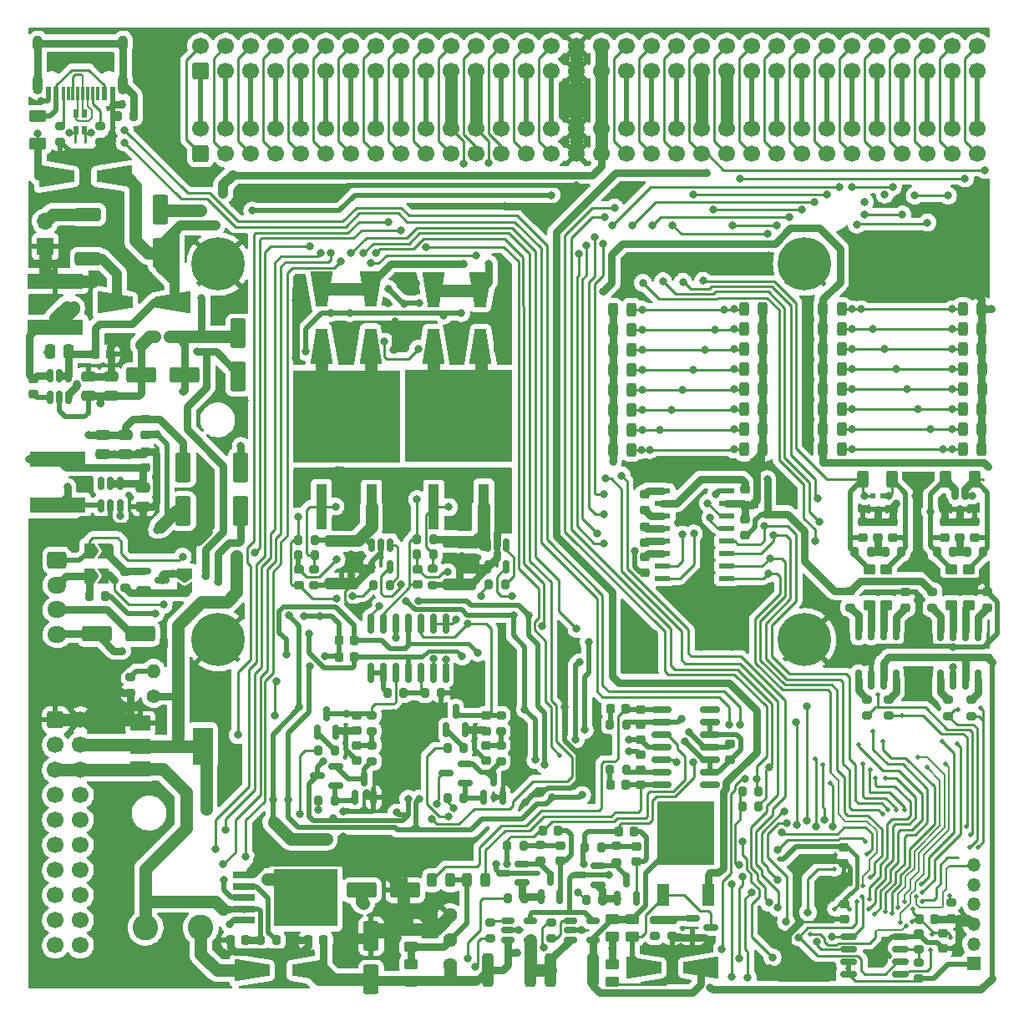
<source format=gbr>
%TF.GenerationSoftware,KiCad,Pcbnew,(6.0.5)*%
%TF.CreationDate,2022-06-26T15:42:30+08:00*%
%TF.ProjectId,lkt100a1,6c6b7431-3030-4613-912e-6b696361645f,rev?*%
%TF.SameCoordinates,Original*%
%TF.FileFunction,Copper,L1,Top*%
%TF.FilePolarity,Positive*%
%FSLAX46Y46*%
G04 Gerber Fmt 4.6, Leading zero omitted, Abs format (unit mm)*
G04 Created by KiCad (PCBNEW (6.0.5)) date 2022-06-26 15:42:30*
%MOMM*%
%LPD*%
G01*
G04 APERTURE LIST*
G04 Aperture macros list*
%AMRoundRect*
0 Rectangle with rounded corners*
0 $1 Rounding radius*
0 $2 $3 $4 $5 $6 $7 $8 $9 X,Y pos of 4 corners*
0 Add a 4 corners polygon primitive as box body*
4,1,4,$2,$3,$4,$5,$6,$7,$8,$9,$2,$3,0*
0 Add four circle primitives for the rounded corners*
1,1,$1+$1,$2,$3*
1,1,$1+$1,$4,$5*
1,1,$1+$1,$6,$7*
1,1,$1+$1,$8,$9*
0 Add four rect primitives between the rounded corners*
20,1,$1+$1,$2,$3,$4,$5,0*
20,1,$1+$1,$4,$5,$6,$7,0*
20,1,$1+$1,$6,$7,$8,$9,0*
20,1,$1+$1,$8,$9,$2,$3,0*%
%AMOutline4P*
0 Free polygon, 4 corners , with rotation*
0 The origin of the aperture is its center*
0 number of corners: always 4*
0 $1 to $8 corner X, Y*
0 $9 Rotation angle, in degrees counterclockwise*
0 create outline with 4 corners*
4,1,4,$1,$2,$3,$4,$5,$6,$7,$8,$1,$2,$9*%
%AMFreePoly0*
4,1,6,1.000000,0.000000,0.500000,-0.750000,-0.500000,-0.750000,-0.500000,0.750000,0.500000,0.750000,1.000000,0.000000,1.000000,0.000000,$1*%
%AMFreePoly1*
4,1,6,0.500000,-0.750000,-0.650000,-0.750000,-0.150000,0.000000,-0.650000,0.750000,0.500000,0.750000,0.500000,-0.750000,0.500000,-0.750000,$1*%
G04 Aperture macros list end*
%TA.AperFunction,SMDPad,CuDef*%
%ADD10RoundRect,0.243750X-0.243750X-0.456250X0.243750X-0.456250X0.243750X0.456250X-0.243750X0.456250X0*%
%TD*%
%TA.AperFunction,SMDPad,CuDef*%
%ADD11RoundRect,0.200000X-0.200000X-0.275000X0.200000X-0.275000X0.200000X0.275000X-0.200000X0.275000X0*%
%TD*%
%TA.AperFunction,SMDPad,CuDef*%
%ADD12R,1.100000X4.600000*%
%TD*%
%TA.AperFunction,SMDPad,CuDef*%
%ADD13R,10.800000X9.400000*%
%TD*%
%TA.AperFunction,SMDPad,CuDef*%
%ADD14RoundRect,0.150000X0.587500X0.150000X-0.587500X0.150000X-0.587500X-0.150000X0.587500X-0.150000X0*%
%TD*%
%TA.AperFunction,SMDPad,CuDef*%
%ADD15FreePoly0,270.000000*%
%TD*%
%TA.AperFunction,SMDPad,CuDef*%
%ADD16FreePoly1,270.000000*%
%TD*%
%TA.AperFunction,SMDPad,CuDef*%
%ADD17RoundRect,0.225000X0.250000X-0.225000X0.250000X0.225000X-0.250000X0.225000X-0.250000X-0.225000X0*%
%TD*%
%TA.AperFunction,SMDPad,CuDef*%
%ADD18R,0.600000X1.450000*%
%TD*%
%TA.AperFunction,SMDPad,CuDef*%
%ADD19R,0.300000X1.450000*%
%TD*%
%TA.AperFunction,ComponentPad*%
%ADD20O,1.000000X1.600000*%
%TD*%
%TA.AperFunction,ComponentPad*%
%ADD21O,1.000000X2.100000*%
%TD*%
%TA.AperFunction,SMDPad,CuDef*%
%ADD22RoundRect,0.225000X-0.225000X-0.250000X0.225000X-0.250000X0.225000X0.250000X-0.225000X0.250000X0*%
%TD*%
%TA.AperFunction,SMDPad,CuDef*%
%ADD23RoundRect,0.200000X-0.275000X0.200000X-0.275000X-0.200000X0.275000X-0.200000X0.275000X0.200000X0*%
%TD*%
%TA.AperFunction,SMDPad,CuDef*%
%ADD24FreePoly0,0.000000*%
%TD*%
%TA.AperFunction,SMDPad,CuDef*%
%ADD25FreePoly1,0.000000*%
%TD*%
%TA.AperFunction,SMDPad,CuDef*%
%ADD26RoundRect,0.225000X-0.250000X0.225000X-0.250000X-0.225000X0.250000X-0.225000X0.250000X0.225000X0*%
%TD*%
%TA.AperFunction,SMDPad,CuDef*%
%ADD27Outline4P,-1.800000X-1.150000X1.800000X-0.550000X1.800000X0.550000X-1.800000X1.150000X180.000000*%
%TD*%
%TA.AperFunction,SMDPad,CuDef*%
%ADD28Outline4P,-1.800000X-1.150000X1.800000X-0.550000X1.800000X0.550000X-1.800000X1.150000X0.000000*%
%TD*%
%TA.AperFunction,SMDPad,CuDef*%
%ADD29RoundRect,0.225000X0.225000X0.250000X-0.225000X0.250000X-0.225000X-0.250000X0.225000X-0.250000X0*%
%TD*%
%TA.AperFunction,ComponentPad*%
%ADD30C,1.440000*%
%TD*%
%TA.AperFunction,SMDPad,CuDef*%
%ADD31RoundRect,0.250000X-0.450000X0.262500X-0.450000X-0.262500X0.450000X-0.262500X0.450000X0.262500X0*%
%TD*%
%TA.AperFunction,SMDPad,CuDef*%
%ADD32RoundRect,0.250000X0.475000X-0.250000X0.475000X0.250000X-0.475000X0.250000X-0.475000X-0.250000X0*%
%TD*%
%TA.AperFunction,SMDPad,CuDef*%
%ADD33RoundRect,0.025500X-0.229500X-0.354500X0.229500X-0.354500X0.229500X0.354500X-0.229500X0.354500X0*%
%TD*%
%TA.AperFunction,SMDPad,CuDef*%
%ADD34RoundRect,0.250000X1.450000X-0.312500X1.450000X0.312500X-1.450000X0.312500X-1.450000X-0.312500X0*%
%TD*%
%TA.AperFunction,ComponentPad*%
%ADD35R,1.700000X1.700000*%
%TD*%
%TA.AperFunction,ComponentPad*%
%ADD36O,1.700000X1.700000*%
%TD*%
%TA.AperFunction,SMDPad,CuDef*%
%ADD37RoundRect,0.250000X-1.250000X-0.550000X1.250000X-0.550000X1.250000X0.550000X-1.250000X0.550000X0*%
%TD*%
%TA.AperFunction,SMDPad,CuDef*%
%ADD38R,0.250000X0.360000*%
%TD*%
%TA.AperFunction,SMDPad,CuDef*%
%ADD39RoundRect,0.150000X0.150000X-0.825000X0.150000X0.825000X-0.150000X0.825000X-0.150000X-0.825000X0*%
%TD*%
%TA.AperFunction,SMDPad,CuDef*%
%ADD40RoundRect,0.250000X-0.550000X1.250000X-0.550000X-1.250000X0.550000X-1.250000X0.550000X1.250000X0*%
%TD*%
%TA.AperFunction,SMDPad,CuDef*%
%ADD41RoundRect,0.200000X0.200000X0.275000X-0.200000X0.275000X-0.200000X-0.275000X0.200000X-0.275000X0*%
%TD*%
%TA.AperFunction,ComponentPad*%
%ADD42C,2.600000*%
%TD*%
%TA.AperFunction,SMDPad,CuDef*%
%ADD43RoundRect,0.150000X0.675000X0.150000X-0.675000X0.150000X-0.675000X-0.150000X0.675000X-0.150000X0*%
%TD*%
%TA.AperFunction,ComponentPad*%
%ADD44C,1.400000*%
%TD*%
%TA.AperFunction,ComponentPad*%
%ADD45O,1.400000X1.400000*%
%TD*%
%TA.AperFunction,SMDPad,CuDef*%
%ADD46RoundRect,0.200000X0.275000X-0.200000X0.275000X0.200000X-0.275000X0.200000X-0.275000X-0.200000X0*%
%TD*%
%TA.AperFunction,SMDPad,CuDef*%
%ADD47RoundRect,0.250000X1.250000X0.550000X-1.250000X0.550000X-1.250000X-0.550000X1.250000X-0.550000X0*%
%TD*%
%TA.AperFunction,SMDPad,CuDef*%
%ADD48RoundRect,0.243750X0.243750X0.456250X-0.243750X0.456250X-0.243750X-0.456250X0.243750X-0.456250X0*%
%TD*%
%TA.AperFunction,SMDPad,CuDef*%
%ADD49RoundRect,0.250000X-0.312500X-1.450000X0.312500X-1.450000X0.312500X1.450000X-0.312500X1.450000X0*%
%TD*%
%TA.AperFunction,SMDPad,CuDef*%
%ADD50RoundRect,0.250000X0.550000X-1.250000X0.550000X1.250000X-0.550000X1.250000X-0.550000X-1.250000X0*%
%TD*%
%TA.AperFunction,SMDPad,CuDef*%
%ADD51RoundRect,0.150000X0.150000X-0.512500X0.150000X0.512500X-0.150000X0.512500X-0.150000X-0.512500X0*%
%TD*%
%TA.AperFunction,SMDPad,CuDef*%
%ADD52RoundRect,0.150000X-0.512500X-0.150000X0.512500X-0.150000X0.512500X0.150000X-0.512500X0.150000X0*%
%TD*%
%TA.AperFunction,ComponentPad*%
%ADD53RoundRect,0.250000X0.600000X-0.600000X0.600000X0.600000X-0.600000X0.600000X-0.600000X-0.600000X0*%
%TD*%
%TA.AperFunction,ComponentPad*%
%ADD54C,1.700000*%
%TD*%
%TA.AperFunction,SMDPad,CuDef*%
%ADD55RoundRect,0.250000X-1.075000X0.425000X-1.075000X-0.425000X1.075000X-0.425000X1.075000X0.425000X0*%
%TD*%
%TA.AperFunction,SMDPad,CuDef*%
%ADD56R,0.500000X0.600000*%
%TD*%
%TA.AperFunction,SMDPad,CuDef*%
%ADD57R,5.700000X1.600000*%
%TD*%
%TA.AperFunction,SMDPad,CuDef*%
%ADD58RoundRect,0.150000X0.150000X-0.587500X0.150000X0.587500X-0.150000X0.587500X-0.150000X-0.587500X0*%
%TD*%
%TA.AperFunction,ComponentPad*%
%ADD59C,0.800000*%
%TD*%
%TA.AperFunction,ComponentPad*%
%ADD60C,5.400000*%
%TD*%
%TA.AperFunction,SMDPad,CuDef*%
%ADD61RoundRect,0.050000X-0.525000X-0.450000X0.525000X-0.450000X0.525000X0.450000X-0.525000X0.450000X0*%
%TD*%
%TA.AperFunction,SMDPad,CuDef*%
%ADD62Outline4P,-1.800000X-1.150000X1.800000X-0.550000X1.800000X0.550000X-1.800000X1.150000X90.000000*%
%TD*%
%TA.AperFunction,SMDPad,CuDef*%
%ADD63Outline4P,-1.800000X-1.150000X1.800000X-0.550000X1.800000X0.550000X-1.800000X1.150000X270.000000*%
%TD*%
%TA.AperFunction,SMDPad,CuDef*%
%ADD64RoundRect,0.250000X-0.312500X-0.625000X0.312500X-0.625000X0.312500X0.625000X-0.312500X0.625000X0*%
%TD*%
%TA.AperFunction,SMDPad,CuDef*%
%ADD65RoundRect,0.250000X0.450000X-0.262500X0.450000X0.262500X-0.450000X0.262500X-0.450000X-0.262500X0*%
%TD*%
%TA.AperFunction,SMDPad,CuDef*%
%ADD66R,2.000000X1.500000*%
%TD*%
%TA.AperFunction,SMDPad,CuDef*%
%ADD67R,2.000000X3.800000*%
%TD*%
%TA.AperFunction,SMDPad,CuDef*%
%ADD68R,2.200000X0.800000*%
%TD*%
%TA.AperFunction,SMDPad,CuDef*%
%ADD69R,6.400000X5.800000*%
%TD*%
%TA.AperFunction,SMDPad,CuDef*%
%ADD70R,1.200000X2.200000*%
%TD*%
%TA.AperFunction,SMDPad,CuDef*%
%ADD71R,5.800000X6.400000*%
%TD*%
%TA.AperFunction,SMDPad,CuDef*%
%ADD72RoundRect,0.150000X-0.587500X-0.150000X0.587500X-0.150000X0.587500X0.150000X-0.587500X0.150000X0*%
%TD*%
%TA.AperFunction,SMDPad,CuDef*%
%ADD73RoundRect,0.250000X-0.625000X0.375000X-0.625000X-0.375000X0.625000X-0.375000X0.625000X0.375000X0*%
%TD*%
%TA.AperFunction,SMDPad,CuDef*%
%ADD74RoundRect,0.150000X-0.150000X0.512500X-0.150000X-0.512500X0.150000X-0.512500X0.150000X0.512500X0*%
%TD*%
%TA.AperFunction,SMDPad,CuDef*%
%ADD75RoundRect,0.250000X-0.250000X-0.475000X0.250000X-0.475000X0.250000X0.475000X-0.250000X0.475000X0*%
%TD*%
%TA.AperFunction,SMDPad,CuDef*%
%ADD76RoundRect,0.150000X-0.825000X-0.150000X0.825000X-0.150000X0.825000X0.150000X-0.825000X0.150000X0*%
%TD*%
%TA.AperFunction,ComponentPad*%
%ADD77RoundRect,0.250000X-0.725000X0.600000X-0.725000X-0.600000X0.725000X-0.600000X0.725000X0.600000X0*%
%TD*%
%TA.AperFunction,ComponentPad*%
%ADD78O,1.950000X1.700000*%
%TD*%
%TA.AperFunction,SMDPad,CuDef*%
%ADD79RoundRect,0.137500X-0.662500X-0.137500X0.662500X-0.137500X0.662500X0.137500X-0.662500X0.137500X0*%
%TD*%
%TA.AperFunction,ComponentPad*%
%ADD80R,1.350000X1.350000*%
%TD*%
%TA.AperFunction,ComponentPad*%
%ADD81O,1.350000X1.350000*%
%TD*%
%TA.AperFunction,ComponentPad*%
%ADD82RoundRect,0.250000X-0.600000X-0.600000X0.600000X-0.600000X0.600000X0.600000X-0.600000X0.600000X0*%
%TD*%
%TA.AperFunction,ViaPad*%
%ADD83C,0.500000*%
%TD*%
%TA.AperFunction,ViaPad*%
%ADD84C,0.800000*%
%TD*%
%TA.AperFunction,Conductor*%
%ADD85C,0.254000*%
%TD*%
%TA.AperFunction,Conductor*%
%ADD86C,0.762000*%
%TD*%
%TA.AperFunction,Conductor*%
%ADD87C,1.270000*%
%TD*%
%TA.AperFunction,Conductor*%
%ADD88C,0.508000*%
%TD*%
%TA.AperFunction,Conductor*%
%ADD89C,0.381000*%
%TD*%
%TA.AperFunction,Conductor*%
%ADD90C,0.200000*%
%TD*%
%TA.AperFunction,Conductor*%
%ADD91C,0.250000*%
%TD*%
%TA.AperFunction,Conductor*%
%ADD92C,1.016000*%
%TD*%
G04 APERTURE END LIST*
D10*
%TO.P,D43,1,K*%
%TO.N,Net-(D42-Pad2)*%
X156034500Y-68834000D03*
%TO.P,D43,2,A*%
%TO.N,GND*%
X157909500Y-68834000D03*
%TD*%
D11*
%TO.P,R131,1*%
%TO.N,Net-(J7-Pad2)*%
X67450200Y-93878400D03*
%TO.P,R131,2*%
%TO.N,+3V3*%
X69100200Y-93878400D03*
%TD*%
D12*
%TO.P,Q11,1,G*%
%TO.N,Net-(Q11-Pad1)*%
X90973000Y-84785500D03*
D13*
%TO.P,Q11,2,D*%
%TO.N,Net-(D11-Pad1)*%
X93513000Y-75635500D03*
D12*
%TO.P,Q11,3,S*%
%TO.N,Net-(Q11-Pad3)*%
X96053000Y-84785500D03*
%TD*%
D14*
%TO.P,Q9,1,G*%
%TO.N,Net-(Q10-Pad1)*%
X111338500Y-122933000D03*
%TO.P,Q9,2,S*%
%TO.N,Net-(Q10-Pad3)*%
X111338500Y-121033000D03*
%TO.P,Q9,3,D*%
%TO.N,+3V3*%
X109463500Y-121983000D03*
%TD*%
D10*
%TO.P,D35,1,K*%
%TO.N,Net-(D34-Pad2)*%
X156034500Y-64770000D03*
%TO.P,D35,2,A*%
%TO.N,GND*%
X157909500Y-64770000D03*
%TD*%
%TO.P,D40,1,K*%
%TO.N,+3V3*%
X120525300Y-77012800D03*
%TO.P,D40,2,A*%
%TO.N,Net-(D40-Pad2)*%
X122400300Y-77012800D03*
%TD*%
D15*
%TO.P,JP12,1,A*%
%TO.N,Net-(C71-Pad2)*%
X77114400Y-91578600D03*
D16*
%TO.P,JP12,2,B*%
%TO.N,Net-(JP12-Pad2)*%
X77114400Y-93028600D03*
%TD*%
D17*
%TO.P,C72,1*%
%TO.N,+3V3*%
X133908800Y-87643000D03*
%TO.P,C72,2*%
%TO.N,GND*%
X133908800Y-86093000D03*
%TD*%
D18*
%TO.P,J2,A1,GND*%
%TO.N,GND*%
X69798000Y-42907000D03*
%TO.P,J2,A4,VBUS*%
%TO.N,/VUSB*%
X68998000Y-42907000D03*
D19*
%TO.P,J2,A5,CC1*%
%TO.N,Net-(J2-PadA5)*%
X67798000Y-42907000D03*
%TO.P,J2,A6,D+*%
%TO.N,/USB_D+*%
X66798000Y-42907000D03*
%TO.P,J2,A7,D-*%
%TO.N,/USB_D-*%
X66298000Y-42907000D03*
%TO.P,J2,A8,SBU1*%
%TO.N,unconnected-(J2-PadA8)*%
X65298000Y-42907000D03*
D18*
%TO.P,J2,A9,VBUS*%
%TO.N,/VUSB*%
X64098000Y-42907000D03*
%TO.P,J2,A12,GND*%
%TO.N,GND*%
X63298000Y-42907000D03*
%TO.P,J2,B1,GND*%
X63298000Y-42907000D03*
%TO.P,J2,B4,VBUS*%
%TO.N,/VUSB*%
X64098000Y-42907000D03*
D19*
%TO.P,J2,B5,CC2*%
%TO.N,Net-(J2-PadB5)*%
X64798000Y-42907000D03*
%TO.P,J2,B6,D+*%
%TO.N,/USB_D+*%
X65798000Y-42907000D03*
%TO.P,J2,B7,D-*%
%TO.N,/USB_D-*%
X67298000Y-42907000D03*
%TO.P,J2,B8,SBU2*%
%TO.N,unconnected-(J2-PadB8)*%
X68298000Y-42907000D03*
D18*
%TO.P,J2,B9,VBUS*%
%TO.N,/VUSB*%
X68998000Y-42907000D03*
%TO.P,J2,B12,GND*%
%TO.N,GND*%
X69798000Y-42907000D03*
D20*
%TO.P,J2,S1,SHIELD*%
%TO.N,Net-(J2-PadS1)*%
X62228000Y-37812000D03*
D21*
X62228000Y-41992000D03*
X70868000Y-41992000D03*
D20*
X70868000Y-37812000D03*
%TD*%
D22*
%TO.P,C8,1*%
%TO.N,GND*%
X81775000Y-128778000D03*
%TO.P,C8,2*%
%TO.N,+5V*%
X83325000Y-128778000D03*
%TD*%
D23*
%TO.P,R130,1*%
%TO.N,Net-(JP10-Pad2)*%
X71120000Y-91390800D03*
%TO.P,R130,2*%
%TO.N,Net-(JP12-Pad2)*%
X71120000Y-93040800D03*
%TD*%
D11*
%TO.P,R35,1*%
%TO.N,Net-(C33-Pad2)*%
X88624000Y-88154500D03*
%TO.P,R35,2*%
%TO.N,Net-(Q11-Pad3)*%
X90274000Y-88154500D03*
%TD*%
D10*
%TO.P,D50,1,K*%
%TO.N,+3V3*%
X141826000Y-72898000D03*
%TO.P,D50,2,A*%
%TO.N,Net-(D50-Pad2)*%
X143701000Y-72898000D03*
%TD*%
D24*
%TO.P,JP10,1,A*%
%TO.N,/FAN_CTRL*%
X67448600Y-89255600D03*
D25*
%TO.P,JP10,2,B*%
%TO.N,Net-(JP10-Pad2)*%
X68898600Y-89255600D03*
%TD*%
D26*
%TO.P,C68,1*%
%TO.N,Net-(C68-Pad1)*%
X123748800Y-89916000D03*
%TO.P,C68,2*%
%TO.N,GND*%
X123748800Y-91466000D03*
%TD*%
D11*
%TO.P,R4,1*%
%TO.N,/SMU5_LPWM*%
X90681000Y-114632500D03*
%TO.P,R4,2*%
%TO.N,Net-(Q1-Pad1)*%
X92331000Y-114632500D03*
%TD*%
D27*
%TO.P,D3,1,K*%
%TO.N,+5V*%
X69956000Y-51308000D03*
D28*
%TO.P,D3,2,A*%
%TO.N,Net-(D3-Pad2)*%
X64156000Y-51308000D03*
%TD*%
D29*
%TO.P,C19,1*%
%TO.N,Net-(C19-Pad1)*%
X121836607Y-105332809D03*
%TO.P,C19,2*%
%TO.N,Net-(C19-Pad2)*%
X120286607Y-105332809D03*
%TD*%
D17*
%TO.P,C15,1*%
%TO.N,GND*%
X107635000Y-107546500D03*
%TO.P,C15,2*%
%TO.N,Net-(C15-Pad2)*%
X107635000Y-105996500D03*
%TD*%
%TO.P,C74,1*%
%TO.N,/CAN2_L*%
X148894800Y-87897000D03*
%TO.P,C74,2*%
%TO.N,GND*%
X148894800Y-86347000D03*
%TD*%
D10*
%TO.P,D36,1,K*%
%TO.N,+3V3*%
X120525300Y-79044800D03*
%TO.P,D36,2,A*%
%TO.N,Net-(D36-Pad2)*%
X122400300Y-79044800D03*
%TD*%
D30*
%TO.P,RV1,1,1*%
%TO.N,Net-(C16-Pad2)*%
X104013000Y-131318000D03*
%TO.P,RV1,2,2*%
%TO.N,Net-(D7-Pad1)*%
X104013000Y-128778000D03*
%TO.P,RV1,3,3*%
%TO.N,GND*%
X104013000Y-126238000D03*
%TD*%
D14*
%TO.P,Q7,1,G*%
%TO.N,Net-(Q7-Pad1)*%
X119047500Y-123124000D03*
%TO.P,Q7,2,S*%
%TO.N,Net-(Q7-Pad2)*%
X119047500Y-121224000D03*
%TO.P,Q7,3,D*%
%TO.N,+3V3*%
X117172500Y-122174000D03*
%TD*%
D31*
%TO.P,R9,1*%
%TO.N,Net-(D7-Pad1)*%
X100076000Y-131167500D03*
%TO.P,R9,2*%
%TO.N,Net-(C16-Pad2)*%
X100076000Y-132992500D03*
%TD*%
D14*
%TO.P,Q3,1,G*%
%TO.N,Net-(Q3-Pad1)*%
X105524500Y-112788500D03*
%TO.P,Q3,2,S*%
%TO.N,Net-(Q3-Pad2)*%
X105524500Y-110888500D03*
%TO.P,Q3,3,D*%
%TO.N,+3V3*%
X103649500Y-111838500D03*
%TD*%
D32*
%TO.P,C25,1*%
%TO.N,-15V*%
X69621400Y-73533000D03*
%TO.P,C25,2*%
%TO.N,GND*%
X69621400Y-71633000D03*
%TD*%
D29*
%TO.P,C18,1*%
%TO.N,Net-(C18-Pad1)*%
X121831400Y-112979200D03*
%TO.P,C18,2*%
%TO.N,Net-(C18-Pad2)*%
X120281400Y-112979200D03*
%TD*%
D33*
%TO.P,L1,1,1*%
%TO.N,/USB_D-*%
X66113000Y-44958000D03*
%TO.P,L1,2,2*%
%TO.N,/USBDM*%
X66113000Y-46628000D03*
%TO.P,L1,3,3*%
%TO.N,/USBDP*%
X66983000Y-46628000D03*
%TO.P,L1,4,4*%
%TO.N,/USB_D+*%
X66983000Y-44958000D03*
%TD*%
D29*
%TO.P,C28,1*%
%TO.N,Net-(C28-Pad1)*%
X114986000Y-117665000D03*
%TO.P,C28,2*%
%TO.N,Net-(C28-Pad2)*%
X113436000Y-117665000D03*
%TD*%
D34*
%TO.P,R42,1*%
%TO.N,GND*%
X93005000Y-92578000D03*
%TO.P,R42,2*%
%TO.N,Net-(Q11-Pad3)*%
X93005000Y-88303000D03*
%TD*%
D17*
%TO.P,C10,1*%
%TO.N,GND*%
X107635000Y-110581500D03*
%TO.P,C10,2*%
%TO.N,Net-(C10-Pad2)*%
X107635000Y-109031500D03*
%TD*%
%TO.P,C9,1*%
%TO.N,GND*%
X94554000Y-110581500D03*
%TO.P,C9,2*%
%TO.N,Net-(C9-Pad2)*%
X94554000Y-109031500D03*
%TD*%
D35*
%TO.P,J1,1,Pin_1*%
%TO.N,GND*%
X62992000Y-58420000D03*
D36*
%TO.P,J1,2,Pin_2*%
%TO.N,/EXT_PWR*%
X62992000Y-55880000D03*
%TD*%
D37*
%TO.P,C6,1*%
%TO.N,+5V*%
X95082000Y-123698000D03*
%TO.P,C6,2*%
%TO.N,GND*%
X99482000Y-123698000D03*
%TD*%
D38*
%TO.P,D5,1,A1*%
%TO.N,/USBDP*%
X67056000Y-47840000D03*
%TO.P,D5,2,A2*%
%TO.N,GND*%
X67056000Y-48680000D03*
%TD*%
D39*
%TO.P,U25,1,TXD*%
%TO.N,Net-(R119-Pad2)*%
X153746200Y-102347800D03*
%TO.P,U25,2,GND*%
%TO.N,GND*%
X155016200Y-102347800D03*
%TO.P,U25,3,VCC*%
%TO.N,+5V*%
X156286200Y-102347800D03*
%TO.P,U25,4,RXD*%
%TO.N,Net-(R120-Pad2)*%
X157556200Y-102347800D03*
%TO.P,U25,5,SPLIT*%
%TO.N,Net-(C62-Pad1)*%
X157556200Y-97397800D03*
%TO.P,U25,6,CANL*%
%TO.N,Net-(L5-Pad3)*%
X156286200Y-97397800D03*
%TO.P,U25,7,CANH*%
%TO.N,Net-(L5-Pad2)*%
X155016200Y-97397800D03*
%TO.P,U25,8,STB*%
%TO.N,Net-(R121-Pad2)*%
X153746200Y-97397800D03*
%TD*%
D40*
%TO.P,C39,1*%
%TO.N,GNDA*%
X82550000Y-67228000D03*
%TO.P,C39,2*%
%TO.N,-12VA*%
X82550000Y-71628000D03*
%TD*%
D11*
%TO.P,R37,1*%
%TO.N,Net-(C34-Pad2)*%
X100672000Y-88101000D03*
%TO.P,R37,2*%
%TO.N,Net-(Q12-Pad3)*%
X102322000Y-88101000D03*
%TD*%
D26*
%TO.P,C7,1*%
%TO.N,GNDA*%
X78714600Y-54737000D03*
%TO.P,C7,2*%
%TO.N,+5V*%
X78714600Y-56287000D03*
%TD*%
D10*
%TO.P,D39,1,K*%
%TO.N,Net-(D38-Pad2)*%
X156034500Y-66802000D03*
%TO.P,D39,2,A*%
%TO.N,GND*%
X157909500Y-66802000D03*
%TD*%
D17*
%TO.P,C73,1*%
%TO.N,/CAN1_L*%
X157226000Y-87897000D03*
%TO.P,C73,2*%
%TO.N,GND*%
X157226000Y-86347000D03*
%TD*%
D22*
%TO.P,C1,1*%
%TO.N,GNDA*%
X92760000Y-100039000D03*
%TO.P,C1,2*%
%TO.N,+12VA*%
X94310000Y-100039000D03*
%TD*%
D41*
%TO.P,R21,1*%
%TO.N,Net-(R21-Pad1)*%
X99313000Y-103722000D03*
%TO.P,R21,2*%
%TO.N,Net-(R21-Pad2)*%
X97663000Y-103722000D03*
%TD*%
D26*
%TO.P,C33,1*%
%TO.N,Net-(C33-Pad1)*%
X88709000Y-91189500D03*
%TO.P,C33,2*%
%TO.N,Net-(C33-Pad2)*%
X88709000Y-92739500D03*
%TD*%
D42*
%TO.P,L2,1,1*%
%TO.N,+5V*%
X73146006Y-127508000D03*
%TO.P,L2,2,2*%
%TO.N,Net-(D6-Pad2)*%
X78746006Y-127508000D03*
%TD*%
D43*
%TO.P,U23,1,~{CS}*%
%TO.N,/SPIFLASH_CS*%
X149691000Y-132257800D03*
%TO.P,U23,2,MISO*%
%TO.N,/LCD_MISO*%
X149691000Y-130987800D03*
%TO.P,U23,3,~{WP}*%
%TO.N,Net-(R66-Pad2)*%
X149691000Y-129717800D03*
%TO.P,U23,4,GND*%
%TO.N,GND*%
X149691000Y-128447800D03*
%TO.P,U23,5,MOSI*%
%TO.N,/LCD_MOSI*%
X144441000Y-128447800D03*
%TO.P,U23,6,SCK*%
%TO.N,/LCD_SCK*%
X144441000Y-129717800D03*
%TO.P,U23,7,~{HOLD}*%
%TO.N,+3V3*%
X144441000Y-130987800D03*
%TO.P,U23,8,VCC*%
X144441000Y-132257800D03*
%TD*%
D17*
%TO.P,C31,1*%
%TO.N,Net-(C28-Pad1)*%
X115227000Y-120726000D03*
%TO.P,C31,2*%
%TO.N,Net-(C31-Pad2)*%
X115227000Y-119176000D03*
%TD*%
D11*
%TO.P,R27,1*%
%TO.N,Net-(R21-Pad1)*%
X101473000Y-103722000D03*
%TO.P,R27,2*%
%TO.N,GND*%
X103123000Y-103722000D03*
%TD*%
D44*
%TO.P,TH1,1*%
%TO.N,+3V3*%
X73964800Y-103988400D03*
D45*
%TO.P,TH1,2*%
%TO.N,/TEMP*%
X73964800Y-101448400D03*
%TD*%
D46*
%TO.P,R67,1*%
%TO.N,Net-(R66-Pad2)*%
X151562800Y-129678700D03*
%TO.P,R67,2*%
%TO.N,GND*%
X151562800Y-128028700D03*
%TD*%
D41*
%TO.P,R25,1*%
%TO.N,Net-(C30-Pad2)*%
X119316000Y-119380000D03*
%TO.P,R25,2*%
%TO.N,Net-(C27-Pad2)*%
X117666000Y-119380000D03*
%TD*%
D47*
%TO.P,C71,1*%
%TO.N,Net-(C71-Pad1)*%
X72608800Y-97688400D03*
%TO.P,C71,2*%
%TO.N,Net-(C71-Pad2)*%
X68208800Y-97688400D03*
%TD*%
D10*
%TO.P,D57,1,K*%
%TO.N,Net-(D56-Pad2)*%
X133858000Y-68834000D03*
%TO.P,D57,2,A*%
%TO.N,GND*%
X135733000Y-68834000D03*
%TD*%
D48*
%TO.P,D8,1,K*%
%TO.N,Net-(D7-Pad1)*%
X104061500Y-122682000D03*
%TO.P,D8,2,A*%
%TO.N,Net-(C19-Pad1)*%
X102186500Y-122682000D03*
%TD*%
D23*
%TO.P,R29,1*%
%TO.N,/SMU1_IFB_FINE*%
X114300000Y-126937000D03*
%TO.P,R29,2*%
%TO.N,Net-(R29-Pad2)*%
X114300000Y-128587000D03*
%TD*%
D10*
%TO.P,D42,1,K*%
%TO.N,+3V3*%
X141826000Y-68834000D03*
%TO.P,D42,2,A*%
%TO.N,Net-(D42-Pad2)*%
X143701000Y-68834000D03*
%TD*%
D14*
%TO.P,Q1,1,G*%
%TO.N,Net-(Q1-Pad1)*%
X92443500Y-113042500D03*
%TO.P,Q1,2,S*%
%TO.N,Net-(Q1-Pad2)*%
X92443500Y-111142500D03*
%TO.P,Q1,3,D*%
%TO.N,+3V3*%
X90568500Y-112092500D03*
%TD*%
D41*
%TO.P,R17,1*%
%TO.N,/SMU1_VFB*%
X121881400Y-106883200D03*
%TO.P,R17,2*%
%TO.N,Net-(C19-Pad2)*%
X120231400Y-106883200D03*
%TD*%
D46*
%TO.P,R50,1*%
%TO.N,GND*%
X126540000Y-128331000D03*
%TO.P,R50,2*%
%TO.N,Net-(Q14-Pad1)*%
X126540000Y-126681000D03*
%TD*%
D32*
%TO.P,C24,1*%
%TO.N,-15V*%
X67335400Y-73533000D03*
%TO.P,C24,2*%
%TO.N,GND*%
X67335400Y-71633000D03*
%TD*%
D12*
%TO.P,Q12,1,G*%
%TO.N,Net-(Q12-Pad1)*%
X102346000Y-84768009D03*
D13*
%TO.P,Q12,2,D*%
%TO.N,Net-(D12-Pad1)*%
X104886000Y-75618009D03*
D12*
%TO.P,Q12,3,S*%
%TO.N,Net-(Q12-Pad3)*%
X107426000Y-84768009D03*
%TD*%
D23*
%TO.P,R121,1*%
%TO.N,+3V3*%
X152908000Y-93409000D03*
%TO.P,R121,2*%
%TO.N,Net-(R121-Pad2)*%
X152908000Y-95059000D03*
%TD*%
D27*
%TO.P,D15,1,K*%
%TO.N,Net-(D15-Pad1)*%
X129440000Y-131570000D03*
D28*
%TO.P,D15,2,A*%
%TO.N,Net-(D15-Pad2)*%
X123640000Y-131570000D03*
%TD*%
D11*
%TO.P,R40,1*%
%TO.N,/SMU1_IPWM*%
X117793000Y-124714000D03*
%TO.P,R40,2*%
%TO.N,Net-(Q7-Pad1)*%
X119443000Y-124714000D03*
%TD*%
D41*
%TO.P,R26,1*%
%TO.N,Net-(C31-Pad2)*%
X111480000Y-119189000D03*
%TO.P,R26,2*%
%TO.N,Net-(C28-Pad2)*%
X109830000Y-119189000D03*
%TD*%
D49*
%TO.P,R33,1*%
%TO.N,Net-(R20-Pad2)*%
X114194500Y-131826000D03*
%TO.P,R33,2*%
%TO.N,Net-(D15-Pad1)*%
X118469500Y-131826000D03*
%TD*%
D50*
%TO.P,C17,1*%
%TO.N,Net-(C16-Pad2)*%
X96012000Y-132756000D03*
%TO.P,C17,2*%
%TO.N,GND*%
X96012000Y-128356000D03*
%TD*%
D11*
%TO.P,R14,1*%
%TO.N,/SMU6_LSW*%
X103762000Y-109298500D03*
%TO.P,R14,2*%
%TO.N,Net-(Q6-Pad1)*%
X105412000Y-109298500D03*
%TD*%
D51*
%TO.P,U5,1,SW*%
%TO.N,Net-(D10-Pad2)*%
X68646000Y-84703500D03*
%TO.P,U5,2,GND*%
%TO.N,GND*%
X69596000Y-84703500D03*
%TO.P,U5,3,FB*%
%TO.N,Net-(R18-Pad1)*%
X70546000Y-84703500D03*
%TO.P,U5,4,EN*%
%TO.N,+5V*%
X70546000Y-82428500D03*
%TO.P,U5,5,IN*%
X69596000Y-82428500D03*
%TO.P,U5,6,NC*%
%TO.N,unconnected-(U5-Pad6)*%
X68646000Y-82428500D03*
%TD*%
D46*
%TO.P,R123,1*%
%TO.N,/CAN2_RXD*%
X148488400Y-105981000D03*
%TO.P,R123,2*%
%TO.N,Net-(R123-Pad2)*%
X148488400Y-104331000D03*
%TD*%
D17*
%TO.P,C14,1*%
%TO.N,GND*%
X94554000Y-107533500D03*
%TO.P,C14,2*%
%TO.N,Net-(C14-Pad2)*%
X94554000Y-105983500D03*
%TD*%
D10*
%TO.P,D47,1,K*%
%TO.N,Net-(D46-Pad2)*%
X156050000Y-70866000D03*
%TO.P,D47,2,A*%
%TO.N,GND*%
X157925000Y-70866000D03*
%TD*%
D47*
%TO.P,C35,1*%
%TO.N,GNDA*%
X77130000Y-71460000D03*
%TO.P,C35,2*%
%TO.N,-15V*%
X72730000Y-71460000D03*
%TD*%
D52*
%TO.P,U7,1,OUT*%
%TO.N,Net-(R29-Pad2)*%
X116210500Y-126812000D03*
%TO.P,U7,2,GND*%
%TO.N,GND*%
X116210500Y-127762000D03*
%TO.P,U7,3,IN+*%
%TO.N,Net-(R20-Pad2)*%
X116210500Y-128712000D03*
%TO.P,U7,4,IN-*%
%TO.N,Net-(D15-Pad1)*%
X118485500Y-128712000D03*
%TO.P,U7,5,VS*%
%TO.N,+3V3*%
X118485500Y-126812000D03*
%TD*%
D10*
%TO.P,D7,1,K*%
%TO.N,Net-(D7-Pad1)*%
X105742500Y-122682000D03*
%TO.P,D7,2,A*%
%TO.N,Net-(C18-Pad1)*%
X107617500Y-122682000D03*
%TD*%
D53*
%TO.P,J5,1,Pin_1*%
%TO.N,/RESV2*%
X78740000Y-49012500D03*
D54*
%TO.P,J5,2,Pin_2*%
%TO.N,/RESV1*%
X78740000Y-46472500D03*
%TO.P,J5,3,Pin_3*%
%TO.N,/LCD_MISO*%
X81280000Y-49012500D03*
%TO.P,J5,4,Pin_4*%
%TO.N,/SPI2_CS*%
X81280000Y-46472500D03*
%TO.P,J5,5,Pin_5*%
%TO.N,/LCD_MOSI*%
X83820000Y-49012500D03*
%TO.P,J5,6,Pin_6*%
%TO.N,/LCD_SCK*%
X83820000Y-46472500D03*
%TO.P,J5,7,Pin_7*%
%TO.N,/SMU7*%
X86360000Y-49012500D03*
%TO.P,J5,8,Pin_8*%
%TO.N,/SMU2*%
X86360000Y-46472500D03*
%TO.P,J5,9,Pin_9*%
%TO.N,/SMU8*%
X88900000Y-49012500D03*
%TO.P,J5,10,Pin_10*%
%TO.N,/SMU3*%
X88900000Y-46472500D03*
%TO.P,J5,11,Pin_11*%
%TO.N,/SMU9*%
X91440000Y-49012500D03*
%TO.P,J5,12,Pin_12*%
%TO.N,/SMU4*%
X91440000Y-46472500D03*
%TO.P,J5,13,Pin_13*%
%TO.N,/AIN0*%
X93980000Y-49012500D03*
%TO.P,J5,14,Pin_14*%
%TO.N,/AIN4*%
X93980000Y-46472500D03*
%TO.P,J5,15,Pin_15*%
%TO.N,/AIN1*%
X96520000Y-49012500D03*
%TO.P,J5,16,Pin_16*%
%TO.N,/AIN5*%
X96520000Y-46472500D03*
%TO.P,J5,17,Pin_17*%
%TO.N,/AIN2*%
X99060000Y-49012500D03*
%TO.P,J5,18,Pin_18*%
%TO.N,/AIN6*%
X99060000Y-46472500D03*
%TO.P,J5,19,Pin_19*%
%TO.N,/AIN3*%
X101600000Y-49012500D03*
%TO.P,J5,20,Pin_20*%
%TO.N,/AIN7*%
X101600000Y-46472500D03*
%TO.P,J5,21,Pin_21*%
%TO.N,/AOUT0*%
X104140000Y-49012500D03*
%TO.P,J5,22,Pin_22*%
%TO.N,/SMU5*%
X104140000Y-46472500D03*
%TO.P,J5,23,Pin_23*%
%TO.N,/AOUT1*%
X106680000Y-49012500D03*
%TO.P,J5,24,Pin_24*%
%TO.N,/SMU6*%
X106680000Y-46472500D03*
%TO.P,J5,25,Pin_25*%
%TO.N,/COM2_RX*%
X109220000Y-49012500D03*
%TO.P,J5,26,Pin_26*%
%TO.N,/COM2_TX*%
X109220000Y-46472500D03*
%TO.P,J5,27,Pin_27*%
%TO.N,/COM1_RX*%
X111760000Y-49012500D03*
%TO.P,J5,28,Pin_28*%
%TO.N,/COM1_TX*%
X111760000Y-46472500D03*
%TO.P,J5,29,Pin_29*%
%TO.N,-12VA*%
X114300000Y-49012500D03*
%TO.P,J5,30,Pin_30*%
%TO.N,+12VA*%
X114300000Y-46472500D03*
%TO.P,J5,31,Pin_31*%
%TO.N,GND*%
X116840000Y-49012500D03*
%TO.P,J5,32,Pin_32*%
X116840000Y-46472500D03*
%TO.P,J5,33,Pin_33*%
%TO.N,+5V*%
X119380000Y-49012500D03*
%TO.P,J5,34,Pin_34*%
X119380000Y-46472500D03*
%TO.P,J5,35,Pin_35*%
%TO.N,/I2C1_SDA*%
X121920000Y-49012500D03*
%TO.P,J5,36,Pin_36*%
%TO.N,/I2C1_SCL*%
X121920000Y-46472500D03*
%TO.P,J5,37,Pin_37*%
%TO.N,/CAN1_L*%
X124460000Y-49012500D03*
%TO.P,J5,38,Pin_38*%
%TO.N,/CAN1_H*%
X124460000Y-46472500D03*
%TO.P,J5,39,Pin_39*%
%TO.N,/CAN2_L*%
X127000000Y-49012500D03*
%TO.P,J5,40,Pin_40*%
%TO.N,/CAN2_H*%
X127000000Y-46472500D03*
%TO.P,J5,41,Pin_41*%
%TO.N,/DOUT0*%
X129540000Y-49012500D03*
%TO.P,J5,42,Pin_42*%
%TO.N,/SMU0*%
X129540000Y-46472500D03*
%TO.P,J5,43,Pin_43*%
%TO.N,/DOUT1*%
X132080000Y-49012500D03*
%TO.P,J5,44,Pin_44*%
%TO.N,/SMU1*%
X132080000Y-46472500D03*
%TO.P,J5,45,Pin_45*%
%TO.N,/DIN0*%
X134620000Y-49012500D03*
%TO.P,J5,46,Pin_46*%
%TO.N,/DIN4*%
X134620000Y-46472500D03*
%TO.P,J5,47,Pin_47*%
%TO.N,/DIN1*%
X137160000Y-49012500D03*
%TO.P,J5,48,Pin_48*%
%TO.N,/DIN5*%
X137160000Y-46472500D03*
%TO.P,J5,49,Pin_49*%
%TO.N,/DIN2*%
X139700000Y-49012500D03*
%TO.P,J5,50,Pin_50*%
%TO.N,/DIN6*%
X139700000Y-46472500D03*
%TO.P,J5,51,Pin_51*%
%TO.N,/DIN3*%
X142240000Y-49012500D03*
%TO.P,J5,52,Pin_52*%
%TO.N,/DIN7*%
X142240000Y-46472500D03*
%TO.P,J5,53,Pin_53*%
%TO.N,/DOUT4*%
X144780000Y-49012500D03*
%TO.P,J5,54,Pin_54*%
%TO.N,/AOUT2*%
X144780000Y-46472500D03*
%TO.P,J5,55,Pin_55*%
%TO.N,/DOUT5*%
X147320000Y-49012500D03*
%TO.P,J5,56,Pin_56*%
%TO.N,/AOUT3*%
X147320000Y-46472500D03*
%TO.P,J5,57,Pin_57*%
%TO.N,/DOUT6*%
X149860000Y-49012500D03*
%TO.P,J5,58,Pin_58*%
%TO.N,/DOUT2*%
X149860000Y-46472500D03*
%TO.P,J5,59,Pin_59*%
%TO.N,/DOUT7*%
X152400000Y-49012500D03*
%TO.P,J5,60,Pin_60*%
%TO.N,/DOUT3*%
X152400000Y-46472500D03*
%TO.P,J5,61,Pin_61*%
%TO.N,/RESV62*%
X154940000Y-49012500D03*
%TO.P,J5,62,Pin_62*%
%TO.N,/RESV61*%
X154940000Y-46472500D03*
%TO.P,J5,63,Pin_63*%
%TO.N,/RESV64*%
X157480000Y-49012500D03*
%TO.P,J5,64,Pin_64*%
%TO.N,/RESV63*%
X157480000Y-46472500D03*
%TD*%
D55*
%TO.P,F1,1*%
%TO.N,/EXT_PWR*%
X67310000Y-55154000D03*
%TO.P,F1,2*%
%TO.N,Net-(D1-Pad2)*%
X67310000Y-59654000D03*
%TD*%
D11*
%TO.P,R13,1*%
%TO.N,/SMU5_LSW*%
X90681000Y-109552500D03*
%TO.P,R13,2*%
%TO.N,Net-(Q5-Pad1)*%
X92331000Y-109552500D03*
%TD*%
D56*
%TO.P,D67,1,K1*%
%TO.N,/CAN2_L*%
X147870800Y-83728800D03*
%TO.P,D67,2,K2*%
%TO.N,/CAN2_H*%
X146870800Y-83728800D03*
%TO.P,D67,3,A*%
%TO.N,GND*%
X147370800Y-85028800D03*
%TD*%
D57*
%TO.P,L3,1,1*%
%TO.N,+5V*%
X64262000Y-79946000D03*
%TO.P,L3,2,2*%
%TO.N,Net-(D10-Pad2)*%
X64262000Y-84646000D03*
%TD*%
D58*
%TO.P,Q8,1,G*%
%TO.N,Net-(Q7-Pad1)*%
X120970000Y-124508500D03*
%TO.P,Q8,2,S*%
%TO.N,Net-(C27-Pad1)*%
X122870000Y-124508500D03*
%TO.P,Q8,3,D*%
%TO.N,Net-(Q7-Pad2)*%
X121920000Y-122633500D03*
%TD*%
D38*
%TO.P,D4,1,A1*%
%TO.N,/USBDM*%
X66040000Y-47840000D03*
%TO.P,D4,2,A2*%
%TO.N,GND*%
X66040000Y-48680000D03*
%TD*%
D46*
%TO.P,R15,1*%
%TO.N,/SMU1_IFB*%
X108077000Y-128587000D03*
%TO.P,R15,2*%
%TO.N,Net-(R15-Pad2)*%
X108077000Y-126937000D03*
%TD*%
D53*
%TO.P,J4,1,Pin_1*%
%TO.N,/RESV1*%
X78740000Y-40640000D03*
D54*
%TO.P,J4,2,Pin_2*%
%TO.N,/RESV2*%
X78740000Y-38100000D03*
%TO.P,J4,3,Pin_3*%
%TO.N,/SPI2_CS*%
X81280000Y-40640000D03*
%TO.P,J4,4,Pin_4*%
%TO.N,/LCD_MISO*%
X81280000Y-38100000D03*
%TO.P,J4,5,Pin_5*%
%TO.N,/LCD_SCK*%
X83820000Y-40640000D03*
%TO.P,J4,6,Pin_6*%
%TO.N,/LCD_MOSI*%
X83820000Y-38100000D03*
%TO.P,J4,7,Pin_7*%
%TO.N,/SMU2*%
X86360000Y-40640000D03*
%TO.P,J4,8,Pin_8*%
%TO.N,/SMU7*%
X86360000Y-38100000D03*
%TO.P,J4,9,Pin_9*%
%TO.N,/SMU3*%
X88900000Y-40640000D03*
%TO.P,J4,10,Pin_10*%
%TO.N,/SMU8*%
X88900000Y-38100000D03*
%TO.P,J4,11,Pin_11*%
%TO.N,/SMU4*%
X91440000Y-40640000D03*
%TO.P,J4,12,Pin_12*%
%TO.N,/SMU9*%
X91440000Y-38100000D03*
%TO.P,J4,13,Pin_13*%
%TO.N,/AIN4*%
X93980000Y-40640000D03*
%TO.P,J4,14,Pin_14*%
%TO.N,/AIN0*%
X93980000Y-38100000D03*
%TO.P,J4,15,Pin_15*%
%TO.N,/AIN5*%
X96520000Y-40640000D03*
%TO.P,J4,16,Pin_16*%
%TO.N,/AIN1*%
X96520000Y-38100000D03*
%TO.P,J4,17,Pin_17*%
%TO.N,/AIN6*%
X99060000Y-40640000D03*
%TO.P,J4,18,Pin_18*%
%TO.N,/AIN2*%
X99060000Y-38100000D03*
%TO.P,J4,19,Pin_19*%
%TO.N,/AIN7*%
X101600000Y-40640000D03*
%TO.P,J4,20,Pin_20*%
%TO.N,/AIN3*%
X101600000Y-38100000D03*
%TO.P,J4,21,Pin_21*%
%TO.N,/SMU5*%
X104140000Y-40640000D03*
%TO.P,J4,22,Pin_22*%
%TO.N,/AOUT0*%
X104140000Y-38100000D03*
%TO.P,J4,23,Pin_23*%
%TO.N,/SMU6*%
X106680000Y-40640000D03*
%TO.P,J4,24,Pin_24*%
%TO.N,/AOUT1*%
X106680000Y-38100000D03*
%TO.P,J4,25,Pin_25*%
%TO.N,/COM2_TX*%
X109220000Y-40640000D03*
%TO.P,J4,26,Pin_26*%
%TO.N,/COM2_RX*%
X109220000Y-38100000D03*
%TO.P,J4,27,Pin_27*%
%TO.N,/COM1_TX*%
X111760000Y-40640000D03*
%TO.P,J4,28,Pin_28*%
%TO.N,/COM1_RX*%
X111760000Y-38100000D03*
%TO.P,J4,29,Pin_29*%
%TO.N,+12VA*%
X114300000Y-40640000D03*
%TO.P,J4,30,Pin_30*%
%TO.N,-12VA*%
X114300000Y-38100000D03*
%TO.P,J4,31,Pin_31*%
%TO.N,GND*%
X116840000Y-40640000D03*
%TO.P,J4,32,Pin_32*%
X116840000Y-38100000D03*
%TO.P,J4,33,Pin_33*%
%TO.N,+5V*%
X119380000Y-40640000D03*
%TO.P,J4,34,Pin_34*%
X119380000Y-38100000D03*
%TO.P,J4,35,Pin_35*%
%TO.N,/I2C1_SCL*%
X121920000Y-40640000D03*
%TO.P,J4,36,Pin_36*%
%TO.N,/I2C1_SDA*%
X121920000Y-38100000D03*
%TO.P,J4,37,Pin_37*%
%TO.N,/CAN1_H*%
X124460000Y-40640000D03*
%TO.P,J4,38,Pin_38*%
%TO.N,/CAN1_L*%
X124460000Y-38100000D03*
%TO.P,J4,39,Pin_39*%
%TO.N,/CAN2_H*%
X127000000Y-40640000D03*
%TO.P,J4,40,Pin_40*%
%TO.N,/CAN2_L*%
X127000000Y-38100000D03*
%TO.P,J4,41,Pin_41*%
%TO.N,/SMU0*%
X129540000Y-40640000D03*
%TO.P,J4,42,Pin_42*%
%TO.N,/DOUT0*%
X129540000Y-38100000D03*
%TO.P,J4,43,Pin_43*%
%TO.N,/SMU1*%
X132080000Y-40640000D03*
%TO.P,J4,44,Pin_44*%
%TO.N,/DOUT1*%
X132080000Y-38100000D03*
%TO.P,J4,45,Pin_45*%
%TO.N,/DIN4*%
X134620000Y-40640000D03*
%TO.P,J4,46,Pin_46*%
%TO.N,/DIN0*%
X134620000Y-38100000D03*
%TO.P,J4,47,Pin_47*%
%TO.N,/DIN5*%
X137160000Y-40640000D03*
%TO.P,J4,48,Pin_48*%
%TO.N,/DIN1*%
X137160000Y-38100000D03*
%TO.P,J4,49,Pin_49*%
%TO.N,/DIN6*%
X139700000Y-40640000D03*
%TO.P,J4,50,Pin_50*%
%TO.N,/DIN2*%
X139700000Y-38100000D03*
%TO.P,J4,51,Pin_51*%
%TO.N,/DIN7*%
X142240000Y-40640000D03*
%TO.P,J4,52,Pin_52*%
%TO.N,/DIN3*%
X142240000Y-38100000D03*
%TO.P,J4,53,Pin_53*%
%TO.N,/AOUT2*%
X144780000Y-40640000D03*
%TO.P,J4,54,Pin_54*%
%TO.N,/DOUT4*%
X144780000Y-38100000D03*
%TO.P,J4,55,Pin_55*%
%TO.N,/AOUT3*%
X147320000Y-40640000D03*
%TO.P,J4,56,Pin_56*%
%TO.N,/DOUT5*%
X147320000Y-38100000D03*
%TO.P,J4,57,Pin_57*%
%TO.N,/DOUT2*%
X149860000Y-40640000D03*
%TO.P,J4,58,Pin_58*%
%TO.N,/DOUT6*%
X149860000Y-38100000D03*
%TO.P,J4,59,Pin_59*%
%TO.N,/DOUT3*%
X152400000Y-40640000D03*
%TO.P,J4,60,Pin_60*%
%TO.N,/DOUT7*%
X152400000Y-38100000D03*
%TO.P,J4,61,Pin_61*%
%TO.N,/RESV61*%
X154940000Y-40640000D03*
%TO.P,J4,62,Pin_62*%
%TO.N,/RESV62*%
X154940000Y-38100000D03*
%TO.P,J4,63,Pin_63*%
%TO.N,/RESV63*%
X157480000Y-40640000D03*
%TO.P,J4,64,Pin_64*%
%TO.N,/RESV64*%
X157480000Y-38100000D03*
%TD*%
D26*
%TO.P,C13,1*%
%TO.N,Net-(C13-Pad1)*%
X61747400Y-71821000D03*
%TO.P,C13,2*%
%TO.N,Net-(C13-Pad2)*%
X61747400Y-73371000D03*
%TD*%
D10*
%TO.P,D58,1,K*%
%TO.N,+3V3*%
X141826000Y-76962000D03*
%TO.P,D58,2,A*%
%TO.N,Net-(D58-Pad2)*%
X143701000Y-76962000D03*
%TD*%
D17*
%TO.P,C36,1*%
%TO.N,GNDA*%
X73152000Y-77483000D03*
%TO.P,C36,2*%
%TO.N,+15V*%
X73152000Y-75933000D03*
%TD*%
D59*
%TO.P,H3,1,1*%
%TO.N,GND*%
X138522109Y-96866109D03*
X141979000Y-98298000D03*
D60*
X139954000Y-98298000D03*
D59*
X141385891Y-96866109D03*
X139954000Y-96273000D03*
X139954000Y-100323000D03*
X138522109Y-99729891D03*
X137929000Y-98298000D03*
X141385891Y-99729891D03*
%TD*%
D58*
%TO.P,Q5,1,G*%
%TO.N,Net-(Q5-Pad1)*%
X90556000Y-107696000D03*
%TO.P,Q5,2,S*%
%TO.N,GND*%
X92456000Y-107696000D03*
%TO.P,Q5,3,D*%
%TO.N,Net-(C14-Pad2)*%
X91506000Y-105821000D03*
%TD*%
%TO.P,Q4,1,G*%
%TO.N,Net-(Q3-Pad1)*%
X107447000Y-114300000D03*
%TO.P,Q4,2,S*%
%TO.N,GND*%
X109347000Y-114300000D03*
%TO.P,Q4,3,D*%
%TO.N,Net-(Q3-Pad2)*%
X108397000Y-112425000D03*
%TD*%
D17*
%TO.P,C70,1*%
%TO.N,/CAN2_H*%
X145846800Y-87897000D03*
%TO.P,C70,2*%
%TO.N,GND*%
X145846800Y-86347000D03*
%TD*%
D11*
%TO.P,R41,1*%
%TO.N,/SMU1_VPWM*%
X109893000Y-124523000D03*
%TO.P,R41,2*%
%TO.N,Net-(Q10-Pad1)*%
X111543000Y-124523000D03*
%TD*%
D34*
%TO.P,R43,1*%
%TO.N,GND*%
X104965000Y-92651500D03*
%TO.P,R43,2*%
%TO.N,Net-(Q12-Pad3)*%
X104965000Y-88376500D03*
%TD*%
D32*
%TO.P,C29,1*%
%TO.N,GND*%
X71120000Y-79436000D03*
%TO.P,C29,2*%
%TO.N,+15V*%
X71120000Y-77536000D03*
%TD*%
D41*
%TO.P,R127,1*%
%TO.N,/CAN1_L*%
X158051000Y-89408000D03*
%TO.P,R127,2*%
%TO.N,Net-(C64-Pad1)*%
X156401000Y-89408000D03*
%TD*%
D50*
%TO.P,C5,1*%
%TO.N,+5V*%
X74676000Y-59096000D03*
%TO.P,C5,2*%
%TO.N,GNDA*%
X74676000Y-54696000D03*
%TD*%
D10*
%TO.P,D41,1,K*%
%TO.N,Net-(D40-Pad2)*%
X133858000Y-76962000D03*
%TO.P,D41,2,A*%
%TO.N,GND*%
X135733000Y-76962000D03*
%TD*%
D17*
%TO.P,C55,1*%
%TO.N,GND*%
X144018000Y-126657400D03*
%TO.P,C55,2*%
%TO.N,+3V3*%
X144018000Y-125107400D03*
%TD*%
D61*
%TO.P,L5,1,1*%
%TO.N,/CAN1_H*%
X154837000Y-91124000D03*
%TO.P,L5,2,2*%
%TO.N,Net-(L5-Pad2)*%
X154837000Y-94804000D03*
%TO.P,L5,3,3*%
%TO.N,Net-(L5-Pad3)*%
X156567000Y-94804000D03*
%TO.P,L5,4,4*%
%TO.N,/CAN1_L*%
X156567000Y-91124000D03*
%TD*%
D10*
%TO.P,D52,1,K*%
%TO.N,+3V3*%
X120525300Y-70916800D03*
%TO.P,D52,2,A*%
%TO.N,Net-(D52-Pad2)*%
X122400300Y-70916800D03*
%TD*%
D62*
%TO.P,D11,1,K*%
%TO.N,Net-(D11-Pad1)*%
X90995000Y-68522000D03*
D63*
%TO.P,D11,2,A*%
%TO.N,/SMU5*%
X90995000Y-62722000D03*
%TD*%
D39*
%TO.P,U1,1*%
%TO.N,Net-(R21-Pad2)*%
X95949000Y-101649000D03*
%TO.P,U1,2,-*%
X97219000Y-101649000D03*
%TO.P,U1,3,+*%
%TO.N,Net-(C14-Pad2)*%
X98489000Y-101649000D03*
%TO.P,U1,4,V+*%
%TO.N,+12VA*%
X99759000Y-101649000D03*
%TO.P,U1,5,+*%
%TO.N,Net-(R21-Pad1)*%
X101029000Y-101649000D03*
%TO.P,U1,6,-*%
%TO.N,Net-(C33-Pad2)*%
X102299000Y-101649000D03*
%TO.P,U1,7*%
%TO.N,Net-(C33-Pad1)*%
X103569000Y-101649000D03*
%TO.P,U1,8*%
%TO.N,Net-(R22-Pad2)*%
X103569000Y-96699000D03*
%TO.P,U1,9,-*%
X102299000Y-96699000D03*
%TO.P,U1,10,+*%
%TO.N,Net-(C15-Pad2)*%
X101029000Y-96699000D03*
%TO.P,U1,11,V-*%
%TO.N,-12VA*%
X99759000Y-96699000D03*
%TO.P,U1,12,+*%
%TO.N,Net-(R22-Pad1)*%
X98489000Y-96699000D03*
%TO.P,U1,13,-*%
%TO.N,Net-(C34-Pad2)*%
X97219000Y-96699000D03*
%TO.P,U1,14*%
%TO.N,Net-(C34-Pad1)*%
X95949000Y-96699000D03*
%TD*%
D31*
%TO.P,R44,1*%
%TO.N,Net-(D15-Pad1)*%
X120444000Y-126595500D03*
%TO.P,R44,2*%
%TO.N,/SMU1_VFB*%
X120444000Y-128420500D03*
%TD*%
D17*
%TO.P,C4,1*%
%TO.N,GNDA*%
X132419600Y-110425809D03*
%TO.P,C4,2*%
%TO.N,-12VA*%
X132419600Y-108875809D03*
%TD*%
D64*
%TO.P,R133,1*%
%TO.N,/CAN2_H*%
X145857500Y-82042000D03*
%TO.P,R133,2*%
%TO.N,/CAN2_L*%
X148782500Y-82042000D03*
%TD*%
D27*
%TO.P,D6,1,K*%
%TO.N,Net-(C16-Pad2)*%
X89768000Y-131826000D03*
D28*
%TO.P,D6,2,A*%
%TO.N,Net-(D6-Pad2)*%
X83968000Y-131826000D03*
%TD*%
D11*
%TO.P,R5,1*%
%TO.N,/SMU6_LPWM*%
X103762000Y-114378500D03*
%TO.P,R5,2*%
%TO.N,Net-(Q3-Pad1)*%
X105412000Y-114378500D03*
%TD*%
D10*
%TO.P,D38,1,K*%
%TO.N,+3V3*%
X141826000Y-66802000D03*
%TO.P,D38,2,A*%
%TO.N,Net-(D38-Pad2)*%
X143701000Y-66802000D03*
%TD*%
%TO.P,D60,1,K*%
%TO.N,+3V3*%
X120525300Y-66852800D03*
%TO.P,D60,2,A*%
%TO.N,Net-(D60-Pad2)*%
X122400300Y-66852800D03*
%TD*%
%TO.P,D65,1,K*%
%TO.N,Net-(D64-Pad2)*%
X133858000Y-64770000D03*
%TO.P,D65,2,A*%
%TO.N,GND*%
X135733000Y-64770000D03*
%TD*%
D65*
%TO.P,R48,1*%
%TO.N,Net-(D15-Pad2)*%
X122476000Y-128418500D03*
%TO.P,R48,2*%
%TO.N,Net-(D15-Pad1)*%
X122476000Y-126593500D03*
%TD*%
D26*
%TO.P,C67,1*%
%TO.N,Net-(C67-Pad1)*%
X133908800Y-83058000D03*
%TO.P,C67,2*%
%TO.N,GND*%
X133908800Y-84608000D03*
%TD*%
D11*
%TO.P,R36,1*%
%TO.N,Net-(C34-Pad1)*%
X100672000Y-89625000D03*
%TO.P,R36,2*%
%TO.N,Net-(Q12-Pad1)*%
X102322000Y-89625000D03*
%TD*%
D32*
%TO.P,C11,1*%
%TO.N,GND*%
X72898000Y-84770000D03*
%TO.P,C11,2*%
%TO.N,+5V*%
X72898000Y-82870000D03*
%TD*%
D46*
%TO.P,R31,1*%
%TO.N,Net-(Q10-Pad3)*%
X113195000Y-120713000D03*
%TO.P,R31,2*%
%TO.N,Net-(C31-Pad2)*%
X113195000Y-119063000D03*
%TD*%
D41*
%TO.P,R1,1*%
%TO.N,Net-(J2-PadS1)*%
X71945000Y-45212000D03*
%TO.P,R1,2*%
%TO.N,GND*%
X70295000Y-45212000D03*
%TD*%
D49*
%TO.P,R20,1*%
%TO.N,Net-(C16-Pad2)*%
X107844500Y-131826000D03*
%TO.P,R20,2*%
%TO.N,Net-(R20-Pad2)*%
X112119500Y-131826000D03*
%TD*%
D10*
%TO.P,D64,1,K*%
%TO.N,+3V3*%
X120525300Y-64820800D03*
%TO.P,D64,2,A*%
%TO.N,Net-(D64-Pad2)*%
X122400300Y-64820800D03*
%TD*%
D11*
%TO.P,R125,1*%
%TO.N,/CAN1_H*%
X153353000Y-89408000D03*
%TO.P,R125,2*%
%TO.N,Net-(C64-Pad1)*%
X155003000Y-89408000D03*
%TD*%
D17*
%TO.P,C69,1*%
%TO.N,/CAN1_H*%
X154178000Y-87897000D03*
%TO.P,C69,2*%
%TO.N,GND*%
X154178000Y-86347000D03*
%TD*%
D62*
%TO.P,D12,1,K*%
%TO.N,Net-(D12-Pad1)*%
X107121200Y-68558009D03*
D63*
%TO.P,D12,2,A*%
%TO.N,/SMU6*%
X107121200Y-62758009D03*
%TD*%
D41*
%TO.P,R16,1*%
%TO.N,/SMU1_FIFB*%
X121881400Y-111455200D03*
%TO.P,R16,2*%
%TO.N,Net-(C18-Pad2)*%
X120231400Y-111455200D03*
%TD*%
D29*
%TO.P,C27,1*%
%TO.N,Net-(C27-Pad1)*%
X122695000Y-117729000D03*
%TO.P,C27,2*%
%TO.N,Net-(C27-Pad2)*%
X121145000Y-117729000D03*
%TD*%
D17*
%TO.P,C63,1*%
%TO.N,Net-(C63-Pad1)*%
X150215600Y-95009000D03*
%TO.P,C63,2*%
%TO.N,GND*%
X150215600Y-93459000D03*
%TD*%
D10*
%TO.P,D46,1,K*%
%TO.N,+3V3*%
X141826000Y-70866000D03*
%TO.P,D46,2,A*%
%TO.N,Net-(D46-Pad2)*%
X143701000Y-70866000D03*
%TD*%
D11*
%TO.P,R47,1*%
%TO.N,/SMU6_LFB*%
X107950000Y-92673000D03*
%TO.P,R47,2*%
%TO.N,Net-(R47-Pad2)*%
X109600000Y-92673000D03*
%TD*%
D41*
%TO.P,R128,1*%
%TO.N,/CAN2_L*%
X149770600Y-89357200D03*
%TO.P,R128,2*%
%TO.N,Net-(C65-Pad1)*%
X148120600Y-89357200D03*
%TD*%
D10*
%TO.P,D51,1,K*%
%TO.N,Net-(D50-Pad2)*%
X156050000Y-72898000D03*
%TO.P,D51,2,A*%
%TO.N,GND*%
X157925000Y-72898000D03*
%TD*%
D11*
%TO.P,R34,1*%
%TO.N,Net-(C33-Pad1)*%
X88624000Y-89678500D03*
%TO.P,R34,2*%
%TO.N,Net-(Q11-Pad1)*%
X90274000Y-89678500D03*
%TD*%
D66*
%TO.P,U12,1,GND*%
%TO.N,GND*%
X72643600Y-106767600D03*
%TO.P,U12,2,VO*%
%TO.N,+3V3*%
X72643600Y-109067600D03*
D67*
X78943600Y-109067600D03*
D66*
%TO.P,U12,3,VI*%
%TO.N,+5V*%
X72643600Y-111367600D03*
%TD*%
D39*
%TO.P,U26,1,TXD*%
%TO.N,Net-(R122-Pad2)*%
X145415000Y-102297000D03*
%TO.P,U26,2,GND*%
%TO.N,GND*%
X146685000Y-102297000D03*
%TO.P,U26,3,VCC*%
%TO.N,+5V*%
X147955000Y-102297000D03*
%TO.P,U26,4,RXD*%
%TO.N,Net-(R123-Pad2)*%
X149225000Y-102297000D03*
%TO.P,U26,5,SPLIT*%
%TO.N,Net-(C63-Pad1)*%
X149225000Y-97347000D03*
%TO.P,U26,6,CANL*%
%TO.N,Net-(L6-Pad3)*%
X147955000Y-97347000D03*
%TO.P,U26,7,CANH*%
%TO.N,Net-(L6-Pad2)*%
X146685000Y-97347000D03*
%TO.P,U26,8,STB*%
%TO.N,Net-(R124-Pad2)*%
X145415000Y-97347000D03*
%TD*%
D46*
%TO.P,R66,1*%
%TO.N,+3V3*%
X151562800Y-132675900D03*
%TO.P,R66,2*%
%TO.N,Net-(R66-Pad2)*%
X151562800Y-131025900D03*
%TD*%
%TO.P,R119,1*%
%TO.N,/CAN1_TXD*%
X154533600Y-106031800D03*
%TO.P,R119,2*%
%TO.N,Net-(R119-Pad2)*%
X154533600Y-104381800D03*
%TD*%
D62*
%TO.P,D13,1,K*%
%TO.N,Net-(D11-Pad1)*%
X95948000Y-68522000D03*
D63*
%TO.P,D13,2,A*%
%TO.N,/SMU5*%
X95948000Y-62722000D03*
%TD*%
D58*
%TO.P,Q2,1,G*%
%TO.N,Net-(Q1-Pad1)*%
X94366000Y-114300000D03*
%TO.P,Q2,2,S*%
%TO.N,GND*%
X96266000Y-114300000D03*
%TO.P,Q2,3,D*%
%TO.N,Net-(Q1-Pad2)*%
X95316000Y-112425000D03*
%TD*%
D29*
%TO.P,C56,1*%
%TO.N,GND*%
X153175000Y-126593600D03*
%TO.P,C56,2*%
%TO.N,+3V3*%
X151625000Y-126593600D03*
%TD*%
D46*
%TO.P,R129,1*%
%TO.N,GND*%
X71628000Y-103695000D03*
%TO.P,R129,2*%
%TO.N,/TEMP*%
X71628000Y-102045000D03*
%TD*%
D32*
%TO.P,C26,1*%
%TO.N,GND*%
X68834000Y-79436000D03*
%TO.P,C26,2*%
%TO.N,+15V*%
X68834000Y-77536000D03*
%TD*%
D23*
%TO.P,R2,1*%
%TO.N,Net-(J2-PadA5)*%
X68580000Y-46165000D03*
%TO.P,R2,2*%
%TO.N,GND*%
X68580000Y-47815000D03*
%TD*%
D58*
%TO.P,Q6,1,G*%
%TO.N,Net-(Q6-Pad1)*%
X103637000Y-107442000D03*
%TO.P,Q6,2,S*%
%TO.N,GND*%
X105537000Y-107442000D03*
%TO.P,Q6,3,D*%
%TO.N,Net-(C15-Pad2)*%
X104587000Y-105567000D03*
%TD*%
D17*
%TO.P,C21,1*%
%TO.N,Net-(C18-Pad1)*%
X123342400Y-112992200D03*
%TO.P,C21,2*%
%TO.N,/SMU1_FIFB*%
X123342400Y-111442200D03*
%TD*%
%TO.P,C30,1*%
%TO.N,Net-(C27-Pad1)*%
X122936000Y-120790000D03*
%TO.P,C30,2*%
%TO.N,Net-(C30-Pad2)*%
X122936000Y-119240000D03*
%TD*%
D26*
%TO.P,C22,1*%
%TO.N,Net-(C19-Pad1)*%
X123342400Y-105346200D03*
%TO.P,C22,2*%
%TO.N,/SMU1_VFB*%
X123342400Y-106896200D03*
%TD*%
D46*
%TO.P,R7,1*%
%TO.N,Net-(Q1-Pad2)*%
X96078000Y-110631500D03*
%TO.P,R7,2*%
%TO.N,Net-(C9-Pad2)*%
X96078000Y-108981500D03*
%TD*%
%TO.P,R8,1*%
%TO.N,Net-(Q3-Pad2)*%
X109159000Y-110631500D03*
%TO.P,R8,2*%
%TO.N,Net-(C10-Pad2)*%
X109159000Y-108981500D03*
%TD*%
D23*
%TO.P,R3,1*%
%TO.N,Net-(J2-PadB5)*%
X64516000Y-46165000D03*
%TO.P,R3,2*%
%TO.N,GND*%
X64516000Y-47815000D03*
%TD*%
D46*
%TO.P,R49,1*%
%TO.N,/SMU1_FSW*%
X124762000Y-128331000D03*
%TO.P,R49,2*%
%TO.N,Net-(Q14-Pad1)*%
X124762000Y-126681000D03*
%TD*%
D29*
%TO.P,C20,1*%
%TO.N,GND*%
X69609000Y-69342000D03*
%TO.P,C20,2*%
%TO.N,+5V*%
X68059000Y-69342000D03*
%TD*%
D26*
%TO.P,C12,1*%
%TO.N,GND*%
X73152000Y-79235000D03*
%TO.P,C12,2*%
%TO.N,+5V*%
X73152000Y-80785000D03*
%TD*%
D46*
%TO.P,R11,1*%
%TO.N,Net-(C9-Pad2)*%
X96078000Y-107583500D03*
%TO.P,R11,2*%
%TO.N,Net-(C14-Pad2)*%
X96078000Y-105933500D03*
%TD*%
D17*
%TO.P,C62,1*%
%TO.N,Net-(C62-Pad1)*%
X158496000Y-95009000D03*
%TO.P,C62,2*%
%TO.N,GND*%
X158496000Y-93459000D03*
%TD*%
D23*
%TO.P,R39,1*%
%TO.N,Net-(Q12-Pad1)*%
X102259000Y-91086000D03*
%TO.P,R39,2*%
%TO.N,GND*%
X102259000Y-92736000D03*
%TD*%
D68*
%TO.P,U3,1,GND*%
%TO.N,GND*%
X83108000Y-122180000D03*
%TO.P,U3,2,EN*%
%TO.N,Net-(R6-Pad2)*%
X83108000Y-123320000D03*
%TO.P,U3,3,SW*%
%TO.N,Net-(D6-Pad2)*%
X83108000Y-124460000D03*
%TO.P,U3,4,VIN*%
%TO.N,+5V*%
X83108000Y-125600000D03*
%TO.P,U3,5,FB*%
%TO.N,Net-(D7-Pad1)*%
X83108000Y-126740000D03*
D69*
%TO.P,U3,6,SW*%
%TO.N,Net-(D6-Pad2)*%
X89408000Y-124460000D03*
%TD*%
D41*
%TO.P,R68,1*%
%TO.N,/I2C1_SDA*%
X135292600Y-113689409D03*
%TO.P,R68,2*%
%TO.N,+3V3*%
X133642600Y-113689409D03*
%TD*%
D22*
%TO.P,C16,1*%
%TO.N,GND*%
X89636000Y-128778000D03*
%TO.P,C16,2*%
%TO.N,Net-(C16-Pad2)*%
X91186000Y-128778000D03*
%TD*%
D10*
%TO.P,D49,1,K*%
%TO.N,Net-(D48-Pad2)*%
X133858000Y-72898000D03*
%TO.P,D49,2,A*%
%TO.N,GND*%
X135733000Y-72898000D03*
%TD*%
D70*
%TO.P,Q13,1,G*%
%TO.N,Net-(D15-Pad2)*%
X125609000Y-124215000D03*
D71*
%TO.P,Q13,2,D*%
%TO.N,Net-(D15-Pad1)*%
X127889000Y-117915000D03*
D70*
%TO.P,Q13,3,S*%
%TO.N,/SMU1*%
X130169000Y-124215000D03*
%TD*%
D23*
%TO.P,R38,1*%
%TO.N,Net-(Q11-Pad1)*%
X90211000Y-91139500D03*
%TO.P,R38,2*%
%TO.N,GND*%
X90211000Y-92789500D03*
%TD*%
D72*
%TO.P,Q15,1,G*%
%TO.N,Net-(JP10-Pad2)*%
X72925700Y-91316600D03*
%TO.P,Q15,2,S*%
%TO.N,Net-(JP12-Pad2)*%
X72925700Y-93216600D03*
%TO.P,Q15,3,D*%
%TO.N,Net-(C71-Pad2)*%
X74800700Y-92266600D03*
%TD*%
D46*
%TO.P,R120,1*%
%TO.N,/CAN1_RXD*%
X156870400Y-106031800D03*
%TO.P,R120,2*%
%TO.N,Net-(R120-Pad2)*%
X156870400Y-104381800D03*
%TD*%
D73*
%TO.P,F2,1*%
%TO.N,/VUSB*%
X62230000Y-45206000D03*
%TO.P,F2,2*%
%TO.N,Net-(D3-Pad2)*%
X62230000Y-48006000D03*
%TD*%
D17*
%TO.P,C65,1*%
%TO.N,Net-(C65-Pad1)*%
X147370800Y-87910000D03*
%TO.P,C65,2*%
%TO.N,GND*%
X147370800Y-86360000D03*
%TD*%
D10*
%TO.P,D55,1,K*%
%TO.N,Net-(D54-Pad2)*%
X156034500Y-74930000D03*
%TO.P,D55,2,A*%
%TO.N,GND*%
X157909500Y-74930000D03*
%TD*%
D22*
%TO.P,C37,1*%
%TO.N,-15V*%
X74028000Y-67564000D03*
%TO.P,C37,2*%
%TO.N,GNDA*%
X75578000Y-67564000D03*
%TD*%
D62*
%TO.P,D14,1,K*%
%TO.N,Net-(D12-Pad1)*%
X102298000Y-68583409D03*
D63*
%TO.P,D14,2,A*%
%TO.N,/SMU6*%
X102298000Y-62783409D03*
%TD*%
D10*
%TO.P,D53,1,K*%
%TO.N,Net-(D52-Pad2)*%
X133858000Y-70866000D03*
%TO.P,D53,2,A*%
%TO.N,GND*%
X135733000Y-70866000D03*
%TD*%
D17*
%TO.P,C61,1*%
%TO.N,Net-(C61-Pad1)*%
X123748798Y-85116000D03*
%TO.P,C61,2*%
%TO.N,Net-(C61-Pad2)*%
X123748798Y-83566000D03*
%TD*%
D10*
%TO.P,D45,1,K*%
%TO.N,Net-(D44-Pad2)*%
X133858000Y-74930000D03*
%TO.P,D45,2,A*%
%TO.N,GND*%
X135733000Y-74930000D03*
%TD*%
D57*
%TO.P,L4,1,1*%
%TO.N,Net-(C13-Pad1)*%
X64008000Y-66612000D03*
%TO.P,L4,2,2*%
%TO.N,GND*%
X64008000Y-61912000D03*
%TD*%
D52*
%TO.P,U6,1,OUT*%
%TO.N,Net-(R15-Pad2)*%
X109860500Y-126812000D03*
%TO.P,U6,2,GND*%
%TO.N,GND*%
X109860500Y-127762000D03*
%TO.P,U6,3,IN+*%
%TO.N,Net-(C16-Pad2)*%
X109860500Y-128712000D03*
%TO.P,U6,4,IN-*%
%TO.N,Net-(R20-Pad2)*%
X112135500Y-128712000D03*
%TO.P,U6,5,VS*%
%TO.N,+3V3*%
X112135500Y-126812000D03*
%TD*%
D17*
%TO.P,C60,1*%
%TO.N,GND*%
X143916400Y-120916009D03*
%TO.P,C60,2*%
%TO.N,+3V3*%
X143916400Y-119366009D03*
%TD*%
D59*
%TO.P,H7,1,1*%
%TO.N,GND*%
X79086109Y-58766109D03*
X81949891Y-61629891D03*
X80518000Y-58173000D03*
X79086109Y-61629891D03*
X81949891Y-58766109D03*
X78493000Y-60198000D03*
X80518000Y-62223000D03*
D60*
X80518000Y-60198000D03*
D59*
X82543000Y-60198000D03*
%TD*%
D17*
%TO.P,C54,1*%
%TO.N,GND*%
X153958800Y-129628209D03*
%TO.P,C54,2*%
%TO.N,+3V3*%
X153958800Y-128078209D03*
%TD*%
D26*
%TO.P,C66,1*%
%TO.N,Net-(C66-Pad1)*%
X123748798Y-86868000D03*
%TO.P,C66,2*%
%TO.N,Net-(C66-Pad2)*%
X123748798Y-88418000D03*
%TD*%
D74*
%TO.P,U11,1,OUT*%
%TO.N,Net-(R47-Pad2)*%
X109725000Y-88662500D03*
%TO.P,U11,2,GND*%
%TO.N,GND*%
X108775000Y-88662500D03*
%TO.P,U11,3,IN+*%
%TO.N,Net-(Q12-Pad3)*%
X107825000Y-88662500D03*
%TO.P,U11,4,IN-*%
%TO.N,GND*%
X107825000Y-90937500D03*
%TO.P,U11,5,VS*%
%TO.N,+3V3*%
X109725000Y-90937500D03*
%TD*%
D10*
%TO.P,D62,1,K*%
%TO.N,+3V3*%
X141826000Y-78994000D03*
%TO.P,D62,2,A*%
%TO.N,Net-(D62-Pad2)*%
X143701000Y-78994000D03*
%TD*%
%TO.P,D59,1,K*%
%TO.N,Net-(D58-Pad2)*%
X156034500Y-76962000D03*
%TO.P,D59,2,A*%
%TO.N,GND*%
X157909500Y-76962000D03*
%TD*%
D46*
%TO.P,R12,1*%
%TO.N,Net-(C10-Pad2)*%
X109159000Y-107583500D03*
%TO.P,R12,2*%
%TO.N,Net-(C15-Pad2)*%
X109159000Y-105933500D03*
%TD*%
D11*
%TO.P,R126,1*%
%TO.N,/CAN2_H*%
X145021800Y-89408000D03*
%TO.P,R126,2*%
%TO.N,Net-(C65-Pad1)*%
X146671800Y-89408000D03*
%TD*%
D10*
%TO.P,D56,1,K*%
%TO.N,+3V3*%
X120525300Y-68884800D03*
%TO.P,D56,2,A*%
%TO.N,Net-(D56-Pad2)*%
X122400300Y-68884800D03*
%TD*%
D75*
%TO.P,C23,1*%
%TO.N,GND*%
X63439000Y-69088000D03*
%TO.P,C23,2*%
%TO.N,+5V*%
X65339000Y-69088000D03*
%TD*%
D46*
%TO.P,R122,1*%
%TO.N,/CAN2_TXD*%
X146304000Y-105981000D03*
%TO.P,R122,2*%
%TO.N,Net-(R122-Pad2)*%
X146304000Y-104331000D03*
%TD*%
D24*
%TO.P,JP11,1,A*%
%TO.N,Net-(J7-Pad2)*%
X67462400Y-91846400D03*
D25*
%TO.P,JP11,2,B*%
%TO.N,/FAN_SPEED*%
X68912400Y-91846400D03*
%TD*%
D40*
%TO.P,C32,1*%
%TO.N,+15V*%
X76962000Y-80845000D03*
%TO.P,C32,2*%
%TO.N,GNDA*%
X76962000Y-85245000D03*
%TD*%
D17*
%TO.P,C3,1*%
%TO.N,GNDA*%
X123342400Y-109944200D03*
%TO.P,C3,2*%
%TO.N,+12VA*%
X123342400Y-108394200D03*
%TD*%
D23*
%TO.P,R118,1*%
%TO.N,Net-(U24-Pad60)*%
X154822400Y-124929409D03*
%TO.P,R118,2*%
%TO.N,GND*%
X154822400Y-126579409D03*
%TD*%
D64*
%TO.P,R132,1*%
%TO.N,/CAN1_H*%
X154239500Y-82042000D03*
%TO.P,R132,2*%
%TO.N,/CAN1_L*%
X157164500Y-82042000D03*
%TD*%
D26*
%TO.P,C34,1*%
%TO.N,Net-(C34-Pad1)*%
X100735000Y-91136000D03*
%TO.P,C34,2*%
%TO.N,Net-(C34-Pad2)*%
X100735000Y-92686000D03*
%TD*%
D10*
%TO.P,D37,1,K*%
%TO.N,Net-(D36-Pad2)*%
X133858000Y-78994000D03*
%TO.P,D37,2,A*%
%TO.N,GND*%
X135733000Y-78994000D03*
%TD*%
D58*
%TO.P,Q10,1,G*%
%TO.N,Net-(Q10-Pad1)*%
X113261000Y-124366000D03*
%TO.P,Q10,2,S*%
%TO.N,Net-(C28-Pad1)*%
X115161000Y-124366000D03*
%TO.P,Q10,3,D*%
%TO.N,Net-(Q10-Pad3)*%
X114211000Y-122491000D03*
%TD*%
D10*
%TO.P,D63,1,K*%
%TO.N,Net-(D62-Pad2)*%
X156034500Y-78994000D03*
%TO.P,D63,2,A*%
%TO.N,GND*%
X157909500Y-78994000D03*
%TD*%
D56*
%TO.P,D66,1,K1*%
%TO.N,/CAN1_L*%
X156202000Y-83728800D03*
%TO.P,D66,2,K2*%
%TO.N,/CAN1_H*%
X155202000Y-83728800D03*
%TO.P,D66,3,A*%
%TO.N,GND*%
X155702000Y-85028800D03*
%TD*%
D11*
%TO.P,R46,1*%
%TO.N,/SMU5_LFB*%
X96244000Y-92726500D03*
%TO.P,R46,2*%
%TO.N,Net-(R46-Pad2)*%
X97894000Y-92726500D03*
%TD*%
D10*
%TO.P,D44,1,K*%
%TO.N,+3V3*%
X120525300Y-74980800D03*
%TO.P,D44,2,A*%
%TO.N,Net-(D44-Pad2)*%
X122400300Y-74980800D03*
%TD*%
D31*
%TO.P,R45,1*%
%TO.N,/SMU1_VFB*%
X120444000Y-131167500D03*
%TO.P,R45,2*%
%TO.N,GND*%
X120444000Y-132992500D03*
%TD*%
D22*
%TO.P,C2,1*%
%TO.N,GNDA*%
X92760000Y-98388000D03*
%TO.P,C2,2*%
%TO.N,-12VA*%
X94310000Y-98388000D03*
%TD*%
D11*
%TO.P,R6,1*%
%TO.N,+5V*%
X84773000Y-128778000D03*
%TO.P,R6,2*%
%TO.N,Net-(R6-Pad2)*%
X86423000Y-128778000D03*
%TD*%
D74*
%TO.P,U10,1,OUT*%
%TO.N,Net-(R46-Pad2)*%
X97953000Y-88662500D03*
%TO.P,U10,2,GND*%
%TO.N,GND*%
X97003000Y-88662500D03*
%TO.P,U10,3,IN+*%
%TO.N,Net-(Q11-Pad3)*%
X96053000Y-88662500D03*
%TO.P,U10,4,IN-*%
%TO.N,GND*%
X96053000Y-90937500D03*
%TO.P,U10,5,VS*%
%TO.N,+3V3*%
X97953000Y-90937500D03*
%TD*%
D17*
%TO.P,C64,1*%
%TO.N,Net-(C64-Pad1)*%
X155702000Y-87910000D03*
%TO.P,C64,2*%
%TO.N,GND*%
X155702000Y-86360000D03*
%TD*%
D10*
%TO.P,D34,1,K*%
%TO.N,+3V3*%
X141826000Y-64770000D03*
%TO.P,D34,2,A*%
%TO.N,Net-(D34-Pad2)*%
X143701000Y-64770000D03*
%TD*%
D51*
%TO.P,U4,1,CB*%
%TO.N,Net-(C13-Pad2)*%
X63439000Y-73756100D03*
%TO.P,U4,2,GND*%
%TO.N,-15V*%
X64389000Y-73756100D03*
%TO.P,U4,3,FB*%
%TO.N,Net-(R23-Pad1)*%
X65339000Y-73756100D03*
%TO.P,U4,4,EN*%
%TO.N,+5V*%
X65339000Y-71481100D03*
%TO.P,U4,5,VIN*%
X64389000Y-71481100D03*
%TO.P,U4,6,SW*%
%TO.N,Net-(C13-Pad1)*%
X63439000Y-71481100D03*
%TD*%
D59*
%TO.P,H1,1,1*%
%TO.N,GND*%
X139954000Y-62223000D03*
D60*
X139954000Y-60198000D03*
D59*
X141979000Y-60198000D03*
X137929000Y-60198000D03*
X141385891Y-58766109D03*
X139954000Y-58173000D03*
X141385891Y-61629891D03*
X138522109Y-58766109D03*
X138522109Y-61629891D03*
%TD*%
%TO.P,H5,1,1*%
%TO.N,GND*%
X80518000Y-100323000D03*
X79086109Y-99729891D03*
X81949891Y-99729891D03*
X78493000Y-98298000D03*
X82543000Y-98298000D03*
X79086109Y-96866109D03*
X80518000Y-96273000D03*
D60*
X80518000Y-98298000D03*
D59*
X81949891Y-96866109D03*
%TD*%
D10*
%TO.P,D54,1,K*%
%TO.N,+3V3*%
X141826000Y-74930000D03*
%TO.P,D54,2,A*%
%TO.N,Net-(D54-Pad2)*%
X143701000Y-74930000D03*
%TD*%
D61*
%TO.P,L6,1,1*%
%TO.N,/CAN2_H*%
X146505800Y-91124000D03*
%TO.P,L6,2,2*%
%TO.N,Net-(L6-Pad2)*%
X146505800Y-94804000D03*
%TO.P,L6,3,3*%
%TO.N,Net-(L6-Pad3)*%
X148235800Y-94804000D03*
%TO.P,L6,4,4*%
%TO.N,/CAN2_L*%
X148235800Y-91124000D03*
%TD*%
D76*
%TO.P,U2,1*%
%TO.N,Net-(C19-Pad1)*%
X125439400Y-105359200D03*
%TO.P,U2,2,-*%
%TO.N,/SMU1_VFB*%
X125439400Y-106629200D03*
%TO.P,U2,3,+*%
%TO.N,Net-(C28-Pad2)*%
X125439400Y-107899200D03*
%TO.P,U2,4,V+*%
%TO.N,+12VA*%
X125439400Y-109169200D03*
%TO.P,U2,5,+*%
%TO.N,Net-(C27-Pad2)*%
X125439400Y-110439200D03*
%TO.P,U2,6,-*%
%TO.N,/SMU1_FIFB*%
X125439400Y-111709200D03*
%TO.P,U2,7*%
%TO.N,Net-(C18-Pad1)*%
X125439400Y-112979200D03*
%TO.P,U2,8*%
%TO.N,unconnected-(U2-Pad8)*%
X130389400Y-112979200D03*
%TO.P,U2,9,-*%
%TO.N,GNDA*%
X130389400Y-111709200D03*
%TO.P,U2,10,+*%
X130389400Y-110439200D03*
%TO.P,U2,11,V-*%
%TO.N,-12VA*%
X130389400Y-109169200D03*
%TO.P,U2,12,+*%
%TO.N,GNDA*%
X130389400Y-107899200D03*
%TO.P,U2,13,-*%
X130389400Y-106629200D03*
%TO.P,U2,14*%
%TO.N,unconnected-(U2-Pad14)*%
X130389400Y-105359200D03*
%TD*%
D23*
%TO.P,R124,1*%
%TO.N,+3V3*%
X144576800Y-93358200D03*
%TO.P,R124,2*%
%TO.N,Net-(R124-Pad2)*%
X144576800Y-95008200D03*
%TD*%
D10*
%TO.P,D48,1,K*%
%TO.N,+3V3*%
X120525300Y-72948800D03*
%TO.P,D48,2,A*%
%TO.N,Net-(D48-Pad2)*%
X122400300Y-72948800D03*
%TD*%
D46*
%TO.P,R30,1*%
%TO.N,Net-(Q7-Pad2)*%
X120904000Y-120840000D03*
%TO.P,R30,2*%
%TO.N,Net-(C30-Pad2)*%
X120904000Y-119190000D03*
%TD*%
D27*
%TO.P,D1,1,K*%
%TO.N,+5V*%
X75883600Y-64057809D03*
D28*
%TO.P,D1,2,A*%
%TO.N,Net-(D1-Pad2)*%
X70083600Y-64057809D03*
%TD*%
D77*
%TO.P,J7,1,Pin_1*%
%TO.N,/FAN_CTRL*%
X64181000Y-90230000D03*
D78*
%TO.P,J7,2,Pin_2*%
%TO.N,Net-(J7-Pad2)*%
X64181000Y-92730000D03*
%TO.P,J7,3,Pin_3*%
%TO.N,Net-(C71-Pad1)*%
X64181000Y-95230000D03*
%TO.P,J7,4,Pin_4*%
%TO.N,Net-(C71-Pad2)*%
X64181000Y-97730000D03*
%TD*%
D79*
%TO.P,U27,1,C1+*%
%TO.N,Net-(C61-Pad2)*%
X125578798Y-83198000D03*
%TO.P,U27,2,VS+*%
%TO.N,Net-(C67-Pad1)*%
X125578798Y-84468000D03*
%TO.P,U27,3,C1-*%
%TO.N,Net-(C61-Pad1)*%
X125578798Y-85738000D03*
%TO.P,U27,4,C2+*%
%TO.N,Net-(C66-Pad1)*%
X125578798Y-87008000D03*
%TO.P,U27,5,C2-*%
%TO.N,Net-(C66-Pad2)*%
X125578798Y-88278000D03*
%TO.P,U27,6,VS-*%
%TO.N,Net-(C68-Pad1)*%
X125578798Y-89548000D03*
%TO.P,U27,7,T2OUT*%
%TO.N,/COM2_TX*%
X125578798Y-90818000D03*
%TO.P,U27,8,R2IN*%
%TO.N,/COM2_RX*%
X125578798Y-92088000D03*
%TO.P,U27,9,R2OUT*%
%TO.N,/UART2_RX*%
X132078798Y-92088000D03*
%TO.P,U27,10,T2IN*%
%TO.N,/UART2_TX*%
X132078798Y-90818000D03*
%TO.P,U27,11,T1IN*%
%TO.N,/UART1_TX*%
X132078798Y-89548000D03*
%TO.P,U27,12,R1OUT*%
%TO.N,/UART1_RX*%
X132078798Y-88278000D03*
%TO.P,U27,13,R1IN*%
%TO.N,/COM1_RX*%
X132078798Y-87008000D03*
%TO.P,U27,14,T1OUT*%
%TO.N,/COM1_TX*%
X132078798Y-85738000D03*
%TO.P,U27,15,GND*%
%TO.N,GND*%
X132078798Y-84468000D03*
%TO.P,U27,16,VCC*%
%TO.N,+3V3*%
X132078798Y-83198000D03*
%TD*%
D41*
%TO.P,R65,1*%
%TO.N,/I2C1_SCL*%
X135292600Y-115213409D03*
%TO.P,R65,2*%
%TO.N,+3V3*%
X133642600Y-115213409D03*
%TD*%
D31*
%TO.P,R10,1*%
%TO.N,GND*%
X100076000Y-127611500D03*
%TO.P,R10,2*%
%TO.N,Net-(D7-Pad1)*%
X100076000Y-129436500D03*
%TD*%
D80*
%TO.P,J3,1,Pin_1*%
%TO.N,+3V3*%
X157124400Y-131136400D03*
D81*
%TO.P,J3,2,Pin_2*%
%TO.N,/SWDIO*%
X157124400Y-129136400D03*
%TO.P,J3,3,Pin_3*%
%TO.N,GND*%
X157124400Y-127136400D03*
%TO.P,J3,4,Pin_4*%
%TO.N,/SWCLK*%
X157124400Y-125136400D03*
%TO.P,J3,5,Pin_5*%
%TO.N,/NRST*%
X157124400Y-123136400D03*
%TO.P,J3,6,Pin_6*%
%TO.N,/TRACESWO*%
X157124400Y-121136400D03*
%TD*%
D40*
%TO.P,C38,1*%
%TO.N,+12VA*%
X82804000Y-80845000D03*
%TO.P,C38,2*%
%TO.N,GNDA*%
X82804000Y-85245000D03*
%TD*%
D82*
%TO.P,J6,1,Pin_1*%
%TO.N,GND*%
X64017500Y-106426000D03*
D54*
%TO.P,J6,2,Pin_2*%
X66557500Y-106426000D03*
%TO.P,J6,3,Pin_3*%
%TO.N,+3V3*%
X64017500Y-108966000D03*
%TO.P,J6,4,Pin_4*%
X66557500Y-108966000D03*
%TO.P,J6,5,Pin_5*%
%TO.N,+5V*%
X64017500Y-111506000D03*
%TO.P,J6,6,Pin_6*%
X66557500Y-111506000D03*
%TO.P,J6,7,Pin_7*%
%TO.N,/I2C1_SCL*%
X64017500Y-114046000D03*
%TO.P,J6,8,Pin_8*%
%TO.N,/I2C1_SDA*%
X66557500Y-114046000D03*
%TO.P,J6,9,Pin_9*%
%TO.N,/LCD_MISO*%
X64017500Y-116586000D03*
%TO.P,J6,10,Pin_10*%
%TO.N,/LCD_CS*%
X66557500Y-116586000D03*
%TO.P,J6,11,Pin_11*%
%TO.N,/LCD_MOSI*%
X64017500Y-119126000D03*
%TO.P,J6,12,Pin_12*%
%TO.N,/LCD_SCK*%
X66557500Y-119126000D03*
%TO.P,J6,13,Pin_13*%
%TO.N,/KEY_IN1*%
X64017500Y-121666000D03*
%TO.P,J6,14,Pin_14*%
%TO.N,/LED_OUT1*%
X66557500Y-121666000D03*
%TO.P,J6,15,Pin_15*%
%TO.N,/KEY_IN2*%
X64017500Y-124206000D03*
%TO.P,J6,16,Pin_16*%
%TO.N,/LED_OUT2*%
X66557500Y-124206000D03*
%TO.P,J6,17,Pin_17*%
%TO.N,/KEY_IN3*%
X64017500Y-126746000D03*
%TO.P,J6,18,Pin_18*%
%TO.N,/LED_OUT3*%
X66557500Y-126746000D03*
%TO.P,J6,19,Pin_19*%
%TO.N,/KEY_IN4*%
X64017500Y-129286000D03*
%TO.P,J6,20,Pin_20*%
%TO.N,/LED_OUT4*%
X66557500Y-129286000D03*
%TD*%
D10*
%TO.P,D61,1,K*%
%TO.N,Net-(D60-Pad2)*%
X133858000Y-66802000D03*
%TO.P,D61,2,A*%
%TO.N,GND*%
X135733000Y-66802000D03*
%TD*%
D72*
%TO.P,Q14,1,G*%
%TO.N,Net-(Q14-Pad1)*%
X128602500Y-126558000D03*
%TO.P,Q14,2,S*%
%TO.N,GND*%
X128602500Y-128458000D03*
%TO.P,Q14,3,D*%
%TO.N,Net-(D15-Pad2)*%
X130477500Y-127508000D03*
%TD*%
D83*
%TO.N,+3V3*%
X154787600Y-128473200D03*
D84*
X110439200Y-95770400D03*
X99415600Y-64211200D03*
X136172000Y-82014000D03*
X92202000Y-116382800D03*
X74168000Y-95605600D03*
X133299200Y-121158000D03*
D83*
X152857200Y-128168400D03*
D84*
X97739200Y-62687200D03*
D83*
X137363200Y-120548400D03*
D84*
X112674400Y-110490000D03*
X120091200Y-122174000D03*
X99012000Y-92707200D03*
X111607600Y-105359200D03*
X82397600Y-89763600D03*
X100939600Y-64160400D03*
X87680800Y-95846600D03*
D83*
X76454000Y-109067600D03*
D84*
X110286800Y-93827600D03*
X91186000Y-110617000D03*
X130962400Y-83566000D03*
X88747600Y-105105200D03*
X98602800Y-115824000D03*
X86106000Y-116484400D03*
X112674400Y-110490000D03*
D83*
X151841200Y-124815600D03*
X144475200Y-125577600D03*
D84*
X141860000Y-80329300D03*
D83*
X144322800Y-131622800D03*
D84*
X99783600Y-114427000D03*
D83*
X143103600Y-119278400D03*
D84*
X91490800Y-118516400D03*
X119532400Y-62992000D03*
D83*
X150825200Y-126847600D03*
D84*
X99568000Y-94335600D03*
D83*
X143002000Y-125577600D03*
X150977600Y-125628400D03*
D84*
X120525300Y-80266300D03*
X86067600Y-114516200D03*
X108712000Y-121056400D03*
X79298800Y-115468400D03*
X158546800Y-80721200D03*
X102717600Y-114909600D03*
%TO.N,Net-(C13-Pad1)*%
X65849500Y-64579500D03*
%TO.N,GND*%
X109575600Y-54305200D03*
X116840000Y-52171600D03*
X65024000Y-49225200D03*
X129447800Y-97458809D03*
X76031600Y-41401009D03*
X67754000Y-61912000D03*
X132572000Y-99059009D03*
X140115800Y-65886609D03*
X88341200Y-69748400D03*
X94538800Y-128778000D03*
X143951200Y-97154009D03*
X136305800Y-59308009D03*
X105257600Y-89763600D03*
X69291200Y-86360000D03*
X98450400Y-66040000D03*
X151231600Y-83667600D03*
X136280400Y-60857409D03*
X93167200Y-118211600D03*
D83*
X142290800Y-132588000D03*
D84*
X79603600Y-87325200D03*
X158877000Y-64770000D03*
X97713800Y-64185800D03*
X124672600Y-97636609D03*
X95605600Y-113842800D03*
X93929200Y-89662000D03*
X120608600Y-52881809D03*
X122783600Y-89255600D03*
X129997200Y-128625600D03*
X134823200Y-84378800D03*
D83*
X143103600Y-120142000D03*
D84*
X98755200Y-61468000D03*
X140192000Y-78002409D03*
X92608400Y-81076800D03*
X74228200Y-44017209D03*
X104851200Y-84023200D03*
X72348600Y-60857409D03*
X117348000Y-127762000D03*
X88341200Y-63906400D03*
X62620400Y-104088209D03*
X64957200Y-53364409D03*
X65786000Y-88696800D03*
X134772400Y-80213200D03*
X69138800Y-122783600D03*
D83*
X154635200Y-126593600D03*
D84*
X109880400Y-86309200D03*
X140166600Y-71931809D03*
X82143600Y-54102000D03*
X106553000Y-107442000D03*
D83*
X148590000Y-130403600D03*
D84*
X65185800Y-104240609D03*
X93167200Y-115722400D03*
X144475200Y-63144400D03*
X69189600Y-113436400D03*
X69529200Y-54405809D03*
X88747600Y-128778000D03*
X100584000Y-62128400D03*
X95707200Y-94742000D03*
X73898000Y-38480009D03*
X93929200Y-83972400D03*
X108559600Y-114300000D03*
X149250400Y-84480400D03*
X63182500Y-69130500D03*
D83*
X136347200Y-131521200D03*
D84*
X155016200Y-99034600D03*
X70763200Y-43991600D03*
X132495800Y-97433409D03*
X73821800Y-41375609D03*
D83*
X144576800Y-123088400D03*
D84*
X115620800Y-105105200D03*
X122742200Y-97636609D03*
X74228200Y-46912809D03*
X69987200Y-79436000D03*
X64169800Y-39216609D03*
X102158800Y-105918000D03*
X76006200Y-38530809D03*
X151180800Y-89509600D03*
X151114000Y-103834209D03*
X98247200Y-68884800D03*
X110998000Y-127762000D03*
X65058800Y-102107009D03*
X98247200Y-105714800D03*
X75031600Y-98247200D03*
X93500000Y-107533500D03*
X68792600Y-39369009D03*
X109575600Y-60909200D03*
X83219800Y-74065409D03*
X62585600Y-43637200D03*
X151114000Y-101497409D03*
D83*
X143002000Y-126644400D03*
D84*
X92744800Y-86257409D03*
X116138200Y-53567609D03*
X108813600Y-64211200D03*
X63433200Y-132155209D03*
X143925800Y-99973409D03*
X124672600Y-99160609D03*
X66557400Y-132256809D03*
X88849200Y-62128400D03*
X109432600Y-84022209D03*
X70231000Y-67945000D03*
X72542400Y-86766400D03*
X65160400Y-57631609D03*
X129473200Y-99059009D03*
X122716800Y-99084409D03*
X154025600Y-84023200D03*
X109880400Y-69951600D03*
X155016200Y-101066600D03*
X109458000Y-81507609D03*
X69189600Y-113436400D03*
X66633600Y-82345809D03*
X70561200Y-106426000D03*
X140166600Y-92861409D03*
X62645800Y-102056209D03*
X111658400Y-114757200D03*
%TO.N,/CAN1_H*%
X152704800Y-85293200D03*
X125603000Y-61950600D03*
X141427200Y-86309200D03*
%TO.N,/CAN1_L*%
X141020800Y-88290400D03*
X156921200Y-83667600D03*
X123571000Y-62103000D03*
%TO.N,/CAN2_H*%
X129667000Y-61899800D03*
X146050000Y-83718400D03*
%TO.N,/CAN2_L*%
X148488400Y-83718400D03*
X141274800Y-83972400D03*
X127635000Y-62001400D03*
%TO.N,Net-(C27-Pad2)*%
X117551200Y-121056400D03*
X128676400Y-110744000D03*
X127000000Y-110744000D03*
%TO.N,+15V*%
X67360800Y-77520800D03*
%TO.N,Net-(C33-Pad2)*%
X92506800Y-94081600D03*
X88595200Y-85801200D03*
X102299000Y-100240600D03*
%TO.N,-15V*%
X68580000Y-74295000D03*
%TO.N,GNDA*%
X93853000Y-65151000D03*
X90842800Y-95872000D03*
X91948000Y-65151000D03*
X111989200Y-95796400D03*
D83*
X147167600Y-112318800D03*
D84*
X78841600Y-63601600D03*
X105156000Y-65151000D03*
X127863600Y-108610400D03*
X89357200Y-69088000D03*
X100939600Y-114401600D03*
X89814400Y-100990400D03*
X113639600Y-110998000D03*
X89230800Y-95872000D03*
X76885800Y-54737000D03*
X91338400Y-99923600D03*
X80467200Y-92405200D03*
X87630000Y-114554000D03*
X103378000Y-65405000D03*
X76911200Y-73152000D03*
X74320400Y-87172800D03*
X122174000Y-109626400D03*
X74320400Y-77470000D03*
X80924400Y-67564000D03*
X114379000Y-114252000D03*
X100838000Y-94361000D03*
D83*
X146507200Y-124561600D03*
D84*
X117398800Y-114046000D03*
%TO.N,/SMU1_VFB*%
X120444000Y-129613400D03*
X133908800Y-112420400D03*
X127457200Y-106324400D03*
X133908800Y-112420400D03*
X131572000Y-129641600D03*
%TO.N,Net-(C34-Pad1)*%
X96875600Y-94894400D03*
X103759000Y-91440000D03*
%TO.N,Net-(C34-Pad2)*%
X100672000Y-84036800D03*
D83*
%TO.N,/CAN2_RXD*%
X156362400Y-117246400D03*
X149821400Y-105981000D03*
%TO.N,/CAN1_TXD*%
X155549600Y-105410000D03*
X156667200Y-119329200D03*
D84*
%TO.N,Net-(D48-Pad2)*%
X132812000Y-72898000D03*
X127558800Y-72948800D03*
X123494800Y-72948800D03*
%TO.N,Net-(D7-Pad1)*%
X81661000Y-127127000D03*
%TO.N,/DIN3*%
X142240000Y-53136800D03*
X128676400Y-53136800D03*
%TO.N,Net-(D46-Pad2)*%
X144719300Y-70866000D03*
X149250400Y-70866000D03*
X154940000Y-70866000D03*
%TO.N,Net-(D50-Pad2)*%
X144719300Y-72898000D03*
X154940000Y-72898000D03*
X150317200Y-72898000D03*
%TO.N,/DOUT6*%
X146050000Y-55168800D03*
X149860000Y-55168800D03*
%TO.N,/DOUT4*%
X148894800Y-52374800D03*
X144780000Y-52374800D03*
%TO.N,/DOUT2*%
X154482800Y-53238400D03*
X151130000Y-53238400D03*
%TO.N,Net-(D52-Pad2)*%
X132812000Y-70866000D03*
X123494800Y-70916800D03*
X128676400Y-70916800D03*
%TO.N,/DIN6*%
X122529600Y-56235600D03*
X140970000Y-53898800D03*
%TO.N,Net-(D34-Pad2)*%
X154940000Y-64770000D03*
X145694400Y-64770000D03*
X144719300Y-64770000D03*
%TO.N,Net-(D36-Pad2)*%
X132812000Y-78994000D03*
X123444000Y-79044800D03*
X124256800Y-79044800D03*
%TO.N,Net-(D38-Pad2)*%
X146862800Y-66802000D03*
X154940000Y-66802000D03*
X144719300Y-66802000D03*
%TO.N,Net-(D40-Pad2)*%
X123494800Y-77012800D03*
X125323600Y-77012800D03*
X132812000Y-76962000D03*
%TO.N,Net-(D42-Pad2)*%
X148082000Y-68834000D03*
X154940000Y-68834000D03*
X144719300Y-68834000D03*
%TO.N,/SMU1_VPWM*%
X105816400Y-130606800D03*
%TO.N,Net-(D44-Pad2)*%
X126441200Y-74980800D03*
X132812000Y-74930000D03*
X123494800Y-74980800D03*
%TO.N,Net-(C28-Pad2)*%
X109829600Y-121005600D03*
%TO.N,Net-(Q12-Pad1)*%
X103891000Y-84841000D03*
%TO.N,Net-(Q11-Pad1)*%
X92404900Y-84785500D03*
%TO.N,Net-(R18-Pad1)*%
X70561200Y-85699600D03*
%TO.N,Net-(C16-Pad2)*%
X110814700Y-130042500D03*
%TO.N,Net-(C15-Pad2)*%
X105816400Y-96672400D03*
%TO.N,Net-(C14-Pad2)*%
X93527400Y-105821000D03*
%TO.N,Net-(R22-Pad2)*%
X104648000Y-96215200D03*
%TO.N,+12VA*%
X89763600Y-97688400D03*
X117144800Y-100584000D03*
X122187000Y-108394200D03*
X82804000Y-78638400D03*
X105257600Y-99974400D03*
X116751400Y-108394200D03*
%TO.N,-12VA*%
X87426800Y-99771200D03*
X114300000Y-53187600D03*
X78410800Y-69063600D03*
X128219200Y-107645200D03*
X106832400Y-99618800D03*
X117652800Y-107442000D03*
X118059200Y-98501200D03*
X79197200Y-91846400D03*
X83972400Y-54762400D03*
%TO.N,+5V*%
X72796400Y-58547000D03*
X95250000Y-125018800D03*
X81026000Y-53035200D03*
X80213800Y-56287000D03*
X61379600Y-79946000D03*
X80518000Y-125018800D03*
X130403600Y-133553200D03*
%TO.N,/AIN0*%
X116840000Y-97180400D03*
X93980000Y-59080400D03*
%TO.N,Net-(R22-Pad1)*%
X98489000Y-98108000D03*
%TO.N,Net-(R23-Pad1)*%
X66167000Y-72390000D03*
%TO.N,/FAN_SPEED*%
X70002400Y-92252800D03*
X74980800Y-94742000D03*
X141147800Y-117221000D03*
D83*
X141020800Y-110388400D03*
D84*
%TO.N,/DA_AOUT0*%
X121412000Y-81635600D03*
X137261600Y-125476000D03*
D83*
%TO.N,/CAN2_TXD*%
X156819600Y-118110000D03*
X147421600Y-103886000D03*
%TO.N,/CAN1_RXD*%
X157835600Y-105206800D03*
X157530800Y-119329200D03*
D84*
%TO.N,/DIN7*%
X120497600Y-56235600D03*
X143510000Y-52374800D03*
%TO.N,/DIN5*%
X138430000Y-55422800D03*
X124561600Y-56235600D03*
%TO.N,/DIN4*%
X136245600Y-57099200D03*
X126593600Y-56235600D03*
%TO.N,/DIN2*%
X139700000Y-54660800D03*
X130708400Y-54660800D03*
%TO.N,/DIN1*%
X137160000Y-56235600D03*
X132689600Y-56235600D03*
%TO.N,/DOUT7*%
X145246600Y-56183809D03*
X152400000Y-55981600D03*
%TO.N,/DOUT1*%
X133400800Y-51511200D03*
X156210000Y-51511200D03*
%TO.N,/DOUT0*%
X158242000Y-50647600D03*
D83*
%TO.N,/AD_AIN0*%
X147929600Y-108610400D03*
X148844000Y-126034800D03*
D84*
%TO.N,/SMU6_LFB*%
X140157200Y-105003600D03*
X107137200Y-93827600D03*
X140157200Y-116636800D03*
%TO.N,/SMU5_LFB*%
X139141200Y-117043200D03*
X139090400Y-106629200D03*
X94132400Y-93878400D03*
%TO.N,/SMU1_IPWM*%
X116992400Y-123913400D03*
X134569200Y-123901200D03*
X134213600Y-132537200D03*
%TO.N,Net-(C33-Pad1)*%
X103569000Y-100291400D03*
X92506800Y-90170000D03*
%TO.N,/SMU1_IFB_FINE*%
X113487200Y-129489200D03*
X133350000Y-130606800D03*
X133705600Y-122326400D03*
%TO.N,/SMU1_IFB*%
X106578400Y-131470400D03*
X132537200Y-132486400D03*
X132588000Y-123037600D03*
%TO.N,/SMU6_LPWM*%
X138074400Y-126898400D03*
X104394000Y-115366800D03*
X138125200Y-116890800D03*
%TO.N,/SMU5_LPWM*%
X90681000Y-115567000D03*
X136702800Y-130505200D03*
X133705600Y-118719600D03*
%TO.N,Net-(D6-Pad2)*%
X85496400Y-122580400D03*
X81076800Y-122631200D03*
%TO.N,Net-(D10-Pad2)*%
X65227200Y-82804000D03*
D83*
%TO.N,/SPIFLASH_CS*%
X152704800Y-129794000D03*
D84*
%TO.N,/SPI2_CS*%
X81280000Y-117602000D03*
D83*
X143002000Y-121564400D03*
D84*
X140309600Y-125933200D03*
X90881200Y-59029600D03*
D83*
%TO.N,/GP_DIN0*%
X153898600Y-108585000D03*
X151790400Y-123088400D03*
%TO.N,/GP_DIN1*%
X151892000Y-123952000D03*
X155397200Y-108864400D03*
%TO.N,/GP_DIN2*%
X150063200Y-124866400D03*
X151485600Y-110236000D03*
%TO.N,/GP_DIN3*%
X149453600Y-125425200D03*
X152349200Y-111252000D03*
D84*
%TO.N,/COM2_TX*%
X127558800Y-87630000D03*
X118922800Y-87477600D03*
X117856000Y-58267600D03*
%TO.N,/COM2_RX*%
X119634000Y-88493600D03*
X128727200Y-87528400D03*
X117043200Y-59131200D03*
D83*
%TO.N,/UART2_RX*%
X145897600Y-123240800D03*
D84*
X136296400Y-91592400D03*
D83*
%TO.N,/UART2_TX*%
X146659600Y-122377200D03*
D84*
X136448800Y-90017600D03*
%TO.N,/UART1_TX*%
X136804400Y-87680800D03*
D83*
X147878800Y-115976400D03*
%TO.N,/UART1_RX*%
X148437600Y-115519200D03*
D84*
X135839200Y-86766400D03*
%TO.N,/COM1_RX*%
X130403600Y-85902800D03*
X119634000Y-85598000D03*
X118668800Y-57454800D03*
%TO.N,/COM1_TX*%
X130149600Y-84429600D03*
X119532400Y-58115200D03*
X119634000Y-83566000D03*
D83*
%TO.N,/USBDM*%
X149225000Y-115544600D03*
D84*
X71018400Y-46583600D03*
X65455800Y-46863000D03*
D83*
X145897600Y-110896400D03*
D84*
X133400800Y-106883200D03*
D83*
%TO.N,/TRACESWO*%
X151282400Y-124358400D03*
D84*
%TO.N,/FAN_CTRL*%
X76911200Y-89865200D03*
D83*
X154279600Y-110896400D03*
X149664800Y-126941200D03*
D84*
%TO.N,/USBDP*%
X132334000Y-106883200D03*
D83*
X150063200Y-115519200D03*
D84*
X67614800Y-46888400D03*
D83*
X146608800Y-111506000D03*
D84*
X71018400Y-47853600D03*
%TO.N,Net-(D3-Pad2)*%
X62230000Y-46939200D03*
%TO.N,/AIN4*%
X95250000Y-59080400D03*
X102158800Y-116484400D03*
%TO.N,/AIN1*%
X96520000Y-59080400D03*
X113385600Y-96875600D03*
%TO.N,/AIN5*%
X82499200Y-107950000D03*
X97790000Y-55930800D03*
%TO.N,/AIN2*%
X99060000Y-56743600D03*
X84214000Y-89471200D03*
D83*
%TO.N,/AIN3*%
X115122200Y-110006409D03*
D84*
X101600000Y-58470800D03*
%TO.N,/SMU1*%
X130048000Y-50901600D03*
%TO.N,/AOUT1*%
X106680000Y-59283600D03*
X95961200Y-60096400D03*
%TO.N,/SMU5*%
X105410000Y-60147200D03*
X105410000Y-49987200D03*
%TO.N,/SMU6*%
X107950000Y-49936400D03*
X107950000Y-60198000D03*
%TO.N,/AOUT2*%
X146050000Y-53898800D03*
%TO.N,/LCD_SCK*%
X141173200Y-128930400D03*
X83312000Y-120294400D03*
X92913200Y-59944000D03*
D83*
%TO.N,/LCD_MOSI*%
X145745200Y-124358400D03*
D84*
X81026000Y-121056400D03*
X91948000Y-59080400D03*
X142748000Y-128422400D03*
%TO.N,/LCD_MISO*%
X89814400Y-58369200D03*
D83*
X145237200Y-124866400D03*
D84*
X139344400Y-128473200D03*
X80264000Y-119481600D03*
%TO.N,/AOUT3*%
X148082000Y-53136800D03*
D83*
%TO.N,/LCD_CS*%
X150266400Y-127304800D03*
X140512800Y-128168400D03*
D84*
%TO.N,/SMU5_LSW*%
X137261600Y-119634000D03*
D83*
X146151600Y-118719600D03*
D84*
X88798400Y-115925600D03*
D83*
%TO.N,/SMU6_LSW*%
X146304000Y-119989600D03*
D84*
X103886000Y-116230400D03*
X137668000Y-117856000D03*
%TO.N,Net-(D54-Pad2)*%
X154940000Y-74930000D03*
X151485600Y-74930000D03*
X144719300Y-74930000D03*
%TO.N,Net-(D56-Pad2)*%
X132812000Y-68834000D03*
X129895600Y-68884800D03*
X123494800Y-68884800D03*
%TO.N,/DA_AOUT1*%
X119786400Y-81940400D03*
X97383600Y-68072000D03*
X136347200Y-124968000D03*
X100787200Y-68783200D03*
D83*
%TO.N,/AD_AIN1*%
X148132800Y-125882400D03*
X146913600Y-107543600D03*
D84*
%TO.N,/I2C1_SCL*%
X136347200Y-111201200D03*
X119684800Y-55422800D03*
D83*
X141782800Y-110998000D03*
D84*
X141986000Y-116535200D03*
D83*
%TO.N,/I2C1_SDA*%
X142544800Y-112826800D03*
D84*
X120700800Y-54457600D03*
X142849600Y-117246400D03*
X135077200Y-112420400D03*
%TO.N,/AD_AIN5*%
X86461600Y-102514400D03*
X86258400Y-105968800D03*
D83*
%TO.N,Net-(U24-Pad60)*%
X154644600Y-124255809D03*
D84*
%TO.N,/AD_AIN4*%
X137922000Y-115722400D03*
X137261600Y-122682000D03*
D83*
%TO.N,/AD_AIN3*%
X148132800Y-112318800D03*
X146456400Y-125577600D03*
%TO.N,/AD_AIN2*%
X145440400Y-108966000D03*
X147015200Y-126136400D03*
D84*
%TO.N,Net-(D58-Pad2)*%
X144719300Y-76962000D03*
X152755600Y-76962000D03*
X154940000Y-76962000D03*
%TO.N,Net-(D60-Pad2)*%
X130911600Y-66852800D03*
X132812000Y-66802000D03*
X123494800Y-66852800D03*
%TO.N,Net-(D62-Pad2)*%
X154940000Y-78994000D03*
X144719300Y-78994000D03*
X153974800Y-78994000D03*
%TO.N,Net-(C71-Pad2)*%
X75881400Y-91578600D03*
X70764400Y-99415600D03*
%TO.N,Net-(D64-Pad2)*%
X132812000Y-64770000D03*
X131826000Y-64820800D03*
X123494800Y-64820800D03*
%TD*%
D85*
%TO.N,+3V3*%
X102717600Y-114655600D02*
X102616000Y-114757200D01*
X133388600Y-115062000D02*
X133388600Y-116535200D01*
D86*
X121513600Y-58115200D02*
X136956800Y-58115200D01*
D85*
X153060400Y-124663200D02*
X151993600Y-124663200D01*
D86*
X144576800Y-93358200D02*
X145631400Y-92303600D01*
X144576800Y-93358200D02*
X142989800Y-93358200D01*
D87*
X78841600Y-94437200D02*
X76454000Y-96824800D01*
D85*
X103649500Y-111838500D02*
X103299500Y-111838500D01*
X153047400Y-128016000D02*
X153968000Y-128016000D01*
D88*
X86067600Y-114516200D02*
X86067600Y-116242800D01*
D85*
X109169200Y-93827600D02*
X110286800Y-93827600D01*
D87*
X76454000Y-109067600D02*
X78943600Y-109067600D01*
D85*
X102870000Y-112268000D02*
X102870000Y-114452400D01*
D88*
X69545200Y-93878400D02*
X71323200Y-95656400D01*
X134200600Y-87643000D02*
X133908800Y-87643000D01*
D85*
X153968000Y-128016000D02*
X154482800Y-128016000D01*
D88*
X90568500Y-112092500D02*
X90568500Y-111234500D01*
D85*
X133642600Y-113538000D02*
X133388600Y-113792000D01*
D87*
X81432400Y-94437200D02*
X78841600Y-94437200D01*
D85*
X153047400Y-128016000D02*
X153009600Y-128016000D01*
D86*
X141826000Y-64770000D02*
X141826000Y-78994000D01*
D88*
X143916400Y-119265400D02*
X139103400Y-119265400D01*
D85*
X153720800Y-123037600D02*
X153314400Y-123444000D01*
D88*
X151562800Y-132675900D02*
X153023300Y-132675900D01*
D87*
X87884000Y-118516400D02*
X86156800Y-116789200D01*
D88*
X108712000Y-121615200D02*
X108712000Y-121056400D01*
D85*
X151562800Y-132675900D02*
X151345900Y-132892800D01*
D89*
X145237200Y-120294400D02*
X145237200Y-123393200D01*
D85*
X154431200Y-120396800D02*
X153720800Y-121107200D01*
D88*
X88747600Y-96913400D02*
X87680800Y-95846600D01*
D87*
X79298800Y-109422800D02*
X78943600Y-109067600D01*
D88*
X137820400Y-120548400D02*
X137363200Y-120548400D01*
D85*
X133248400Y-121259600D02*
X133248400Y-120954800D01*
X151625000Y-126593600D02*
X151079200Y-126593600D01*
D88*
X116128800Y-122504200D02*
X116128800Y-125933200D01*
D86*
X136956800Y-58115200D02*
X138531600Y-56540400D01*
D85*
X150977600Y-125628400D02*
X150977600Y-125946200D01*
D86*
X138226800Y-85547200D02*
X135940800Y-85547200D01*
D88*
X110439200Y-97840800D02*
X110439200Y-95770400D01*
D85*
X153314400Y-124409200D02*
X153060400Y-124663200D01*
D86*
X73964800Y-103988400D02*
X75997600Y-103988400D01*
D88*
X100482400Y-95250000D02*
X99568000Y-94335600D01*
D86*
X143560800Y-58674000D02*
X143560800Y-62026800D01*
D85*
X102870000Y-114503200D02*
X102717600Y-114655600D01*
D89*
X145237200Y-123393200D02*
X144018000Y-124612400D01*
D85*
X143523000Y-125056600D02*
X144119600Y-125056600D01*
D89*
X144018000Y-124612400D02*
X144018000Y-125107400D01*
D85*
X133248400Y-120954800D02*
X133299200Y-120904000D01*
D88*
X105727200Y-95770400D02*
X105206800Y-95250000D01*
D86*
X145631400Y-92303600D02*
X151802600Y-92303600D01*
X138531600Y-56540400D02*
X141427200Y-56540400D01*
D85*
X108762800Y-93421200D02*
X109169200Y-93827600D01*
D88*
X112135500Y-126167300D02*
X112135500Y-126812000D01*
X110439200Y-95770400D02*
X105727200Y-95770400D01*
D85*
X97028000Y-91862500D02*
X97028000Y-93624400D01*
D86*
X120396000Y-59232800D02*
X121513600Y-58115200D01*
X158154900Y-80329300D02*
X158546800Y-80721200D01*
D88*
X112135500Y-126812000D02*
X112456000Y-126812000D01*
D85*
X102870000Y-114452400D02*
X102870000Y-114503200D01*
X98069400Y-93903800D02*
X99060000Y-92913200D01*
D86*
X139903200Y-90271600D02*
X139903200Y-87223600D01*
D85*
X132943600Y-120954800D02*
X133248400Y-121259600D01*
D86*
X141826000Y-63761600D02*
X141826000Y-64770000D01*
D88*
X74117200Y-95656400D02*
X74168000Y-95605600D01*
D85*
X102616000Y-114757200D02*
X102616000Y-114808000D01*
X145076000Y-132892800D02*
X144441000Y-132257800D01*
X143801800Y-119278400D02*
X143814800Y-119265400D01*
D88*
X111607600Y-99009200D02*
X110439200Y-97840800D01*
X112674400Y-109575600D02*
X112674400Y-106426000D01*
X89763600Y-116230400D02*
X90170000Y-116636800D01*
D87*
X72542000Y-108966000D02*
X72643600Y-109067600D01*
D85*
X150977600Y-125946200D02*
X151625000Y-126593600D01*
D88*
X69100200Y-93878400D02*
X69545200Y-93878400D01*
D85*
X151345900Y-132892800D02*
X145076000Y-132892800D01*
D88*
X109463500Y-121983000D02*
X112915200Y-121983000D01*
X88747600Y-105206800D02*
X88747600Y-96913400D01*
D85*
X102616000Y-114808000D02*
X102717600Y-114909600D01*
D86*
X141826000Y-80295300D02*
X141860000Y-80329300D01*
D88*
X117172500Y-122174000D02*
X116408200Y-122174000D01*
X111607600Y-105359200D02*
X111607600Y-99009200D01*
D87*
X79298800Y-115468400D02*
X79298800Y-109422800D01*
D88*
X144441000Y-132257800D02*
X144441000Y-130987800D01*
D86*
X120525300Y-64820800D02*
X120525300Y-79044800D01*
D85*
X154787600Y-128320800D02*
X154787600Y-128473200D01*
D88*
X116459000Y-122174000D02*
X116128800Y-122504200D01*
X99783600Y-116039600D02*
X99783600Y-114427000D01*
X116078000Y-125984000D02*
X112318800Y-125984000D01*
X117172500Y-122174000D02*
X116459000Y-122174000D01*
D87*
X76454000Y-96824800D02*
X76454000Y-104444800D01*
X91490800Y-118516400D02*
X87884000Y-118516400D01*
D88*
X135585200Y-85547200D02*
X134975600Y-86156800D01*
D86*
X141860000Y-80329300D02*
X158154900Y-80329300D01*
X151802600Y-92303600D02*
X152908000Y-93409000D01*
D88*
X116128800Y-125933200D02*
X116078000Y-125984000D01*
D85*
X97953000Y-90937500D02*
X97028000Y-91862500D01*
D87*
X82397600Y-93472000D02*
X82397600Y-89763600D01*
D88*
X99212400Y-64160400D02*
X97739200Y-62687200D01*
D87*
X72643600Y-109067600D02*
X74676000Y-109067600D01*
D88*
X86067600Y-114516200D02*
X86067600Y-107886800D01*
D86*
X119532400Y-62992000D02*
X120396000Y-62128400D01*
X75997600Y-103988400D02*
X76454000Y-104444800D01*
D88*
X135940800Y-85547200D02*
X135585200Y-85547200D01*
D87*
X74676000Y-109067600D02*
X76454000Y-109067600D01*
D86*
X143560800Y-62026800D02*
X141826000Y-63761600D01*
X120396000Y-62128400D02*
X120396000Y-59232800D01*
D89*
X144208200Y-119265400D02*
X145237200Y-120294400D01*
D88*
X112318800Y-125984000D02*
X112135500Y-126167300D01*
D87*
X76454000Y-104444800D02*
X76454000Y-109067600D01*
D85*
X132943600Y-116980200D02*
X132943600Y-120954800D01*
D86*
X141826000Y-78994000D02*
X141826000Y-80295300D01*
D85*
X151079200Y-126593600D02*
X150825200Y-126847600D01*
X153009600Y-128016000D02*
X152857200Y-128168400D01*
D86*
X142989800Y-93358200D02*
X139903200Y-90271600D01*
X136172000Y-85316000D02*
X135940800Y-85547200D01*
D88*
X109079800Y-121983000D02*
X108712000Y-121615200D01*
X154461200Y-131238000D02*
X157378400Y-131238000D01*
X100939600Y-64160400D02*
X99466400Y-64160400D01*
X99783600Y-116039600D02*
X98818400Y-116039600D01*
D86*
X136172000Y-82014000D02*
X136172000Y-85316000D01*
D88*
X98818400Y-116039600D02*
X98602800Y-115824000D01*
X112674400Y-106426000D02*
X111607600Y-105359200D01*
D85*
X133388600Y-116535200D02*
X132943600Y-116980200D01*
D88*
X100939600Y-64160400D02*
X99212400Y-64160400D01*
X105206800Y-95250000D02*
X100482400Y-95250000D01*
D90*
X151993600Y-124663200D02*
X151841200Y-124815600D01*
D88*
X90568500Y-111234500D02*
X91186000Y-110617000D01*
X90568500Y-112092500D02*
X89763600Y-112897400D01*
X117172500Y-122174000D02*
X120091200Y-122174000D01*
D85*
X97307400Y-93903800D02*
X98069400Y-93903800D01*
X97028000Y-93624400D02*
X97307400Y-93903800D01*
D86*
X139903200Y-87223600D02*
X138226800Y-85547200D01*
D85*
X153720800Y-121107200D02*
X153720800Y-123037600D01*
D88*
X118485500Y-126812000D02*
X117657500Y-125984000D01*
X134975600Y-86868000D02*
X134200600Y-87643000D01*
D87*
X66557500Y-108966000D02*
X72542000Y-108966000D01*
D88*
X139103400Y-119265400D02*
X137820400Y-120548400D01*
X153023300Y-132675900D02*
X154461200Y-131238000D01*
X130911600Y-83515200D02*
X130962400Y-83566000D01*
D85*
X108762800Y-91899700D02*
X108762800Y-93421200D01*
D88*
X89763600Y-112897400D02*
X89763600Y-116230400D01*
D85*
X143103600Y-119278400D02*
X143801800Y-119278400D01*
X151625000Y-126593600D02*
X153047400Y-128016000D01*
D88*
X112674400Y-110490000D02*
X112674400Y-109575600D01*
D85*
X99060000Y-92659200D02*
X99012000Y-92707200D01*
X153314400Y-123444000D02*
X153314400Y-124409200D01*
D88*
X134975600Y-86156800D02*
X134975600Y-86868000D01*
X86067600Y-107886800D02*
X88747600Y-105206800D01*
D86*
X141427200Y-56540400D02*
X143560800Y-58674000D01*
D88*
X117657500Y-125984000D02*
X116078000Y-125984000D01*
D86*
X120525300Y-79044800D02*
X120525300Y-80266300D01*
D89*
X143916400Y-119265400D02*
X144208200Y-119265400D01*
D85*
X133388600Y-113792000D02*
X133388600Y-115671600D01*
X155492000Y-120396800D02*
X154431200Y-120396800D01*
X143002000Y-125577600D02*
X143523000Y-125056600D01*
D88*
X132078798Y-83198000D02*
X131228800Y-83198000D01*
X90170000Y-116636800D02*
X99186400Y-116636800D01*
X109463500Y-121983000D02*
X109079800Y-121983000D01*
D85*
X103299500Y-111838500D02*
X102870000Y-112268000D01*
X109725000Y-90937500D02*
X108762800Y-91899700D01*
X99060000Y-92913200D02*
X99060000Y-92659200D01*
X154482800Y-128016000D02*
X154787600Y-128320800D01*
D88*
X86067600Y-116242800D02*
X86156800Y-116332000D01*
X71323200Y-95656400D02*
X74117200Y-95656400D01*
D87*
X81432400Y-94437200D02*
X82397600Y-93472000D01*
D88*
X99186400Y-116636800D02*
X99783600Y-116039600D01*
X131228800Y-83198000D02*
X130911600Y-83515200D01*
%TO.N,Net-(C9-Pad2)*%
X96028000Y-109031500D02*
X96078000Y-108981500D01*
X94554000Y-109031500D02*
X96028000Y-109031500D01*
X96078000Y-107583500D02*
X96078000Y-108981500D01*
%TO.N,Net-(C10-Pad2)*%
X109159000Y-108981500D02*
X107685000Y-108981500D01*
X107685000Y-108981500D02*
X107635000Y-109031500D01*
X109159000Y-107583500D02*
X109159000Y-108981500D01*
D86*
%TO.N,Net-(C13-Pad1)*%
X61747400Y-71821000D02*
X62087300Y-71481100D01*
X64262000Y-66612000D02*
X62166000Y-66612000D01*
D87*
X64008000Y-66612000D02*
X64008000Y-65680000D01*
D86*
X62087300Y-71481100D02*
X63291300Y-71481100D01*
X62166000Y-66612000D02*
X61341000Y-67437000D01*
D87*
X65849500Y-64579500D02*
X65849500Y-64770500D01*
D88*
X63291300Y-71481100D02*
X63439000Y-71481100D01*
D87*
X65849500Y-64770500D02*
X64008000Y-66612000D01*
D86*
X61341000Y-67437000D02*
X61341000Y-71414600D01*
D87*
X64008000Y-65680000D02*
X65151000Y-64537000D01*
D86*
X61341000Y-71414600D02*
X61747400Y-71821000D01*
D85*
%TO.N,Net-(C18-Pad1)*%
X123088400Y-115824000D02*
X120700800Y-115824000D01*
X120700800Y-115824000D02*
X120345200Y-116179600D01*
D88*
X125439400Y-112979200D02*
X121831400Y-112979200D01*
D85*
X123342400Y-115570000D02*
X123088400Y-115824000D01*
X113538000Y-116179600D02*
X112090200Y-117627400D01*
X112090200Y-117627400D02*
X109601000Y-117627400D01*
X107617500Y-119610900D02*
X107617500Y-122682000D01*
X120345200Y-116179600D02*
X113538000Y-116179600D01*
X123342400Y-112992200D02*
X123342400Y-115570000D01*
X109601000Y-117627400D02*
X107617500Y-119610900D01*
D88*
%TO.N,GND*%
X148132800Y-129133600D02*
X148132800Y-129895600D01*
D86*
X71628000Y-106172000D02*
X71374000Y-106426000D01*
D88*
X143903400Y-120802400D02*
X143916400Y-120815400D01*
D87*
X64017500Y-106426000D02*
X71374000Y-106426000D01*
D86*
X88849200Y-62128400D02*
X88341200Y-62636400D01*
D85*
X151562800Y-128194800D02*
X152365600Y-128997600D01*
D88*
X116210500Y-127762000D02*
X117348000Y-127762000D01*
X142290800Y-120802400D02*
X140766800Y-120802400D01*
D87*
X116840000Y-40640000D02*
X116840000Y-38100000D01*
D86*
X109880400Y-69951600D02*
X108813600Y-68884800D01*
X104965000Y-92651500D02*
X104965000Y-90056200D01*
D88*
X97003000Y-88662500D02*
X97003000Y-89459000D01*
D86*
X157327600Y-63144400D02*
X157909500Y-63726300D01*
X99923600Y-61468000D02*
X100584000Y-62128400D01*
D88*
X151485600Y-93878400D02*
X151485600Y-95453200D01*
X151485600Y-96215200D02*
X151485600Y-97536000D01*
D86*
X104851200Y-82702400D02*
X104851200Y-84023200D01*
D88*
X115620800Y-108549209D02*
X116976400Y-109904809D01*
X113898795Y-113329604D02*
X113182400Y-114046000D01*
D86*
X156581600Y-126593600D02*
X157124400Y-127136400D01*
D87*
X65024000Y-49225200D02*
X67868800Y-49225200D01*
D88*
X149691000Y-128447800D02*
X151815800Y-128447800D01*
D86*
X94538800Y-128778000D02*
X95590000Y-128778000D01*
D87*
X102639500Y-127611500D02*
X104013000Y-126238000D01*
D86*
X72898000Y-84770000D02*
X72898000Y-86410800D01*
D88*
X116840000Y-52171600D02*
X96621600Y-52171600D01*
X155168000Y-129566000D02*
X153968000Y-129566000D01*
X148590000Y-130352800D02*
X148590000Y-130403600D01*
X116976400Y-109904809D02*
X116976400Y-112622609D01*
D86*
X75031600Y-98958400D02*
X75031600Y-98247200D01*
X138277600Y-132588000D02*
X138277600Y-128117600D01*
D88*
X96053000Y-90409000D02*
X96053000Y-90937500D01*
D87*
X96012000Y-128356000D02*
X96756500Y-127611500D01*
D86*
X93929200Y-92094700D02*
X94412500Y-92578000D01*
X72898000Y-86410800D02*
X72542400Y-86766400D01*
X144475200Y-63144400D02*
X157327600Y-63144400D01*
D88*
X155016200Y-102347800D02*
X155016200Y-101066600D01*
X68580000Y-47815000D02*
X68834000Y-48069000D01*
D86*
X72542400Y-87223600D02*
X73660000Y-88341200D01*
D88*
X68326000Y-48768000D02*
X69798000Y-47296000D01*
D87*
X72302000Y-106426000D02*
X72643600Y-106767600D01*
D86*
X107825000Y-90937500D02*
X106111000Y-92651500D01*
X108775000Y-89987500D02*
X107825000Y-90937500D01*
D85*
X151562800Y-128028700D02*
X151562800Y-128194800D01*
D86*
X97713800Y-64185800D02*
X97485200Y-63957200D01*
D88*
X122783600Y-90881200D02*
X122783600Y-89255600D01*
X93167200Y-118211600D02*
X93167200Y-120446800D01*
D87*
X71374000Y-106426000D02*
X72302000Y-106426000D01*
D85*
X95707200Y-94742000D02*
X93776800Y-94742000D01*
D86*
X94284800Y-81635600D02*
X103784400Y-81635600D01*
D88*
X151485600Y-95453200D02*
X151485600Y-96215200D01*
X151180800Y-90271600D02*
X153162000Y-92252800D01*
D85*
X143002000Y-126644400D02*
X143039800Y-126606600D01*
D86*
X114909600Y-54305200D02*
X116840000Y-52374800D01*
D88*
X96266000Y-114300000D02*
X96266000Y-115620800D01*
D86*
X98755200Y-61468000D02*
X99923600Y-61468000D01*
D88*
X104965000Y-92651500D02*
X102343500Y-92651500D01*
D85*
X108775000Y-88662500D02*
X108775000Y-89498000D01*
D86*
X134644800Y-84608000D02*
X133908800Y-84608000D01*
D85*
X142798800Y-126847600D02*
X139700000Y-126847600D01*
D88*
X96621600Y-52171600D02*
X93624400Y-52171600D01*
X82245200Y-54102000D02*
X82143600Y-54102000D01*
D86*
X95590000Y-128778000D02*
X96012000Y-128356000D01*
X89636000Y-128778000D02*
X88747600Y-128778000D01*
D88*
X148132800Y-129895600D02*
X148590000Y-130352800D01*
X63298000Y-42907000D02*
X63298000Y-43534400D01*
D86*
X81775000Y-129527000D02*
X81775000Y-128778000D01*
D88*
X69291200Y-86360000D02*
X69748400Y-86360000D01*
D86*
X67335400Y-71633000D02*
X69621400Y-71633000D01*
D88*
X84638000Y-120650000D02*
X92964000Y-120650000D01*
D85*
X143039800Y-126606600D02*
X144119600Y-126606600D01*
D86*
X71628000Y-103695000D02*
X70827400Y-103695000D01*
X106111000Y-92651500D02*
X104965000Y-92651500D01*
D88*
X153175000Y-126593600D02*
X156734000Y-126593600D01*
D86*
X94412500Y-92578000D02*
X96053000Y-90937500D01*
X103784400Y-81635600D02*
X104851200Y-82702400D01*
X93005000Y-92578000D02*
X94412500Y-92578000D01*
D85*
X93370400Y-94335600D02*
X93370400Y-93319600D01*
D88*
X103123000Y-104953800D02*
X102158800Y-105918000D01*
X94554000Y-110581500D02*
X93410000Y-109437500D01*
D86*
X88341200Y-62636400D02*
X88341200Y-64058800D01*
X93116400Y-81076800D02*
X92608400Y-81076800D01*
D87*
X99315900Y-123864100D02*
X99482000Y-123698000D01*
X67868800Y-49225200D02*
X69469000Y-47625000D01*
D86*
X69798000Y-43991600D02*
X70763200Y-43991600D01*
D88*
X94554000Y-107533500D02*
X93500000Y-107533500D01*
X69798000Y-47296000D02*
X69469000Y-47625000D01*
D86*
X69609000Y-68567000D02*
X70231000Y-67945000D01*
X71628000Y-103695000D02*
X71628000Y-106172000D01*
D88*
X102343500Y-92651500D02*
X102259000Y-92736000D01*
X70295000Y-45212000D02*
X69850000Y-45212000D01*
D86*
X153175000Y-126593600D02*
X156581600Y-126593600D01*
D88*
X143103600Y-120802400D02*
X142290800Y-120802400D01*
D86*
X94554000Y-107533500D02*
X92618500Y-107533500D01*
X70205600Y-103073200D02*
X70205600Y-101701600D01*
X68834000Y-79436000D02*
X72951000Y-79436000D01*
X99315900Y-127611500D02*
X96756500Y-127611500D01*
D88*
X95605600Y-113842800D02*
X96062800Y-114300000D01*
X116269405Y-113329604D02*
X113898795Y-113329604D01*
X151066200Y-93459000D02*
X151485600Y-93878400D01*
X69469000Y-47625000D02*
X68834000Y-48260000D01*
X69596000Y-84703500D02*
X69596000Y-86055200D01*
D86*
X142290800Y-132588000D02*
X138277600Y-132588000D01*
X147370800Y-85028800D02*
X147370800Y-86360000D01*
X108813600Y-64211200D02*
X108813600Y-63347600D01*
D87*
X65786000Y-87274400D02*
X65786000Y-88696800D01*
D86*
X89636000Y-129312000D02*
X89027000Y-129921000D01*
X104965000Y-90056200D02*
X105257600Y-89763600D01*
D88*
X151180800Y-83718400D02*
X151231600Y-83667600D01*
X123748800Y-91466000D02*
X123368400Y-91466000D01*
X96164400Y-115722400D02*
X93167200Y-115722400D01*
X106491000Y-109437500D02*
X106491000Y-107750500D01*
D85*
X120444000Y-132992500D02*
X120674500Y-133223000D01*
D86*
X98450400Y-66040000D02*
X98450400Y-68681600D01*
X155702000Y-84978000D02*
X155702000Y-86360000D01*
X74269600Y-79502000D02*
X74269600Y-84378800D01*
D87*
X66700400Y-86360000D02*
X65786000Y-87274400D01*
D86*
X135733000Y-79252600D02*
X134772400Y-80213200D01*
X74320400Y-99669600D02*
X75031600Y-98958400D01*
D88*
X82753200Y-53594000D02*
X82245200Y-54102000D01*
X69596000Y-86055200D02*
X69291200Y-86360000D01*
D86*
X154178000Y-86347000D02*
X154178000Y-84175600D01*
D87*
X99482000Y-123698000D02*
X96434000Y-120650000D01*
X101140900Y-127611500D02*
X102639500Y-127611500D01*
D88*
X153399600Y-128997600D02*
X153968000Y-129566000D01*
X98247200Y-105714800D02*
X98247200Y-113334800D01*
D86*
X128602500Y-128458000D02*
X129829600Y-128458000D01*
D88*
X159461200Y-97688400D02*
X159461200Y-94424200D01*
X116976400Y-112622609D02*
X116269405Y-113329604D01*
X69798000Y-45264000D02*
X69798000Y-47296000D01*
X93500000Y-107533500D02*
X92618500Y-107533500D01*
D86*
X73152000Y-79235000D02*
X74002600Y-79235000D01*
D88*
X69748400Y-86360000D02*
X70154800Y-86766400D01*
X69798000Y-42907000D02*
X69798000Y-43991600D01*
X140766800Y-120802400D02*
X139090400Y-122478800D01*
X155498800Y-126466400D02*
X156606800Y-126466400D01*
X93167200Y-120446800D02*
X92964000Y-120650000D01*
X97282000Y-114300000D02*
X96266000Y-114300000D01*
D86*
X108813600Y-63347600D02*
X109575600Y-62585600D01*
D87*
X62992000Y-58420000D02*
X62992000Y-60896000D01*
D86*
X108813600Y-68884800D02*
X108813600Y-64211200D01*
D87*
X87274400Y-120650000D02*
X84638000Y-120650000D01*
D88*
X107635000Y-110581500D02*
X106491000Y-109437500D01*
D86*
X92618500Y-107533500D02*
X92456000Y-107696000D01*
D88*
X158115000Y-99034600D02*
X159461200Y-97688400D01*
D86*
X154178000Y-86347000D02*
X157226000Y-86347000D01*
D85*
X139090400Y-126238000D02*
X139090400Y-122478800D01*
D86*
X157909500Y-64770000D02*
X157909500Y-78994000D01*
D85*
X143103600Y-120142000D02*
X143103600Y-120802400D01*
D88*
X92964000Y-120650000D02*
X96434000Y-120650000D01*
D86*
X154178000Y-84175600D02*
X154025600Y-84023200D01*
D85*
X139700000Y-126847600D02*
X139090400Y-126238000D01*
D86*
X134772400Y-80213200D02*
X135128000Y-80568800D01*
X107530500Y-107442000D02*
X107635000Y-107546500D01*
D85*
X155371600Y-126593600D02*
X155498800Y-126466400D01*
D88*
X142290800Y-120802400D02*
X143903400Y-120802400D01*
D86*
X69621400Y-71633000D02*
X69621400Y-69354400D01*
X135733000Y-64770000D02*
X135733000Y-78994000D01*
X98450400Y-68681600D02*
X98247200Y-68884800D01*
X100076000Y-127611500D02*
X101140900Y-127611500D01*
X82169000Y-129921000D02*
X81775000Y-129527000D01*
X108775000Y-87414600D02*
X109880400Y-86309200D01*
D88*
X65469000Y-48768000D02*
X68326000Y-48768000D01*
X139496800Y-126898400D02*
X139090400Y-126492000D01*
D87*
X99315900Y-127611500D02*
X99315900Y-123864100D01*
D86*
X135733000Y-78994000D02*
X135733000Y-79252600D01*
D88*
X69798000Y-43991600D02*
X69798000Y-45264000D01*
X139090400Y-126492000D02*
X139090400Y-122478800D01*
X112369600Y-114046000D02*
X111658400Y-114757200D01*
X93624400Y-52171600D02*
X92202000Y-53594000D01*
D86*
X133908800Y-86093000D02*
X133908800Y-84608000D01*
D88*
X68580000Y-48514000D02*
X68580000Y-47815000D01*
D86*
X73660000Y-88341200D02*
X78587600Y-88341200D01*
D88*
X150215600Y-93459000D02*
X151066200Y-93459000D01*
X97003000Y-89459000D02*
X96053000Y-90409000D01*
X147370800Y-98958400D02*
X150571200Y-98958400D01*
D86*
X99482000Y-127017500D02*
X100076000Y-127611500D01*
D88*
X156606800Y-126466400D02*
X157378400Y-127238000D01*
D86*
X72542400Y-86766400D02*
X72542400Y-87223600D01*
D88*
X68834000Y-48069000D02*
X68834000Y-48260000D01*
D86*
X93675200Y-81635600D02*
X93116400Y-81076800D01*
X72542400Y-86766400D02*
X70154800Y-86766400D01*
D88*
X90211000Y-92789500D02*
X94201000Y-92789500D01*
D86*
X105537000Y-107442000D02*
X107530500Y-107442000D01*
D85*
X143141400Y-120764600D02*
X144119600Y-120764600D01*
D86*
X70827400Y-103695000D02*
X70205600Y-103073200D01*
X89636000Y-128778000D02*
X89636000Y-129312000D01*
X78587600Y-88341200D02*
X79603600Y-87325200D01*
X148894800Y-86347000D02*
X148894800Y-84836000D01*
D88*
X144576800Y-123088400D02*
X144576800Y-121475800D01*
D86*
X89027000Y-129921000D02*
X82169000Y-129921000D01*
X138277600Y-132588000D02*
X137414000Y-132588000D01*
D87*
X62992000Y-61912000D02*
X64262000Y-61912000D01*
D88*
X151815800Y-128447800D02*
X152365600Y-128997600D01*
X63195200Y-43637200D02*
X62585600Y-43637200D01*
D86*
X88341200Y-64058800D02*
X88341200Y-63906400D01*
X88341200Y-63906400D02*
X88341200Y-69748400D01*
D88*
X64516000Y-47815000D02*
X64516000Y-48006000D01*
D87*
X116840000Y-46472500D02*
X116840000Y-49012500D01*
D86*
X94284800Y-81635600D02*
X93675200Y-81635600D01*
D88*
X155016200Y-99034600D02*
X158115000Y-99034600D01*
X69850000Y-45212000D02*
X69798000Y-45264000D01*
X148818600Y-128447800D02*
X148132800Y-129133600D01*
D85*
X151143700Y-128447800D02*
X151562800Y-128028700D01*
D88*
X92202000Y-53594000D02*
X82753200Y-53594000D01*
D86*
X145846800Y-86347000D02*
X148894800Y-86347000D01*
D85*
X93929200Y-92760800D02*
X93929200Y-92094700D01*
D86*
X138277600Y-128117600D02*
X139496800Y-126898400D01*
D88*
X151485600Y-96215200D02*
X151485600Y-96266000D01*
D86*
X133768800Y-84468000D02*
X133908800Y-84608000D01*
D85*
X93370400Y-93319600D02*
X93929200Y-92760800D01*
D86*
X74002600Y-79235000D02*
X74269600Y-79502000D01*
X72951000Y-79436000D02*
X73152000Y-79235000D01*
D87*
X85090000Y-120650000D02*
X83972400Y-121767600D01*
D88*
X154940000Y-98958400D02*
X155016200Y-99034600D01*
X150571200Y-98958400D02*
X151688800Y-98958400D01*
D86*
X148894800Y-84836000D02*
X149250400Y-84480400D01*
X70205600Y-101701600D02*
X72237600Y-99669600D01*
D88*
X92202000Y-53594000D02*
X87833200Y-53594000D01*
D87*
X87274400Y-120650000D02*
X85090000Y-120650000D01*
D88*
X109860500Y-127762000D02*
X110998000Y-127762000D01*
D87*
X116840000Y-40640000D02*
X116840000Y-46472500D01*
X96434000Y-120650000D02*
X87274400Y-120650000D01*
D85*
X149691000Y-128447800D02*
X151143700Y-128447800D01*
D86*
X116840000Y-52374800D02*
X116840000Y-52171600D01*
D88*
X155498800Y-129235200D02*
X155168000Y-129566000D01*
D86*
X108775000Y-89498000D02*
X108775000Y-89987500D01*
D88*
X93410000Y-109437500D02*
X93410000Y-107623500D01*
X151485600Y-98755200D02*
X151688800Y-98958400D01*
X155498800Y-126466400D02*
X155498800Y-129235200D01*
X146685000Y-102297000D02*
X146685000Y-99644200D01*
X151180800Y-89509600D02*
X151180800Y-90271600D01*
D86*
X69609000Y-69342000D02*
X69609000Y-68567000D01*
X108775000Y-88662500D02*
X108775000Y-87414600D01*
X132078798Y-84468000D02*
X133768800Y-84468000D01*
X69621400Y-69354400D02*
X69609000Y-69342000D01*
X157909500Y-63726300D02*
X157909500Y-64770000D01*
X100076000Y-127611500D02*
X99315900Y-127611500D01*
D88*
X103123000Y-103722000D02*
X103123000Y-104953800D01*
X109347000Y-114300000D02*
X108559600Y-114300000D01*
X115620800Y-105105200D02*
X115620800Y-108549209D01*
X151688800Y-98958400D02*
X154940000Y-98958400D01*
D85*
X143002000Y-126644400D02*
X142798800Y-126847600D01*
D86*
X93929200Y-89662000D02*
X93929200Y-92094700D01*
D87*
X96756500Y-127611500D02*
X101140900Y-127611500D01*
D88*
X87833200Y-53594000D02*
X87020400Y-53594000D01*
D85*
X153175000Y-126593600D02*
X155371600Y-126593600D01*
D86*
X129829600Y-128458000D02*
X129997200Y-128625600D01*
D88*
X156734000Y-126593600D02*
X157378400Y-127238000D01*
D86*
X109575600Y-62585600D02*
X109575600Y-60909200D01*
D88*
X153162000Y-92252800D02*
X158089600Y-92252800D01*
X98247200Y-113334800D02*
X97282000Y-114300000D01*
X93410000Y-107623500D02*
X93500000Y-107533500D01*
X151485600Y-95453200D02*
X151485600Y-98755200D01*
D86*
X93929200Y-81991200D02*
X94284800Y-81635600D01*
D88*
X144576800Y-121475800D02*
X143916400Y-120815400D01*
X64516000Y-47815000D02*
X65469000Y-48768000D01*
X96266000Y-115620800D02*
X96164400Y-115722400D01*
D86*
X74269600Y-84378800D02*
X73878400Y-84770000D01*
D88*
X113182400Y-114046000D02*
X112369600Y-114046000D01*
D86*
X126667000Y-128458000D02*
X126540000Y-128331000D01*
D85*
X125755400Y-133223000D02*
X126540000Y-132438400D01*
D88*
X63298000Y-43534400D02*
X63195200Y-43637200D01*
X149691000Y-128447800D02*
X148818600Y-128447800D01*
D86*
X93929200Y-83972400D02*
X93929200Y-81991200D01*
X135128000Y-84124800D02*
X134644800Y-84608000D01*
X137414000Y-132588000D02*
X136347200Y-131521200D01*
D87*
X69138800Y-113487200D02*
X69189600Y-113436400D01*
X69138800Y-122783600D02*
X69138800Y-113487200D01*
D88*
X146685000Y-102297000D02*
X146685000Y-103047800D01*
D85*
X126540000Y-132438400D02*
X126540000Y-128331000D01*
D86*
X157909500Y-64770000D02*
X158877000Y-64770000D01*
X99482000Y-123698000D02*
X99482000Y-127017500D01*
D88*
X158089600Y-92252800D02*
X158496000Y-92659200D01*
X158496000Y-92659200D02*
X158496000Y-93459000D01*
D87*
X62992000Y-60896000D02*
X64008000Y-61912000D01*
D88*
X159461200Y-94424200D02*
X158496000Y-93459000D01*
D85*
X93776800Y-94742000D02*
X93370400Y-94335600D01*
D88*
X146685000Y-99644200D02*
X147370800Y-98958400D01*
D86*
X109575600Y-54305200D02*
X114909600Y-54305200D01*
X72237600Y-99669600D02*
X74320400Y-99669600D01*
D87*
X69291200Y-86360000D02*
X66700400Y-86360000D01*
D86*
X79025818Y-99669600D02*
X79086109Y-99729891D01*
D87*
X64008000Y-61912000D02*
X67754000Y-61912000D01*
D88*
X152365600Y-128997600D02*
X153399600Y-128997600D01*
D85*
X120674500Y-133223000D02*
X125755400Y-133223000D01*
D86*
X135128000Y-80568800D02*
X135128000Y-84124800D01*
X128602500Y-128458000D02*
X126667000Y-128458000D01*
X73878400Y-84770000D02*
X72898000Y-84770000D01*
D85*
X143103600Y-120802400D02*
X143141400Y-120764600D01*
D88*
X123368400Y-91466000D02*
X122783600Y-90881200D01*
X96062800Y-114300000D02*
X96266000Y-114300000D01*
X94201000Y-92789500D02*
X96053000Y-90937500D01*
X151180800Y-89509600D02*
X151180800Y-83718400D01*
%TO.N,/CAN1_H*%
X153353000Y-89640000D02*
X154837000Y-91124000D01*
D85*
X155090000Y-83616800D02*
X155202000Y-83728800D01*
D88*
X152704800Y-88759800D02*
X153353000Y-89408000D01*
D85*
X136271000Y-62992000D02*
X137922000Y-64643000D01*
X130683000Y-63246000D02*
X130937000Y-62992000D01*
D88*
X154178000Y-87897000D02*
X152742600Y-87897000D01*
X154239500Y-82042000D02*
X152704800Y-83576700D01*
D85*
X130937000Y-62992000D02*
X136271000Y-62992000D01*
X137922000Y-64643000D02*
X137922000Y-79806800D01*
D86*
X155202000Y-83004500D02*
X155202000Y-83678000D01*
D88*
X152742600Y-87897000D02*
X152704800Y-87934800D01*
X152704800Y-83576700D02*
X152704800Y-87934800D01*
D85*
X126873000Y-63246000D02*
X130683000Y-63246000D01*
D88*
X124460000Y-40640000D02*
X124460000Y-46472500D01*
D85*
X140462000Y-83769200D02*
X140462000Y-85344000D01*
D86*
X154239500Y-82042000D02*
X155202000Y-83004500D01*
D88*
X152704800Y-87934800D02*
X152704800Y-88759800D01*
D85*
X140462000Y-82346800D02*
X140462000Y-83769200D01*
X140462000Y-85344000D02*
X141427200Y-86309200D01*
D88*
X153353000Y-89408000D02*
X153353000Y-89640000D01*
D85*
X137922000Y-79806800D02*
X140462000Y-82346800D01*
X125603000Y-61976000D02*
X126873000Y-63246000D01*
D88*
%TO.N,/CAN1_L*%
X157164500Y-82042000D02*
X158496000Y-83373500D01*
X156860000Y-83728800D02*
X156921200Y-83667600D01*
D85*
X137363200Y-64846200D02*
X137363200Y-78638400D01*
X136144000Y-63627000D02*
X137363200Y-64846200D01*
X123190000Y-47742500D02*
X124460000Y-49012500D01*
D86*
X156202000Y-83678000D02*
X156202000Y-83004500D01*
D88*
X156202000Y-83728800D02*
X156860000Y-83728800D01*
X158496000Y-88963000D02*
X158051000Y-89408000D01*
X158458200Y-87897000D02*
X158496000Y-87934800D01*
X158051000Y-89408000D02*
X158051000Y-89640000D01*
D85*
X125222000Y-63754000D02*
X131064000Y-63754000D01*
X139852400Y-85953600D02*
X141020800Y-87122000D01*
D86*
X156202000Y-83004500D02*
X157164500Y-82042000D01*
D85*
X139852400Y-84937600D02*
X139852400Y-85953600D01*
X123190000Y-39370000D02*
X123190000Y-47742500D01*
X131191000Y-63627000D02*
X136144000Y-63627000D01*
X157164500Y-82042000D02*
X158038800Y-82042000D01*
D88*
X158496000Y-83373500D02*
X158496000Y-87934800D01*
D85*
X123571000Y-62103000D02*
X125222000Y-63754000D01*
X124460000Y-38100000D02*
X123190000Y-39370000D01*
X137363200Y-78638400D02*
X137363200Y-80060800D01*
X141020800Y-87122000D02*
X141020800Y-88290400D01*
X139852400Y-82550000D02*
X139852400Y-84937600D01*
D88*
X158051000Y-89640000D02*
X156567000Y-91124000D01*
D85*
X158038800Y-82042000D02*
X158051000Y-82054200D01*
X139852400Y-85750400D02*
X139852400Y-86004400D01*
X131064000Y-63754000D02*
X131191000Y-63627000D01*
D88*
X157226000Y-87897000D02*
X158458200Y-87897000D01*
D85*
X139852400Y-84937600D02*
X139852400Y-85750400D01*
X137363200Y-80060800D02*
X139852400Y-82550000D01*
D88*
X158496000Y-87934800D02*
X158496000Y-88963000D01*
%TO.N,/CAN2_H*%
X127000000Y-40640000D02*
X127000000Y-46472500D01*
D85*
X142189200Y-82042000D02*
X139065000Y-78917800D01*
D88*
X145846800Y-87897000D02*
X144868600Y-87897000D01*
D85*
X146050000Y-83718400D02*
X145857500Y-83525900D01*
X145857500Y-83525900D02*
X145857500Y-82042000D01*
X136906000Y-61976000D02*
X129667000Y-61976000D01*
D88*
X144627600Y-88138000D02*
X144627600Y-89013800D01*
D85*
X139065000Y-64135000D02*
X136906000Y-61976000D01*
X139065000Y-78917800D02*
X139065000Y-64135000D01*
D88*
X145021800Y-89640000D02*
X146505800Y-91124000D01*
X145021800Y-89408000D02*
X145021800Y-89640000D01*
D85*
X146860400Y-83718400D02*
X146870800Y-83728800D01*
X146050000Y-83718400D02*
X146860400Y-83718400D01*
D88*
X144627600Y-89013800D02*
X145021800Y-89408000D01*
D86*
X145857500Y-82042000D02*
X145694400Y-82042000D01*
D88*
X144868600Y-87897000D02*
X144627600Y-88138000D01*
X145857500Y-82042000D02*
X144627600Y-83271900D01*
D85*
X145857500Y-82042000D02*
X142189200Y-82042000D01*
D88*
X144627600Y-83271900D02*
X144627600Y-88138000D01*
%TO.N,/CAN2_L*%
X150215600Y-88188800D02*
X150215600Y-88912200D01*
D85*
X141224000Y-83972400D02*
X141274800Y-83972400D01*
D88*
X148782500Y-82042000D02*
X150215600Y-83475100D01*
D85*
X125730000Y-39370000D02*
X125730000Y-47742500D01*
X127635000Y-61976000D02*
X128397000Y-62738000D01*
X141020800Y-83769200D02*
X141224000Y-83972400D01*
X128397000Y-62738000D02*
X130302000Y-62738000D01*
X148488400Y-83718400D02*
X148782500Y-83424300D01*
X148782500Y-83424300D02*
X148782500Y-82042000D01*
X141020800Y-81991200D02*
X141020800Y-83769200D01*
X138557000Y-64389000D02*
X138557000Y-79527400D01*
X130302000Y-62738000D02*
X130556000Y-62484000D01*
D88*
X149770600Y-89589200D02*
X148235800Y-91124000D01*
D85*
X138557000Y-79527400D02*
X141020800Y-81991200D01*
X136652000Y-62484000D02*
X138557000Y-64389000D01*
X148478000Y-83728800D02*
X147870800Y-83728800D01*
D88*
X150215600Y-83475100D02*
X150215600Y-88188800D01*
X149770600Y-89357200D02*
X149770600Y-89589200D01*
X150215600Y-88912200D02*
X149770600Y-89357200D01*
X149923800Y-87897000D02*
X150215600Y-88188800D01*
D85*
X127000000Y-38100000D02*
X125730000Y-39370000D01*
X130556000Y-62484000D02*
X136652000Y-62484000D01*
X125730000Y-47742500D02*
X127000000Y-49012500D01*
X148488400Y-83718400D02*
X148478000Y-83728800D01*
D88*
X148894800Y-87897000D02*
X149923800Y-87897000D01*
D85*
%TO.N,Net-(C27-Pad2)*%
X124206000Y-116890800D02*
X121412000Y-116890800D01*
X128727200Y-112268000D02*
X126796800Y-114198400D01*
D88*
X117500400Y-119545600D02*
X117500400Y-121056400D01*
X117666000Y-118046000D02*
X117666000Y-119380000D01*
X117666000Y-119380000D02*
X117500400Y-119545600D01*
D85*
X128727200Y-110794800D02*
X128676400Y-110744000D01*
D88*
X117983000Y-117729000D02*
X117666000Y-118046000D01*
D85*
X124561600Y-116535200D02*
X124206000Y-116890800D01*
X127000000Y-110744000D02*
X126695200Y-110439200D01*
X128778000Y-112217200D02*
X128727200Y-112268000D01*
X124561600Y-114604800D02*
X124561600Y-116535200D01*
X128727200Y-112268000D02*
X128727200Y-110794800D01*
D88*
X117500400Y-121056400D02*
X117551200Y-121056400D01*
D85*
X126695200Y-110439200D02*
X125439400Y-110439200D01*
D88*
X121145000Y-117729000D02*
X117983000Y-117729000D01*
D85*
X126796800Y-114198400D02*
X124968000Y-114198400D01*
X121145000Y-117157800D02*
X121145000Y-117729000D01*
X124968000Y-114198400D02*
X124561600Y-114604800D01*
X121412000Y-116890800D02*
X121145000Y-117157800D01*
D86*
%TO.N,+15V*%
X71120000Y-76708000D02*
X71120000Y-77536000D01*
X73152000Y-75933000D02*
X71895000Y-75933000D01*
X68834000Y-77536000D02*
X71120000Y-77536000D01*
X74587400Y-75933000D02*
X73152000Y-75933000D01*
X71895000Y-75933000D02*
X71120000Y-76708000D01*
X76962000Y-80845000D02*
X76962000Y-78307600D01*
X76962000Y-78307600D02*
X74587400Y-75933000D01*
X67376000Y-77536000D02*
X67360800Y-77520800D01*
X68834000Y-77536000D02*
X67376000Y-77536000D01*
D85*
%TO.N,Net-(C33-Pad2)*%
X88709000Y-92739500D02*
X90051100Y-94081600D01*
X102299000Y-101649000D02*
X102299000Y-100240600D01*
X88624000Y-88154500D02*
X88147500Y-88154500D01*
X88602000Y-85801200D02*
X88595200Y-85801200D01*
X90051100Y-94081600D02*
X92506800Y-94081600D01*
X88147500Y-88154500D02*
X87820000Y-88482000D01*
X88624000Y-88154500D02*
X88624000Y-85823200D01*
X88013500Y-92739500D02*
X88709000Y-92739500D01*
X87820000Y-92546000D02*
X88013500Y-92739500D01*
X88624000Y-85823200D02*
X88602000Y-85801200D01*
X87820000Y-88482000D02*
X87820000Y-92546000D01*
D86*
%TO.N,-15V*%
X72730000Y-73269200D02*
X72466200Y-73533000D01*
D87*
X73533000Y-67564000D02*
X72730000Y-68367000D01*
D88*
X65024000Y-75692000D02*
X66929000Y-75692000D01*
D86*
X72466200Y-73533000D02*
X69621400Y-73533000D01*
D88*
X67335400Y-75285600D02*
X67335400Y-73533000D01*
D86*
X72730000Y-71460000D02*
X72730000Y-68367000D01*
D88*
X66929000Y-75692000D02*
X67335400Y-75285600D01*
D86*
X68580000Y-73533000D02*
X69621400Y-73533000D01*
D87*
X74028000Y-67564000D02*
X73533000Y-67564000D01*
D86*
X67335400Y-73533000D02*
X68580000Y-73533000D01*
X72730000Y-71460000D02*
X72730000Y-73269200D01*
X68580000Y-74295000D02*
X68580000Y-73533000D01*
D88*
X67335400Y-74904600D02*
X67335400Y-73533000D01*
D86*
X67335400Y-73533000D02*
X70657000Y-73533000D01*
D88*
X64389000Y-75057000D02*
X65024000Y-75692000D01*
X64389000Y-73756100D02*
X64389000Y-75057000D01*
%TO.N,GNDA*%
X112928400Y-105003600D02*
X113604000Y-105679200D01*
D85*
X148336000Y-120396000D02*
X147624800Y-121107200D01*
D88*
X113604000Y-110962400D02*
X113639600Y-110998000D01*
X88646000Y-117348000D02*
X98450400Y-117348000D01*
X76962000Y-85245000D02*
X75389800Y-85245000D01*
X107289600Y-116484400D02*
X111353600Y-116484400D01*
X92644600Y-99923600D02*
X92760000Y-100039000D01*
D85*
X146507200Y-123393200D02*
X146507200Y-124561600D01*
D88*
X113741200Y-114960400D02*
X114379000Y-114322600D01*
X112928400Y-98806000D02*
X112928400Y-105003600D01*
X100838000Y-94361000D02*
X105689400Y-94361000D01*
D87*
X82214000Y-67564000D02*
X78790800Y-67564000D01*
D86*
X82626200Y-88468200D02*
X81559400Y-88468200D01*
D88*
X92760000Y-98388000D02*
X92760000Y-100039000D01*
D87*
X78790800Y-67564000D02*
X77216000Y-67564000D01*
D86*
X76327000Y-67564000D02*
X77130000Y-68367000D01*
X80467200Y-89560400D02*
X80467200Y-92405200D01*
D87*
X76962000Y-85245000D02*
X76248200Y-85245000D01*
X82550000Y-67228000D02*
X82214000Y-67564000D01*
D88*
X98450400Y-117348000D02*
X98704400Y-117602000D01*
X130389400Y-110439200D02*
X129692400Y-110439200D01*
X106172000Y-117602000D02*
X107289600Y-116484400D01*
X106121200Y-94792800D02*
X110985600Y-94792800D01*
D85*
X150672800Y-114706400D02*
X150672800Y-116128800D01*
D88*
X74650600Y-86842600D02*
X75336400Y-86156800D01*
X113604000Y-105679200D02*
X113604000Y-110962400D01*
X105689400Y-94361000D02*
X106121200Y-94792800D01*
X75389800Y-85245000D02*
X75336400Y-85191600D01*
X75336400Y-86156800D02*
X75336400Y-85191600D01*
D85*
X148793200Y-116484400D02*
X148336000Y-116941600D01*
D86*
X77216000Y-67564000D02*
X77130000Y-67650000D01*
X77130000Y-72933200D02*
X76911200Y-73152000D01*
D88*
X100990400Y-117602000D02*
X101650800Y-117602000D01*
D87*
X77216000Y-67564000D02*
X75578000Y-67564000D01*
D86*
X81559400Y-88468200D02*
X80467200Y-89560400D01*
D88*
X75336400Y-85191600D02*
X75336400Y-78486000D01*
X87630000Y-114554000D02*
X87630000Y-116332000D01*
X89408000Y-66751200D02*
X89408000Y-68935600D01*
X111989200Y-95796400D02*
X111989200Y-97866800D01*
X114379000Y-114322600D02*
X114379000Y-114252000D01*
X75336400Y-78486000D02*
X74320400Y-77470000D01*
X111353600Y-116484400D02*
X112877600Y-114960400D01*
X131229400Y-111709200D02*
X132486400Y-110452200D01*
D85*
X147624800Y-121107200D02*
X147624800Y-122275600D01*
D88*
X114379000Y-114252000D02*
X117192800Y-114252000D01*
D85*
X147624800Y-122275600D02*
X146507200Y-123393200D01*
D87*
X74717000Y-54737000D02*
X74676000Y-54696000D01*
D88*
X92011200Y-95872000D02*
X92760000Y-96620800D01*
X133096000Y-107899200D02*
X133502400Y-108305600D01*
D86*
X77130000Y-67650000D02*
X77130000Y-71460000D01*
D88*
X89230800Y-95872000D02*
X92011200Y-95872000D01*
X93853000Y-65151000D02*
X105156000Y-65151000D01*
X110985600Y-94792800D02*
X111989200Y-95796400D01*
X89712800Y-101092000D02*
X89712800Y-105664000D01*
D86*
X74320400Y-77470000D02*
X73165000Y-77470000D01*
D88*
X87630000Y-116332000D02*
X88646000Y-117348000D01*
X130389400Y-107899200D02*
X133096000Y-107899200D01*
D85*
X147320000Y-113131600D02*
X149098000Y-113131600D01*
D88*
X100584000Y-114757200D02*
X100584000Y-117195600D01*
X101650800Y-117602000D02*
X106172000Y-117602000D01*
D86*
X77130000Y-71460000D02*
X77130000Y-72933200D01*
D87*
X76885800Y-54737000D02*
X74717000Y-54737000D01*
D88*
X122174000Y-109626400D02*
X123024600Y-109626400D01*
D85*
X150672800Y-116128800D02*
X150317200Y-116484400D01*
D88*
X91338400Y-99923600D02*
X92644600Y-99923600D01*
D86*
X78841600Y-67513200D02*
X78841600Y-63601600D01*
D88*
X92760000Y-96620800D02*
X92760000Y-98388000D01*
X129692400Y-110439200D02*
X127863600Y-108610400D01*
X105156000Y-65151000D02*
X103632000Y-65151000D01*
X87630000Y-107746800D02*
X87630000Y-114554000D01*
D85*
X148336000Y-116941600D02*
X148336000Y-120396000D01*
D88*
X101650800Y-117602000D02*
X98704400Y-117602000D01*
D86*
X82804000Y-85245000D02*
X82804000Y-88290400D01*
D88*
X91948000Y-65151000D02*
X93853000Y-65151000D01*
X133502400Y-108305600D02*
X133502400Y-109436200D01*
X91948000Y-65151000D02*
X90957400Y-65151000D01*
D86*
X78790800Y-67564000D02*
X78841600Y-67513200D01*
X75578000Y-67564000D02*
X76327000Y-67564000D01*
D87*
X78714600Y-54737000D02*
X76885800Y-54737000D01*
D88*
X89712800Y-105664000D02*
X87630000Y-107746800D01*
X74320400Y-87172800D02*
X74650600Y-86842600D01*
X100584000Y-117195600D02*
X100990400Y-117602000D01*
D86*
X73165000Y-77470000D02*
X73152000Y-77483000D01*
D85*
X149098000Y-113131600D02*
X150672800Y-114706400D01*
D88*
X130389400Y-106629200D02*
X130389400Y-107899200D01*
X130389400Y-111709200D02*
X131229400Y-111709200D01*
X123024600Y-109626400D02*
X123342400Y-109944200D01*
X90957400Y-65151000D02*
X90957400Y-65201800D01*
D85*
X150317200Y-116484400D02*
X148793200Y-116484400D01*
D88*
X133502400Y-109436200D02*
X132486400Y-110452200D01*
D86*
X77130000Y-68367000D02*
X77130000Y-71460000D01*
D85*
X147167600Y-112979200D02*
X147320000Y-113131600D01*
D88*
X89408000Y-69037200D02*
X89357200Y-69088000D01*
D85*
X147167600Y-112318800D02*
X147167600Y-112979200D01*
D88*
X111989200Y-97866800D02*
X112928400Y-98806000D01*
X117192800Y-114252000D02*
X117398800Y-114046000D01*
X100939600Y-114401600D02*
X100584000Y-114757200D01*
X98704400Y-117602000D02*
X100177600Y-117602000D01*
X112877600Y-114960400D02*
X113741200Y-114960400D01*
X90957400Y-65201800D02*
X89408000Y-66751200D01*
X103632000Y-65151000D02*
X103378000Y-65405000D01*
X89408000Y-68935600D02*
X89408000Y-69037200D01*
D87*
X76248200Y-85245000D02*
X74650600Y-86842600D01*
D88*
X100177600Y-117602000D02*
X100431600Y-117348000D01*
X130389400Y-110439200D02*
X130389400Y-111709200D01*
X89814400Y-100990400D02*
X89712800Y-101092000D01*
D86*
X82804000Y-88290400D02*
X82626200Y-88468200D01*
%TO.N,/SMU1_VFB*%
X120444000Y-129613400D02*
X120444000Y-128420500D01*
D85*
X131622800Y-129590800D02*
X131572000Y-129641600D01*
X132461000Y-113969800D02*
X132461000Y-121996200D01*
D86*
X120444000Y-131167500D02*
X120444000Y-129613400D01*
D88*
X127457200Y-106324400D02*
X127152400Y-106629200D01*
D85*
X132461000Y-121996200D02*
X131622800Y-122834400D01*
X132892800Y-113080800D02*
X132892800Y-113538000D01*
D88*
X127152400Y-106629200D02*
X125439400Y-106629200D01*
X122135400Y-106629200D02*
X121881400Y-106883200D01*
D85*
X133908800Y-112420400D02*
X133553200Y-112420400D01*
X131622800Y-122834400D02*
X131622800Y-129590800D01*
X133553200Y-112420400D02*
X132892800Y-113080800D01*
X132892800Y-113538000D02*
X132461000Y-113969800D01*
D88*
X125439400Y-106629200D02*
X122135400Y-106629200D01*
D85*
%TO.N,Net-(C34-Pad1)*%
X103378000Y-91440000D02*
X103759000Y-91440000D01*
X96875600Y-94894400D02*
X95949000Y-95821000D01*
X100672000Y-91073000D02*
X100735000Y-91136000D01*
X102870000Y-91948000D02*
X103378000Y-91440000D01*
X100672000Y-89625000D02*
X100672000Y-91073000D01*
X95949000Y-95821000D02*
X95949000Y-96699000D01*
X101547000Y-91948000D02*
X102870000Y-91948000D01*
X100735000Y-91136000D02*
X101547000Y-91948000D01*
%TO.N,Net-(C34-Pad2)*%
X99885000Y-91757000D02*
X99885000Y-92774000D01*
X100735000Y-92686000D02*
X99973000Y-92686000D01*
X99885000Y-92214200D02*
X99885000Y-92596200D01*
X100139000Y-88101000D02*
X99885000Y-88355000D01*
X99885000Y-91757000D02*
X99885000Y-92214200D01*
X99885000Y-88355000D02*
X99885000Y-91757000D01*
X100672000Y-88101000D02*
X100672000Y-84036800D01*
X100672000Y-88101000D02*
X100139000Y-88101000D01*
X99885000Y-92214200D02*
X99885000Y-92951800D01*
X99885000Y-92951800D02*
X97219000Y-95617800D01*
X99973000Y-92686000D02*
X99885000Y-92774000D01*
X97219000Y-95617800D02*
X97219000Y-96699000D01*
%TO.N,/CAN2_RXD*%
X156413200Y-108204000D02*
X156413200Y-117195600D01*
X151955000Y-105981000D02*
X153822400Y-107848400D01*
X153822400Y-107848400D02*
X156057600Y-107848400D01*
X156413200Y-117195600D02*
X156362400Y-117246400D01*
X148488400Y-105981000D02*
X149821400Y-105981000D01*
X156057600Y-107848400D02*
X156413200Y-108204000D01*
X149821400Y-105981000D02*
X151955000Y-105981000D01*
%TO.N,/CAN1_TXD*%
X156667200Y-119329200D02*
X157429200Y-118567200D01*
X155155400Y-105410000D02*
X155549600Y-105410000D01*
X157429200Y-107238800D02*
X157073600Y-106883200D01*
X155385000Y-106883200D02*
X154533600Y-106031800D01*
X157073600Y-106883200D02*
X155385000Y-106883200D01*
X157429200Y-118567200D02*
X157429200Y-107238800D01*
X154533600Y-106031800D02*
X155155400Y-105410000D01*
%TO.N,Net-(D48-Pad2)*%
X133807200Y-72948800D02*
X133858000Y-72898000D01*
X122400300Y-72948800D02*
X133807200Y-72948800D01*
D86*
%TO.N,Net-(D7-Pad1)*%
X103354500Y-129436500D02*
X104013000Y-128778000D01*
X100076000Y-129436500D02*
X103354500Y-129436500D01*
D88*
X104061500Y-122682000D02*
X105742500Y-122682000D01*
X83108000Y-126740000D02*
X82048000Y-126740000D01*
X82048000Y-126740000D02*
X81661000Y-127127000D01*
X105742500Y-122682000D02*
X105742500Y-127048500D01*
X105742500Y-127048500D02*
X104013000Y-128778000D01*
D86*
X100076000Y-131167500D02*
X100076000Y-129436500D01*
D85*
%TO.N,/DIN3*%
X142240000Y-53136800D02*
X128676400Y-53136800D01*
X142240000Y-38100000D02*
X140970000Y-39370000D01*
X140970000Y-47742500D02*
X142240000Y-49012500D01*
X140970000Y-39370000D02*
X140970000Y-47742500D01*
%TO.N,Net-(D46-Pad2)*%
X143701000Y-70866000D02*
X156050000Y-70866000D01*
%TO.N,Net-(D50-Pad2)*%
X144719300Y-72898000D02*
X154940000Y-72898000D01*
X143701000Y-72898000D02*
X156050000Y-72898000D01*
%TO.N,/DOUT6*%
X146050000Y-55168800D02*
X149860000Y-55168800D01*
X149860000Y-38100000D02*
X148590000Y-39370000D01*
X148590000Y-47742500D02*
X149860000Y-49012500D01*
X148590000Y-39370000D02*
X148590000Y-47742500D01*
%TO.N,/DOUT4*%
X144780000Y-38100000D02*
X143510000Y-39370000D01*
X144780000Y-52374800D02*
X148894800Y-52374800D01*
X143510000Y-39370000D02*
X143510000Y-47742500D01*
X143510000Y-47742500D02*
X144780000Y-49012500D01*
%TO.N,/DOUT2*%
X151130000Y-53238400D02*
X154482800Y-53238400D01*
D88*
X149860000Y-40640000D02*
X149860000Y-46472500D01*
D85*
%TO.N,Net-(D52-Pad2)*%
X133807200Y-70916800D02*
X133858000Y-70866000D01*
X122400300Y-70916800D02*
X133807200Y-70916800D01*
X122400300Y-70916800D02*
X123494800Y-70916800D01*
%TO.N,/DIN6*%
X130225800Y-53898800D02*
X128854200Y-53898800D01*
X130454400Y-53898800D02*
X130225800Y-53898800D01*
X124866400Y-53898800D02*
X122529600Y-56235600D01*
X130454400Y-53898800D02*
X124866400Y-53898800D01*
X140970000Y-53898800D02*
X130454400Y-53898800D01*
D88*
X139700000Y-40640000D02*
X139700000Y-46472500D01*
D85*
X128854200Y-53898800D02*
X128066800Y-53898800D01*
%TO.N,/AOUT0*%
X104140000Y-38100000D02*
X102870000Y-39370000D01*
X102870000Y-39370000D02*
X102870000Y-47742500D01*
X102870000Y-47742500D02*
X104140000Y-49012500D01*
%TO.N,Net-(D34-Pad2)*%
X144719300Y-64770000D02*
X154940000Y-64770000D01*
X143701000Y-64770000D02*
X156034500Y-64770000D01*
%TO.N,Net-(D36-Pad2)*%
X122400300Y-79044800D02*
X132761200Y-79044800D01*
X132761200Y-79044800D02*
X132812000Y-78994000D01*
X132812000Y-78994000D02*
X133858000Y-78994000D01*
%TO.N,Net-(D38-Pad2)*%
X143701000Y-66802000D02*
X156034500Y-66802000D01*
X144719300Y-66802000D02*
X154940000Y-66802000D01*
%TO.N,Net-(D40-Pad2)*%
X122400300Y-77012800D02*
X133807200Y-77012800D01*
X133807200Y-77012800D02*
X133858000Y-76962000D01*
%TO.N,Net-(D42-Pad2)*%
X143701000Y-68834000D02*
X156034500Y-68834000D01*
X144719300Y-68834000D02*
X154940000Y-68834000D01*
%TO.N,/SMU1_VPWM*%
X109893000Y-124523000D02*
X107328200Y-124523000D01*
X107086400Y-127762000D02*
X105816400Y-129032000D01*
X105816400Y-129032000D02*
X105816400Y-130606800D01*
X107328200Y-124523000D02*
X107086400Y-124764800D01*
X107086400Y-124764800D02*
X107086400Y-127762000D01*
%TO.N,Net-(D44-Pad2)*%
X122400300Y-74980800D02*
X133807200Y-74980800D01*
X133807200Y-74980800D02*
X133858000Y-74930000D01*
D88*
%TO.N,Net-(Q10-Pad3)*%
X111338500Y-121033000D02*
X113159000Y-121033000D01*
X113159000Y-121033000D02*
X114211000Y-122085000D01*
X114211000Y-122085000D02*
X114211000Y-122491000D01*
%TO.N,Net-(Q11-Pad3)*%
X95545000Y-88154500D02*
X96053000Y-88662500D01*
X90274000Y-88154500D02*
X94751500Y-88154500D01*
D87*
X96053000Y-84785500D02*
X96053000Y-86853000D01*
D88*
X94751500Y-88154500D02*
X95545000Y-88154500D01*
D87*
X96053000Y-86853000D02*
X94751500Y-88154500D01*
D86*
%TO.N,Net-(Q12-Pad3)*%
X102322000Y-88101000D02*
X104689500Y-88101000D01*
D87*
X107398000Y-87573000D02*
X106594500Y-88376500D01*
D86*
X104689500Y-88101000D02*
X104965000Y-88376500D01*
D87*
X106594500Y-88376500D02*
X104965000Y-88376500D01*
X107398000Y-84841000D02*
X107398000Y-87573000D01*
X107398000Y-84841000D02*
X107398000Y-88639200D01*
D88*
%TO.N,Net-(Q14-Pad1)*%
X124885000Y-126558000D02*
X124762000Y-126681000D01*
X128602500Y-126558000D02*
X124885000Y-126558000D01*
D86*
X124762000Y-126681000D02*
X126540000Y-126681000D01*
D88*
%TO.N,Net-(C31-Pad2)*%
X113308000Y-119176000D02*
X113195000Y-119063000D01*
X115214000Y-119189000D02*
X115227000Y-119176000D01*
X115227000Y-119176000D02*
X113308000Y-119176000D01*
X111480000Y-119189000D02*
X115214000Y-119189000D01*
%TO.N,/SMU1_FIFB*%
X125439400Y-111709200D02*
X122135400Y-111709200D01*
X122135400Y-111709200D02*
X121881400Y-111455200D01*
%TO.N,Net-(C30-Pad2)*%
X119456000Y-119240000D02*
X119316000Y-119380000D01*
X122936000Y-119240000D02*
X119456000Y-119240000D01*
%TO.N,Net-(R6-Pad2)*%
X85598000Y-124510800D02*
X85598000Y-127953000D01*
X85598000Y-127953000D02*
X86423000Y-128778000D01*
X83108000Y-123320000D02*
X84407200Y-123320000D01*
X84407200Y-123320000D02*
X85598000Y-124510800D01*
D85*
%TO.N,Net-(C28-Pad2)*%
X126034800Y-107899200D02*
X127050800Y-108915200D01*
X127050800Y-109321600D02*
X127812800Y-110083600D01*
X124002800Y-113893600D02*
X124002800Y-116230400D01*
X110186000Y-118211600D02*
X109830000Y-118567600D01*
X124256800Y-113639600D02*
X124002800Y-113893600D01*
D88*
X109830000Y-121005200D02*
X109829600Y-121005600D01*
D85*
X114362600Y-116738400D02*
X113436000Y-117665000D01*
D88*
X109830000Y-119189000D02*
X109830000Y-121005200D01*
D85*
X109830000Y-118567600D02*
X109830000Y-119189000D01*
X113068600Y-117665000D02*
X112522000Y-118211600D01*
X123850400Y-116382800D02*
X121005600Y-116382800D01*
X113436000Y-117665000D02*
X113068600Y-117665000D01*
X125439400Y-107899200D02*
X126034800Y-107899200D01*
X126644400Y-113639600D02*
X124256800Y-113639600D01*
X127050800Y-108915200D02*
X127050800Y-109321600D01*
X127812800Y-110083600D02*
X127812800Y-112471200D01*
X120650000Y-116738400D02*
X114362600Y-116738400D01*
X124002800Y-116230400D02*
X123850400Y-116382800D01*
X127812800Y-112471200D02*
X126644400Y-113639600D01*
X112522000Y-118211600D02*
X110186000Y-118211600D01*
D88*
X113436000Y-117665000D02*
X113436000Y-117577000D01*
D85*
X121005600Y-116382800D02*
X120650000Y-116738400D01*
%TO.N,Net-(R15-Pad2)*%
X109860500Y-126812000D02*
X108202000Y-126812000D01*
X108202000Y-126812000D02*
X108077000Y-126937000D01*
%TO.N,Net-(Q12-Pad1)*%
X101536000Y-85623000D02*
X101536000Y-88839000D01*
X102318000Y-84841000D02*
X101536000Y-85623000D01*
X102259000Y-91086000D02*
X102259000Y-89688000D01*
X102318000Y-84841000D02*
X103891000Y-84841000D01*
X102259000Y-89688000D02*
X102322000Y-89625000D01*
X101536000Y-88839000D02*
X102322000Y-89625000D01*
%TO.N,Net-(Q11-Pad1)*%
X89471000Y-89498000D02*
X89471000Y-85154000D01*
X90211000Y-89741500D02*
X90274000Y-89678500D01*
X90973000Y-84785500D02*
X92404900Y-84785500D01*
X89651500Y-89678500D02*
X89471000Y-89498000D01*
X90211000Y-91139500D02*
X90211000Y-89741500D01*
X89839500Y-84785500D02*
X90973000Y-84785500D01*
X89471000Y-85154000D02*
X89839500Y-84785500D01*
X90274000Y-89678500D02*
X89651500Y-89678500D01*
D86*
%TO.N,Net-(Q10-Pad1)*%
X113261000Y-124366000D02*
X111700000Y-124366000D01*
X111700000Y-124366000D02*
X111543000Y-124523000D01*
X111338500Y-124318500D02*
X111338500Y-122933000D01*
X111543000Y-124523000D02*
X111338500Y-124318500D01*
D88*
%TO.N,Net-(R18-Pad1)*%
X70546000Y-84703500D02*
X70546000Y-85684400D01*
X70546000Y-85684400D02*
X70561200Y-85699600D01*
D86*
%TO.N,Net-(C16-Pad2)*%
X106914500Y-132756000D02*
X107844500Y-131826000D01*
D87*
X92542000Y-132756000D02*
X96012000Y-132756000D01*
D86*
X96012000Y-132756000D02*
X104099000Y-132756000D01*
D87*
X90698000Y-132756000D02*
X92542000Y-132756000D01*
X104013000Y-132588000D02*
X104140000Y-132715000D01*
D86*
X109860500Y-130042500D02*
X109860500Y-131312500D01*
X100076000Y-132992500D02*
X96248500Y-132992500D01*
D87*
X104013000Y-131318000D02*
X104013000Y-132588000D01*
D86*
X96248500Y-132992500D02*
X96012000Y-132756000D01*
X106678000Y-132992500D02*
X100076000Y-132992500D01*
X109860500Y-128712000D02*
X109860500Y-130042500D01*
X91186000Y-128778000D02*
X91186000Y-131400000D01*
X104140000Y-132715000D02*
X104099000Y-132756000D01*
X104140000Y-131328000D02*
X104140000Y-132715000D01*
X109860500Y-131312500D02*
X109347000Y-131826000D01*
X107844500Y-131826000D02*
X106678000Y-132992500D01*
D87*
X89768000Y-131826000D02*
X90698000Y-132756000D01*
D86*
X96012000Y-132756000D02*
X106914500Y-132756000D01*
X91186000Y-131400000D02*
X92542000Y-132756000D01*
X109347000Y-131826000D02*
X107844500Y-131826000D01*
X109860500Y-130042500D02*
X110814700Y-130042500D01*
X104099000Y-132756000D02*
X106914500Y-132756000D01*
D85*
%TO.N,Net-(C15-Pad2)*%
X108188500Y-97164900D02*
X107696000Y-96672400D01*
X108188500Y-105933500D02*
X108188500Y-97164900D01*
D88*
X109159000Y-105933500D02*
X108188500Y-105933500D01*
D85*
X101295200Y-98044000D02*
X101029000Y-97777800D01*
X107696000Y-96672400D02*
X105816400Y-96672400D01*
D88*
X104953500Y-105933500D02*
X104587000Y-105567000D01*
D85*
X104444800Y-98044000D02*
X101295200Y-98044000D01*
X101029000Y-97777800D02*
X101029000Y-96699000D01*
X105816400Y-96672400D02*
X104444800Y-98044000D01*
D88*
X108188500Y-105933500D02*
X104953500Y-105933500D01*
D85*
%TO.N,Net-(C14-Pad2)*%
X96393000Y-104775000D02*
X96078000Y-105090000D01*
X98489000Y-101649000D02*
X98489000Y-104584000D01*
D88*
X91506000Y-105821000D02*
X95965500Y-105821000D01*
D85*
X96078000Y-105090000D02*
X96078000Y-105933500D01*
X98489000Y-104584000D02*
X98298000Y-104775000D01*
D88*
X95965500Y-105821000D02*
X96078000Y-105933500D01*
D85*
X98298000Y-104775000D02*
X96393000Y-104775000D01*
D88*
%TO.N,Net-(C13-Pad2)*%
X62132500Y-73756100D02*
X61747400Y-73371000D01*
X63439000Y-73756100D02*
X62132500Y-73756100D01*
%TO.N,Net-(Q3-Pad2)*%
X107659500Y-111687500D02*
X108397000Y-112425000D01*
X105524500Y-110888500D02*
X106327000Y-110888500D01*
X109159000Y-110631500D02*
X108397000Y-111393500D01*
X107126000Y-111687500D02*
X107659500Y-111687500D01*
X107126000Y-111687500D02*
X108103000Y-111687500D01*
X108103000Y-111687500D02*
X109159000Y-110631500D01*
X106327000Y-110888500D02*
X107126000Y-111687500D01*
X108397000Y-111393500D02*
X108397000Y-112425000D01*
%TO.N,Net-(Q5-Pad1)*%
X90556000Y-107777500D02*
X90556000Y-107696000D01*
X92331000Y-109552500D02*
X90556000Y-107777500D01*
%TO.N,Net-(Q3-Pad1)*%
X105524500Y-114266000D02*
X105412000Y-114378500D01*
X105524500Y-112788500D02*
X105524500Y-114266000D01*
X107368500Y-114378500D02*
X107447000Y-114300000D01*
X105412000Y-114378500D02*
X107368500Y-114378500D01*
D91*
%TO.N,Net-(J2-PadB5)*%
X64798000Y-42907000D02*
X64798000Y-45883000D01*
X64798000Y-45883000D02*
X64516000Y-46165000D01*
%TO.N,Net-(J2-PadA5)*%
X67798000Y-42907000D02*
X67798000Y-43871200D01*
X68580000Y-44653200D02*
X68580000Y-46165000D01*
X67798000Y-43871200D02*
X68580000Y-44653200D01*
D86*
%TO.N,Net-(J2-PadS1)*%
X71945000Y-43069000D02*
X70868000Y-41992000D01*
X62228000Y-41992000D02*
X62228000Y-37812000D01*
X70868000Y-37812000D02*
X62228000Y-37812000D01*
X70868000Y-41992000D02*
X70868000Y-37812000D01*
X71945000Y-45212000D02*
X71945000Y-43069000D01*
D85*
%TO.N,Net-(R22-Pad2)*%
X103569000Y-96699000D02*
X104164200Y-96699000D01*
X104164200Y-96699000D02*
X104648000Y-96215200D01*
X102299000Y-96699000D02*
X103569000Y-96699000D01*
D88*
%TO.N,+12VA*%
X89763600Y-99618800D02*
X89763600Y-97688400D01*
X116751400Y-101359000D02*
X116751400Y-100977400D01*
D89*
X101803200Y-99415600D02*
X104698800Y-99415600D01*
D88*
X98639800Y-100039000D02*
X99377000Y-100039000D01*
X116751400Y-108394200D02*
X116751400Y-101359000D01*
X99759000Y-100421000D02*
X99759000Y-101649000D01*
D89*
X101179800Y-100039000D02*
X101803200Y-99415600D01*
D88*
X94132400Y-101142800D02*
X91287600Y-101142800D01*
X116751400Y-101359000D02*
X116751400Y-100800200D01*
X91287600Y-101142800D02*
X89763600Y-99618800D01*
D86*
X82804000Y-80845000D02*
X82804000Y-78638400D01*
D89*
X104698800Y-99415600D02*
X105257600Y-99974400D01*
D88*
X94310000Y-100039000D02*
X98639800Y-100039000D01*
X123342400Y-108394200D02*
X122187000Y-108394200D01*
X94310000Y-100039000D02*
X94310000Y-100965200D01*
X124117400Y-109169200D02*
X125439400Y-109169200D01*
X114300000Y-40640000D02*
X114300000Y-46472500D01*
X123342400Y-108394200D02*
X124117400Y-109169200D01*
X94310000Y-100965200D02*
X94132400Y-101142800D01*
X116751400Y-100977400D02*
X117144800Y-100584000D01*
X99377000Y-100039000D02*
X101179800Y-100039000D01*
D87*
%TO.N,Net-(R20-Pad2)*%
X112119500Y-128728000D02*
X112135500Y-128712000D01*
X112119500Y-131826000D02*
X114194500Y-131826000D01*
D86*
X114194500Y-130728000D02*
X114194500Y-131826000D01*
X116210500Y-128712000D02*
X114194500Y-130728000D01*
D87*
X112119500Y-131826000D02*
X112119500Y-128728000D01*
D88*
%TO.N,-12VA*%
X94310000Y-96799600D02*
X94310000Y-98388000D01*
X99759000Y-98869000D02*
X99441000Y-99187000D01*
X82499200Y-71678800D02*
X82550000Y-71628000D01*
D86*
X77368400Y-74625200D02*
X77368400Y-76962000D01*
D88*
X132219400Y-109169200D02*
X132486400Y-108902200D01*
D86*
X80290400Y-69063600D02*
X82550000Y-71323200D01*
D85*
X114300000Y-38100000D02*
X113030000Y-39370000D01*
D88*
X88595200Y-94945200D02*
X87172800Y-94945200D01*
X97118000Y-98388000D02*
X97917000Y-99187000D01*
X92811600Y-54762400D02*
X83972400Y-54762400D01*
D86*
X79325200Y-72668400D02*
X77368400Y-74625200D01*
D88*
X86715600Y-95402400D02*
X86715600Y-97586800D01*
D86*
X81026000Y-87325200D02*
X79197200Y-89154000D01*
D88*
X87172800Y-94945200D02*
X86715600Y-95402400D01*
X130389400Y-109169200D02*
X132219400Y-109169200D01*
D86*
X79197200Y-89154000D02*
X79197200Y-91846400D01*
D89*
X104444800Y-98653600D02*
X105867200Y-98653600D01*
D85*
X113030000Y-47742500D02*
X114300000Y-49012500D01*
D88*
X118059200Y-101650800D02*
X118059200Y-98501200D01*
D86*
X78410800Y-69063600D02*
X79325200Y-69063600D01*
D88*
X94310000Y-98388000D02*
X97118000Y-98388000D01*
D86*
X79325200Y-69063600D02*
X79325200Y-72668400D01*
X77368400Y-76962000D02*
X81026000Y-80619600D01*
X79325200Y-69063600D02*
X80290400Y-69063600D01*
D88*
X92455600Y-94945200D02*
X94310000Y-96799600D01*
X117652800Y-102057200D02*
X118059200Y-101650800D01*
X88595200Y-94945200D02*
X87731600Y-94945200D01*
X88595200Y-94945200D02*
X92455600Y-94945200D01*
X130389400Y-109169200D02*
X129743200Y-109169200D01*
D86*
X82550000Y-71323200D02*
X82550000Y-71628000D01*
D85*
X113030000Y-39370000D02*
X113030000Y-47742500D01*
D89*
X99974400Y-98653600D02*
X104444800Y-98653600D01*
D88*
X117652800Y-107442000D02*
X117652800Y-102057200D01*
X99759000Y-96699000D02*
X99759000Y-98869000D01*
X94386400Y-53187600D02*
X92811600Y-54762400D01*
X87426800Y-98298000D02*
X87426800Y-99771200D01*
X86715600Y-97586800D02*
X87426800Y-98298000D01*
X99441000Y-99187000D02*
X97917000Y-99187000D01*
X129743200Y-109169200D02*
X128219200Y-107645200D01*
X114300000Y-53187600D02*
X94386400Y-53187600D01*
D86*
X81026000Y-80619600D02*
X81026000Y-87325200D01*
D89*
X99441000Y-99187000D02*
X99974400Y-98653600D01*
X105867200Y-98653600D02*
X106832400Y-99618800D01*
D88*
X87731600Y-94945200D02*
X87071200Y-94945200D01*
D92*
%TO.N,+5V*%
X75311000Y-61214000D02*
X76052000Y-61955000D01*
X81026000Y-53035200D02*
X81026000Y-52120800D01*
D86*
X119380000Y-50241200D02*
X118465600Y-51155600D01*
D87*
X80997600Y-125600000D02*
X80213200Y-124815600D01*
D86*
X158089600Y-100076000D02*
X158648400Y-100076000D01*
D87*
X72136000Y-57835800D02*
X73396200Y-59096000D01*
D86*
X74041000Y-64008000D02*
X76052000Y-64008000D01*
X69596000Y-82428500D02*
X72511500Y-82428500D01*
D92*
X74676000Y-59096000D02*
X74676000Y-60579000D01*
D87*
X64017500Y-111506000D02*
X72505200Y-111506000D01*
D92*
X74676000Y-59096000D02*
X76032000Y-59096000D01*
X74676000Y-60579000D02*
X75311000Y-61214000D01*
D88*
X158953200Y-132638800D02*
X158953200Y-100584000D01*
D92*
X81026000Y-52120800D02*
X81991200Y-51155600D01*
D86*
X157835600Y-133756400D02*
X158953200Y-132638800D01*
D87*
X95082000Y-123698000D02*
X95082000Y-124850800D01*
D86*
X64389000Y-71481100D02*
X65339000Y-71481100D01*
D87*
X95082000Y-124850800D02*
X95250000Y-125018800D01*
X119380000Y-46472500D02*
X119380000Y-49012500D01*
D86*
X156286200Y-100457000D02*
X155905200Y-100076000D01*
X68059000Y-69342000D02*
X68059000Y-66688000D01*
D92*
X78714600Y-56287000D02*
X80213800Y-56287000D01*
D87*
X119380000Y-40640000D02*
X119380000Y-38100000D01*
D92*
X76682000Y-56287000D02*
X78714600Y-56287000D01*
X76032000Y-59096000D02*
X76052000Y-59076000D01*
D86*
X72898000Y-82042000D02*
X72898000Y-82870000D01*
D87*
X80213200Y-124815600D02*
X73241612Y-124815600D01*
D92*
X76052000Y-64008000D02*
X76052000Y-59076000D01*
D86*
X68059000Y-69342000D02*
X65593000Y-69342000D01*
D92*
X75247500Y-57721500D02*
X76682000Y-56287000D01*
D88*
X83108000Y-125600000D02*
X84579000Y-125600000D01*
D86*
X65593000Y-69342000D02*
X65339000Y-69088000D01*
D87*
X72505200Y-111506000D02*
X72643600Y-111367600D01*
D86*
X147955000Y-100609400D02*
X147955000Y-102297000D01*
D87*
X74893200Y-111418400D02*
X72643600Y-111418400D01*
X71145400Y-51308000D02*
X72136000Y-52298600D01*
X73146006Y-127508000D02*
X73146006Y-121519594D01*
D88*
X84773000Y-128778000D02*
X84773000Y-125794000D01*
D86*
X156286200Y-102347800D02*
X156286200Y-100457000D01*
D92*
X75311000Y-61214000D02*
X75311000Y-57785000D01*
X74676000Y-59096000D02*
X74676000Y-58293000D01*
D86*
X130606800Y-133756400D02*
X157835600Y-133756400D01*
D87*
X73146006Y-127508000D02*
X73146006Y-124911206D01*
D86*
X158445200Y-100076000D02*
X158089600Y-100076000D01*
X68059000Y-66688000D02*
X68453000Y-66294000D01*
D87*
X77266800Y-117398800D02*
X77266800Y-113792000D01*
D92*
X76052000Y-56917000D02*
X76682000Y-56287000D01*
X76052000Y-61955000D02*
X76052000Y-64008000D01*
D87*
X119380000Y-46472500D02*
X119380000Y-40640000D01*
D88*
X83108000Y-125600000D02*
X81658000Y-125600000D01*
D86*
X80997600Y-125600000D02*
X81658000Y-125600000D01*
D87*
X73396200Y-59096000D02*
X74676000Y-59096000D01*
X73241612Y-124815600D02*
X73146006Y-124911206D01*
D86*
X118465600Y-51155600D02*
X84124800Y-51155600D01*
X68453000Y-66294000D02*
X71755000Y-66294000D01*
D88*
X84773000Y-125794000D02*
X84579000Y-125600000D01*
D86*
X65339000Y-71481100D02*
X65339000Y-69088000D01*
X71755000Y-66294000D02*
X74041000Y-64008000D01*
D87*
X73146006Y-121519594D02*
X77266800Y-117398800D01*
D86*
X130403600Y-133553200D02*
X130606800Y-133756400D01*
X72511500Y-82428500D02*
X72898000Y-82042000D01*
D92*
X76052000Y-59076000D02*
X76052000Y-56917000D01*
D86*
X64262000Y-79946000D02*
X65101000Y-80785000D01*
X155905200Y-100076000D02*
X148488400Y-100076000D01*
X65101000Y-80785000D02*
X73152000Y-80785000D01*
X83105000Y-125603000D02*
X83108000Y-125600000D01*
D87*
X77266800Y-113792000D02*
X74893200Y-111418400D01*
D86*
X64262000Y-79946000D02*
X61379600Y-79946000D01*
X155905200Y-100076000D02*
X158089600Y-100076000D01*
X83325000Y-128778000D02*
X84773000Y-128778000D01*
X84124800Y-51155600D02*
X81991200Y-51155600D01*
D92*
X74676000Y-58293000D02*
X75247500Y-57721500D01*
D86*
X73152000Y-80785000D02*
X72898000Y-81039000D01*
X72898000Y-81039000D02*
X72898000Y-82042000D01*
X148488400Y-100076000D02*
X147955000Y-100609400D01*
D87*
X69956000Y-51308000D02*
X71145400Y-51308000D01*
D86*
X158953200Y-100584000D02*
X158445200Y-100076000D01*
X119380000Y-49012500D02*
X119380000Y-50241200D01*
D92*
X75311000Y-57785000D02*
X75247500Y-57721500D01*
D87*
X72136000Y-52298600D02*
X72136000Y-57835800D01*
D85*
%TO.N,Net-(R21-Pad1)*%
X101029000Y-103278000D02*
X101473000Y-103722000D01*
D88*
X99313000Y-103722000D02*
X100875000Y-103722000D01*
D85*
X101029000Y-101649000D02*
X101029000Y-103568000D01*
X101029000Y-103568000D02*
X100875000Y-103722000D01*
X101029000Y-101649000D02*
X101029000Y-103278000D01*
D88*
X100875000Y-103722000D02*
X101473000Y-103722000D01*
%TO.N,Net-(R21-Pad2)*%
X97219000Y-103278000D02*
X97663000Y-103722000D01*
X97219000Y-101649000D02*
X97219000Y-103278000D01*
X97219000Y-101649000D02*
X95949000Y-101649000D01*
%TO.N,Net-(C19-Pad2)*%
X120281400Y-105359200D02*
X120281400Y-106833200D01*
X120281400Y-106833200D02*
X120231400Y-106883200D01*
D85*
%TO.N,Net-(C19-Pad1)*%
X107035600Y-121005600D02*
X106730800Y-121310400D01*
X111734600Y-117170200D02*
X109194600Y-117170200D01*
X109194600Y-117170200D02*
X107035600Y-119329200D01*
X119583200Y-110642400D02*
X119380000Y-110845600D01*
D88*
X121831400Y-105359200D02*
X125439400Y-105359200D01*
D85*
X121056400Y-106058000D02*
X121056400Y-110337600D01*
X119126000Y-115620800D02*
X113284000Y-115620800D01*
X120751600Y-110642400D02*
X119583200Y-110642400D01*
X106730800Y-121310400D02*
X103558100Y-121310400D01*
X103558100Y-121310400D02*
X102186500Y-122682000D01*
X107035600Y-119329200D02*
X107035600Y-121005600D01*
X122034600Y-105079800D02*
X121056400Y-106058000D01*
X119380000Y-115366800D02*
X119126000Y-115620800D01*
X113284000Y-115620800D02*
X111734600Y-117170200D01*
X119380000Y-110845600D02*
X119380000Y-115366800D01*
X121056400Y-110337600D02*
X120751600Y-110642400D01*
%TO.N,/AIN0*%
X92710000Y-39370000D02*
X92710000Y-47742500D01*
X95529400Y-57531000D02*
X93980000Y-59080400D01*
X116840000Y-97180400D02*
X115011200Y-95351600D01*
X112674400Y-58877200D02*
X110286800Y-56489600D01*
X93980000Y-38100000D02*
X92710000Y-39370000D01*
X99593400Y-57531000D02*
X95529400Y-57531000D01*
X115011200Y-95351600D02*
X115011200Y-92252800D01*
X92710000Y-47742500D02*
X93980000Y-49012500D01*
X112674400Y-87884000D02*
X112674400Y-58877200D01*
X112674400Y-89916000D02*
X112674400Y-87884000D01*
X112674400Y-87884000D02*
X112674400Y-87985600D01*
X100634800Y-56489600D02*
X99593400Y-57531000D01*
X110286800Y-56489600D02*
X100634800Y-56489600D01*
X115011200Y-92252800D02*
X112674400Y-89916000D01*
D88*
%TO.N,Net-(R22-Pad1)*%
X98489000Y-96699000D02*
X98489000Y-98108000D01*
D85*
%TO.N,Net-(R46-Pad2)*%
X98704400Y-88900000D02*
X98704400Y-91916100D01*
X97953000Y-88662500D02*
X98466900Y-88662500D01*
X98704400Y-91916100D02*
X97894000Y-92726500D01*
X98466900Y-88662500D02*
X98704400Y-88900000D01*
D86*
%TO.N,Net-(R23-Pad1)*%
X65339000Y-73345000D02*
X65339000Y-73756100D01*
X66167000Y-72517000D02*
X65339000Y-73345000D01*
X66167000Y-72390000D02*
X66167000Y-72517000D01*
D88*
%TO.N,Net-(C28-Pad1)*%
X115748000Y-120726000D02*
X116332000Y-120142000D01*
X115227000Y-124300000D02*
X115161000Y-124366000D01*
X115887000Y-117665000D02*
X114986000Y-117665000D01*
X115227000Y-120726000D02*
X115748000Y-120726000D01*
X116332000Y-120142000D02*
X116332000Y-118110000D01*
X115227000Y-120726000D02*
X115227000Y-124300000D01*
X116332000Y-118110000D02*
X115887000Y-117665000D01*
D85*
%TO.N,/FAN_SPEED*%
X71475600Y-94742000D02*
X70002400Y-93268800D01*
D86*
X70002400Y-92252800D02*
X69443600Y-91694000D01*
D85*
X74980800Y-94742000D02*
X71475600Y-94742000D01*
X141147800Y-110515400D02*
X141020800Y-110388400D01*
X141147800Y-117221000D02*
X141147800Y-110515400D01*
X70002400Y-93268800D02*
X70002400Y-92252800D01*
D92*
%TO.N,Net-(D1-Pad2)*%
X70252000Y-61184200D02*
X70252000Y-64008000D01*
X67310000Y-59654000D02*
X68721800Y-59654000D01*
X68721800Y-59654000D02*
X70252000Y-61184200D01*
D85*
%TO.N,/DA_AOUT0*%
X133502400Y-99974400D02*
X137972800Y-104444800D01*
X135026400Y-121005600D02*
X135636000Y-121615200D01*
X135636000Y-121615200D02*
X135636000Y-122174000D01*
X128473200Y-99974400D02*
X133502400Y-99974400D01*
X136702800Y-115417600D02*
X136702800Y-116027200D01*
X137972800Y-114147600D02*
X136702800Y-115417600D01*
X137312400Y-123850400D02*
X137312400Y-125425200D01*
X137312400Y-125425200D02*
X137261600Y-125476000D01*
X135636000Y-122174000D02*
X137312400Y-123850400D01*
X128168400Y-97282000D02*
X128168400Y-99669600D01*
X121970800Y-91084400D02*
X128168400Y-97282000D01*
X135026400Y-117703600D02*
X135026400Y-121005600D01*
X136702800Y-116027200D02*
X135026400Y-117703600D01*
X137972800Y-104444800D02*
X137972800Y-114147600D01*
X121412000Y-81635600D02*
X121970800Y-82194400D01*
X128168400Y-99669600D02*
X128473200Y-99974400D01*
X121970800Y-82194400D02*
X121970800Y-91084400D01*
D86*
%TO.N,Net-(D15-Pad1)*%
X118469500Y-131826000D02*
X118469500Y-128728000D01*
X118469500Y-128728000D02*
X118485500Y-128712000D01*
D88*
X123825000Y-125244500D02*
X122476000Y-126593500D01*
D86*
X129440000Y-133221400D02*
X128549400Y-134112000D01*
X129440000Y-131570000D02*
X129440000Y-133221400D01*
D88*
X127889000Y-117915000D02*
X123825000Y-121979000D01*
X118485500Y-128554000D02*
X118485500Y-128712000D01*
D86*
X119176800Y-134112000D02*
X118469500Y-133404700D01*
D88*
X123825000Y-121979000D02*
X123825000Y-125244500D01*
X120444000Y-126595500D02*
X118485500Y-128554000D01*
D86*
X122474000Y-126595500D02*
X122476000Y-126593500D01*
X128549400Y-134112000D02*
X119176800Y-134112000D01*
X120444000Y-126595500D02*
X122474000Y-126595500D01*
X118469500Y-133404700D02*
X118469500Y-131826000D01*
D85*
%TO.N,Net-(D15-Pad2)*%
X125609000Y-124454000D02*
X123825000Y-126238000D01*
D88*
X122476000Y-128418500D02*
X122476000Y-130406000D01*
D85*
X129336800Y-125780800D02*
X127771000Y-124215000D01*
D88*
X122476000Y-130406000D02*
X123640000Y-131570000D01*
D85*
X123422500Y-128418500D02*
X122476000Y-128418500D01*
X130477500Y-126057900D02*
X130200400Y-125780800D01*
X125609000Y-124215000D02*
X125609000Y-124454000D01*
X123825000Y-126238000D02*
X123825000Y-128016000D01*
X123825000Y-128016000D02*
X123422500Y-128418500D01*
X130477500Y-127508000D02*
X130477500Y-126057900D01*
X130200400Y-125780800D02*
X129336800Y-125780800D01*
X127771000Y-124215000D02*
X125609000Y-124215000D01*
%TO.N,/CAN2_TXD*%
X156972000Y-117957600D02*
X156819600Y-118110000D01*
X154432000Y-107391200D02*
X156667200Y-107391200D01*
X156667200Y-107391200D02*
X156972000Y-107696000D01*
X146304000Y-105981000D02*
X147129000Y-105156000D01*
X147421600Y-105156000D02*
X152196800Y-105156000D01*
X152196800Y-105156000D02*
X154432000Y-107391200D01*
X156972000Y-107696000D02*
X156972000Y-117957600D01*
X147129000Y-105156000D02*
X147421600Y-105156000D01*
X147421600Y-105156000D02*
X147421600Y-103886000D01*
%TO.N,/CAN1_RXD*%
X158089600Y-107137200D02*
X158089600Y-105460800D01*
X157644600Y-106031800D02*
X158089600Y-106476800D01*
X158089600Y-105460800D02*
X157835600Y-105206800D01*
X158089600Y-114909600D02*
X158089600Y-115214400D01*
X158089600Y-118770400D02*
X157530800Y-119329200D01*
X158089600Y-106476800D02*
X158089600Y-107137200D01*
X158089600Y-107137200D02*
X158089600Y-114909600D01*
X158089600Y-114909600D02*
X158089600Y-118770400D01*
D90*
X157530800Y-119329200D02*
X158038800Y-118821200D01*
D85*
X156870400Y-106031800D02*
X157644600Y-106031800D01*
%TO.N,/DIN7*%
X143510000Y-52374800D02*
X128778000Y-52374800D01*
X128778000Y-52374800D02*
X128320800Y-52374800D01*
X128778000Y-52374800D02*
X124358400Y-52374800D01*
X124358400Y-52374800D02*
X120497600Y-56235600D01*
D88*
X142240000Y-40640000D02*
X142240000Y-46472500D01*
%TO.N,/DIN5*%
X137160000Y-40640000D02*
X137160000Y-46472500D01*
D85*
X138430000Y-55422800D02*
X125374400Y-55422800D01*
X125374400Y-55422800D02*
X124561600Y-56235600D01*
%TO.N,/DIN4*%
X127457200Y-57099200D02*
X126593600Y-56235600D01*
D88*
X134620000Y-40640000D02*
X134620000Y-46472500D01*
D85*
X136245600Y-57099200D02*
X127457200Y-57099200D01*
%TO.N,/DIN2*%
X139700000Y-38100000D02*
X138430000Y-39370000D01*
X139700000Y-54660800D02*
X130708400Y-54660800D01*
X138430000Y-47742500D02*
X139700000Y-49012500D01*
X138430000Y-39370000D02*
X138430000Y-47742500D01*
%TO.N,/DIN1*%
X135890000Y-39370000D02*
X135890000Y-47742500D01*
X135890000Y-47742500D02*
X137160000Y-49012500D01*
X137160000Y-56235600D02*
X132689600Y-56235600D01*
X137160000Y-38100000D02*
X135890000Y-39370000D01*
%TO.N,/DIN0*%
X133350000Y-45262800D02*
X133350000Y-46939200D01*
X133350000Y-47742500D02*
X134620000Y-49012500D01*
X133350000Y-39370000D02*
X133350000Y-45262800D01*
X133350000Y-45262800D02*
X133350000Y-47742500D01*
X134620000Y-38100000D02*
X133350000Y-39370000D01*
%TO.N,/DOUT7*%
X151130000Y-39370000D02*
X151130000Y-47742500D01*
X152247600Y-56134000D02*
X152400000Y-55981600D01*
X145296409Y-56134000D02*
X152247600Y-56134000D01*
X145246600Y-56183809D02*
X145296409Y-56134000D01*
X151130000Y-47742500D02*
X152400000Y-49012500D01*
X152400000Y-38100000D02*
X151130000Y-39370000D01*
%TO.N,/DOUT5*%
X146050000Y-39370000D02*
X146050000Y-47742500D01*
X146050000Y-47742500D02*
X147320000Y-49012500D01*
X147320000Y-38100000D02*
X146050000Y-39370000D01*
D88*
%TO.N,/DOUT3*%
X152400000Y-40640000D02*
X152400000Y-46472500D01*
D85*
%TO.N,/DOUT1*%
X130810000Y-39370000D02*
X130810000Y-47742500D01*
X133400800Y-51511200D02*
X156210000Y-51511200D01*
X130810000Y-47742500D02*
X132080000Y-49012500D01*
X132080000Y-38100000D02*
X130810000Y-39370000D01*
%TO.N,/DOUT0*%
X158242000Y-50647600D02*
X131724400Y-50647600D01*
X128270000Y-47742500D02*
X129540000Y-49012500D01*
X129540000Y-38100000D02*
X128270000Y-39370000D01*
X131724400Y-50647600D02*
X130089300Y-49012500D01*
X130089300Y-49012500D02*
X129540000Y-49012500D01*
X128270000Y-39370000D02*
X128270000Y-47742500D01*
%TO.N,/AD_AIN0*%
X150622000Y-119481600D02*
X150622000Y-121259600D01*
X148844000Y-123952000D02*
X148844000Y-126034800D01*
X153111200Y-113182400D02*
X153111200Y-116992400D01*
X148742400Y-110286800D02*
X150215600Y-110286800D01*
X153111200Y-116992400D02*
X150622000Y-119481600D01*
X149707600Y-122174000D02*
X149707600Y-123088400D01*
X150622000Y-121259600D02*
X149707600Y-122174000D01*
X150215600Y-110286800D02*
X153111200Y-113182400D01*
X147929600Y-109474000D02*
X148742400Y-110286800D01*
X147929600Y-108610400D02*
X147929600Y-109474000D01*
X149707600Y-123088400D02*
X148844000Y-123952000D01*
%TO.N,/SMU6_LFB*%
X107137200Y-93485800D02*
X107137200Y-93827600D01*
X140157200Y-116636800D02*
X140157200Y-105003600D01*
X107950000Y-92673000D02*
X107137200Y-93485800D01*
%TO.N,/SMU5_LFB*%
X139141200Y-117043200D02*
X139141200Y-106680000D01*
X139141200Y-106680000D02*
X139090400Y-106629200D01*
X93980000Y-93827600D02*
X93980000Y-93878400D01*
X95142900Y-93827600D02*
X93980000Y-93827600D01*
X96244000Y-92726500D02*
X95142900Y-93827600D01*
%TO.N,Net-(R29-Pad2)*%
X115189000Y-127000000D02*
X115377000Y-126812000D01*
X114745000Y-128587000D02*
X115189000Y-128143000D01*
X115377000Y-126812000D02*
X116210500Y-126812000D01*
X114300000Y-128587000D02*
X114745000Y-128587000D01*
X115189000Y-128143000D02*
X115189000Y-127000000D01*
%TO.N,/SMU1_IPWM*%
X134213600Y-129895600D02*
X134213600Y-132537200D01*
X133959600Y-129641600D02*
X134213600Y-129895600D01*
X117793000Y-124714000D02*
X116992400Y-123913400D01*
X133959600Y-129641600D02*
X133959600Y-124510800D01*
X133959600Y-124510800D02*
X134569200Y-123901200D01*
D86*
%TO.N,Net-(Q7-Pad1)*%
X120970000Y-124508500D02*
X119775500Y-124508500D01*
X119443000Y-123646500D02*
X119443000Y-124841000D01*
X119775500Y-124508500D02*
X119443000Y-124841000D01*
X119047500Y-123251000D02*
X119443000Y-123646500D01*
D85*
%TO.N,Net-(C33-Pad1)*%
X90728800Y-91948000D02*
X90220800Y-91948000D01*
X90220800Y-91948000D02*
X90805000Y-91948000D01*
D88*
X88624000Y-89678500D02*
X88624000Y-91104500D01*
X88624000Y-91104500D02*
X88709000Y-91189500D01*
D85*
X88709000Y-91189500D02*
X89467500Y-91948000D01*
X89467500Y-91948000D02*
X90220800Y-91948000D01*
X92506800Y-90170000D02*
X90728800Y-91948000D01*
X103569000Y-101649000D02*
X103569000Y-100291400D01*
D88*
%TO.N,Net-(Q7-Pad2)*%
X120843000Y-121224000D02*
X121920000Y-122301000D01*
X119047500Y-121224000D02*
X120843000Y-121224000D01*
X121920000Y-122301000D02*
X121920000Y-122633500D01*
D85*
%TO.N,/SMU1_IFB_FINE*%
X113931200Y-126937000D02*
X113360200Y-127508000D01*
X133350000Y-123494800D02*
X133705600Y-123139200D01*
X133350000Y-130606800D02*
X133350000Y-123494800D01*
X113360200Y-129362200D02*
X113487200Y-129489200D01*
X113360200Y-127508000D02*
X113360200Y-129362200D01*
X114300000Y-126937000D02*
X113931200Y-126937000D01*
X133705600Y-123139200D02*
X133705600Y-122326400D01*
%TO.N,Net-(R47-Pad2)*%
X110426000Y-89879000D02*
X110426000Y-91847000D01*
X109725000Y-88662500D02*
X109725000Y-89178000D01*
X109725000Y-89178000D02*
X110426000Y-89879000D01*
X110426000Y-91847000D02*
X109600000Y-92673000D01*
D88*
%TO.N,Net-(C18-Pad2)*%
X120231400Y-112929200D02*
X120281400Y-112979200D01*
X120231400Y-111455200D02*
X120231400Y-112929200D01*
D85*
%TO.N,/SMU1_IFB*%
X132537200Y-123088400D02*
X132588000Y-123037600D01*
X132537200Y-123139200D02*
X132537200Y-123088400D01*
X106807000Y-131241800D02*
X106578400Y-131470400D01*
X108077000Y-128587000D02*
X107125000Y-128587000D01*
X106807000Y-128905000D02*
X106807000Y-131241800D01*
X132537200Y-132486400D02*
X132537200Y-123139200D01*
X107125000Y-128587000D02*
X106807000Y-128905000D01*
D88*
%TO.N,Net-(Q6-Pad1)*%
X105412000Y-109298500D02*
X105412000Y-109217000D01*
X105412000Y-109217000D02*
X103637000Y-107442000D01*
%TO.N,Net-(Q1-Pad2)*%
X96078000Y-110631500D02*
X95316000Y-111393500D01*
X95316000Y-111393500D02*
X95316000Y-112425000D01*
X92443500Y-111142500D02*
X93726000Y-112425000D01*
X93726000Y-112425000D02*
X95316000Y-112425000D01*
D85*
%TO.N,/SMU6_LPWM*%
X138125200Y-122275600D02*
X136194800Y-120345200D01*
X138125200Y-116890800D02*
X137312400Y-116890800D01*
X136194800Y-118008400D02*
X136931400Y-117271800D01*
X136194800Y-120345200D02*
X136194800Y-118008400D01*
X136931400Y-117271800D02*
X136804400Y-117398800D01*
X103762000Y-114378500D02*
X103762000Y-114734800D01*
X138074400Y-126898400D02*
X138125200Y-126847600D01*
X138125200Y-126847600D02*
X138125200Y-122275600D01*
X137312400Y-116890800D02*
X136931400Y-117271800D01*
X103762000Y-114734800D02*
X104394000Y-115366800D01*
%TO.N,/SMU5_LPWM*%
X134569200Y-128371600D02*
X134569200Y-125069600D01*
X134518400Y-122783600D02*
X134518400Y-122021600D01*
X135331200Y-123596400D02*
X134518400Y-122783600D01*
X90681000Y-114632500D02*
X90681000Y-115567000D01*
X133705600Y-120142000D02*
X133705600Y-118719600D01*
X134569200Y-125069600D02*
X135331200Y-124307600D01*
X134061200Y-120497600D02*
X133705600Y-120142000D01*
X134518400Y-122021600D02*
X134061200Y-121564400D01*
X135331200Y-124307600D02*
X135331200Y-123596400D01*
X134061200Y-121564400D02*
X134061200Y-120497600D01*
X136702800Y-130505200D02*
X134569200Y-128371600D01*
D88*
%TO.N,Net-(Q1-Pad1)*%
X94033500Y-114632500D02*
X94366000Y-114300000D01*
X92331000Y-113155000D02*
X92443500Y-113042500D01*
X92331000Y-114632500D02*
X92331000Y-113155000D01*
X92331000Y-114632500D02*
X94033500Y-114632500D01*
D87*
%TO.N,Net-(D12-Pad1)*%
X107124000Y-68628000D02*
X107124000Y-73425000D01*
X102298000Y-68649000D02*
X102298000Y-73131000D01*
X107124000Y-73425000D02*
X104858000Y-75691000D01*
X102298000Y-73131000D02*
X104858000Y-75691000D01*
%TO.N,Net-(D11-Pad1)*%
X90995000Y-73117500D02*
X93513000Y-75635500D01*
X95948000Y-73200500D02*
X93513000Y-75635500D01*
X90995000Y-68522000D02*
X90995000Y-73117500D01*
X95948000Y-68522000D02*
X95948000Y-73200500D01*
%TO.N,Net-(D6-Pad2)*%
X87528400Y-122580400D02*
X85496400Y-122580400D01*
X89408000Y-124460000D02*
X87528400Y-122580400D01*
X80391000Y-131826000D02*
X78746006Y-130181006D01*
D88*
X81076800Y-123647200D02*
X81076800Y-122631200D01*
X81889600Y-124460000D02*
X81076800Y-123647200D01*
D87*
X83968000Y-131826000D02*
X80391000Y-131826000D01*
D88*
X83108000Y-124460000D02*
X81889600Y-124460000D01*
D87*
X78746006Y-130181006D02*
X78746006Y-127508000D01*
D86*
%TO.N,Net-(D10-Pad2)*%
X65227200Y-83680800D02*
X64262000Y-84646000D01*
D88*
X64262000Y-84646000D02*
X68588500Y-84646000D01*
D86*
X65227200Y-82804000D02*
X65227200Y-83680800D01*
D88*
X68588500Y-84646000D02*
X68646000Y-84703500D01*
%TO.N,Net-(C27-Pad1)*%
X123952000Y-120523000D02*
X123685000Y-120790000D01*
X122695000Y-117729000D02*
X123317000Y-117729000D01*
D85*
X122870000Y-120856000D02*
X122936000Y-120790000D01*
X122870000Y-124508500D02*
X122870000Y-120856000D01*
D88*
X123952000Y-118364000D02*
X123952000Y-120523000D01*
X123317000Y-117729000D02*
X123952000Y-118364000D01*
X123685000Y-120790000D02*
X122936000Y-120790000D01*
D85*
%TO.N,/SPIFLASH_CS*%
X150571200Y-131876800D02*
X152400000Y-131876800D01*
X152704800Y-131572000D02*
X152704800Y-129794000D01*
X152400000Y-131876800D02*
X152704800Y-131572000D01*
X149691000Y-132257800D02*
X150190200Y-132257800D01*
X150190200Y-132257800D02*
X150571200Y-131876800D01*
%TO.N,/SPI2_CS*%
X85852000Y-87503000D02*
X85852000Y-89966800D01*
D88*
X81280000Y-40640000D02*
X81280000Y-46472500D01*
D85*
X84226400Y-113487200D02*
X84226400Y-101752400D01*
X141274800Y-121564400D02*
X140309600Y-122529600D01*
X85852000Y-89966800D02*
X84937600Y-90881200D01*
X81280000Y-116433600D02*
X84226400Y-113487200D01*
X81280000Y-117602000D02*
X81280000Y-116433600D01*
X90881200Y-59029600D02*
X90881200Y-59131200D01*
X143002000Y-121564400D02*
X141274800Y-121564400D01*
X86233000Y-60071000D02*
X86233000Y-87122000D01*
X90576400Y-59436000D02*
X86868000Y-59436000D01*
X140309600Y-122529600D02*
X140309600Y-125933200D01*
X90881200Y-59131200D02*
X90576400Y-59436000D01*
X86233000Y-87122000D02*
X85852000Y-87503000D01*
X84937600Y-90881200D02*
X84937600Y-101041200D01*
X84937600Y-101041200D02*
X84302600Y-101676200D01*
X86868000Y-59436000D02*
X86233000Y-60071000D01*
X84226400Y-101752400D02*
X84302600Y-101676200D01*
%TO.N,/GP_DIN0*%
X151790400Y-123088400D02*
X152552400Y-122326400D01*
X152552400Y-120396000D02*
X155092400Y-117856000D01*
X155092400Y-109778800D02*
X153898600Y-108585000D01*
X155092400Y-117856000D02*
X155092400Y-109778800D01*
X152552400Y-122326400D02*
X152552400Y-120396000D01*
%TO.N,/GP_DIN1*%
X155752800Y-109220000D02*
X155397200Y-108864400D01*
X153111200Y-122631200D02*
X153111200Y-120599200D01*
X151892000Y-123952000D02*
X151892000Y-123850400D01*
X155752800Y-117957600D02*
X155752800Y-109220000D01*
X153111200Y-120599200D02*
X155752800Y-117957600D01*
X151892000Y-123850400D02*
X153111200Y-122631200D01*
D90*
%TO.N,/GP_DIN2*%
X154127200Y-111963200D02*
X154127200Y-117348000D01*
X154127200Y-117348000D02*
X151536400Y-119938800D01*
X152400000Y-110236000D02*
X154127200Y-111963200D01*
X150672800Y-123545600D02*
X150063200Y-124155200D01*
X150672800Y-122682000D02*
X150672800Y-123545600D01*
X150063200Y-124155200D02*
X150063200Y-124866400D01*
X151536400Y-119938800D02*
X151536400Y-121818400D01*
X151485600Y-110236000D02*
X152400000Y-110236000D01*
X151536400Y-121818400D02*
X150672800Y-122682000D01*
%TO.N,/GP_DIN3*%
X153670000Y-112572800D02*
X153670000Y-117144800D01*
X152349200Y-111252000D02*
X153670000Y-112572800D01*
X150215600Y-122326400D02*
X150215600Y-123342400D01*
X149453600Y-124104400D02*
X149453600Y-125425200D01*
X151079200Y-119735600D02*
X151079200Y-121462800D01*
X150215600Y-123342400D02*
X149453600Y-124104400D01*
X153670000Y-117144800D02*
X151079200Y-119735600D01*
X151079200Y-121462800D02*
X150215600Y-122326400D01*
D85*
%TO.N,/COM2_TX*%
X117449600Y-62433200D02*
X117449600Y-61722000D01*
X117449600Y-86004400D02*
X118922800Y-87477600D01*
X127558800Y-87630000D02*
X127558800Y-90322400D01*
X117449600Y-62433200D02*
X117449600Y-80060800D01*
X127558800Y-90322400D02*
X127063200Y-90818000D01*
D88*
X109220000Y-40640000D02*
X109220000Y-46472500D01*
D85*
X117856000Y-61315600D02*
X117856000Y-58267600D01*
X117449600Y-85293200D02*
X117449600Y-86004400D01*
X127063200Y-90818000D02*
X125578798Y-90818000D01*
X117449600Y-61722000D02*
X117856000Y-61315600D01*
X117449600Y-80060800D02*
X117449600Y-80670400D01*
X117449600Y-80060800D02*
X117449600Y-85293200D01*
%TO.N,/COM2_RX*%
X109220000Y-48209200D02*
X109220000Y-49012500D01*
X118618000Y-88493600D02*
X119634000Y-88493600D01*
X128727200Y-90678000D02*
X127317200Y-92088000D01*
X116890800Y-86766400D02*
X118618000Y-88493600D01*
X116890800Y-62839600D02*
X116890800Y-61468000D01*
X116890800Y-62839600D02*
X116890800Y-86766400D01*
X116890800Y-62433200D02*
X116890800Y-62839600D01*
X109220000Y-38100000D02*
X107950000Y-39370000D01*
X107950000Y-39370000D02*
X107950000Y-46939200D01*
X128727200Y-87528400D02*
X128727200Y-90678000D01*
X117043200Y-61315600D02*
X117043200Y-59131200D01*
X107950000Y-46939200D02*
X109220000Y-48209200D01*
X116890800Y-61468000D02*
X117043200Y-61315600D01*
X127317200Y-92088000D02*
X125578798Y-92088000D01*
X116890800Y-62433200D02*
X116890800Y-61772800D01*
D90*
%TO.N,/UART2_RX*%
X147269200Y-117652800D02*
X147269200Y-119888000D01*
D85*
X142595600Y-103632000D02*
X142595600Y-111709200D01*
X142341600Y-103378000D02*
X142595600Y-103632000D01*
X137515600Y-91948000D02*
X137515600Y-93624400D01*
D90*
X144119600Y-116687600D02*
X146304000Y-116687600D01*
X143433800Y-116001800D02*
X144119600Y-116687600D01*
D85*
X137160000Y-91592400D02*
X137515600Y-91948000D01*
X137515600Y-93624400D02*
X134975600Y-96164400D01*
X134975600Y-100634800D02*
X137718800Y-103378000D01*
D90*
X143433800Y-112547400D02*
X143433800Y-116001800D01*
X146558000Y-121666000D02*
X145897600Y-122326400D01*
D85*
X136296400Y-91592400D02*
X137160000Y-91592400D01*
X134975600Y-96164400D02*
X134975600Y-100634800D01*
D90*
X142595600Y-111709200D02*
X143433800Y-112547400D01*
D85*
X135800800Y-92088000D02*
X136296400Y-91592400D01*
D90*
X146304000Y-116687600D02*
X147269200Y-117652800D01*
D85*
X137718800Y-103378000D02*
X142341600Y-103378000D01*
D90*
X146558000Y-120599200D02*
X146558000Y-121666000D01*
X145897600Y-122326400D02*
X145897600Y-123240800D01*
X147269200Y-119888000D02*
X146558000Y-120599200D01*
D85*
X132078798Y-92088000D02*
X135800800Y-92088000D01*
%TO.N,/UART2_TX*%
X136448800Y-90017600D02*
X137668000Y-90017600D01*
X138023600Y-93878400D02*
X135483600Y-96418400D01*
X143256000Y-110083600D02*
X143256000Y-111506000D01*
X146405600Y-116128800D02*
X147777200Y-117500400D01*
X137972800Y-102870000D02*
X142697200Y-102870000D01*
X135483600Y-100380800D02*
X137972800Y-102870000D01*
X147777200Y-120192800D02*
X147066000Y-120904000D01*
X147777200Y-117500400D02*
X147777200Y-120192800D01*
X135648400Y-90818000D02*
X136448800Y-90017600D01*
X143967200Y-115773200D02*
X144322800Y-116128800D01*
X144322800Y-116128800D02*
X146405600Y-116128800D01*
X142697200Y-102870000D02*
X143256000Y-103428800D01*
X143256000Y-111506000D02*
X143967200Y-112217200D01*
X143256000Y-110083600D02*
X143256000Y-111150400D01*
X143967200Y-112217200D02*
X143967200Y-115773200D01*
X135483600Y-96418400D02*
X135483600Y-100380800D01*
X132078798Y-90818000D02*
X135648400Y-90818000D01*
X143256000Y-103428800D02*
X143256000Y-110083600D01*
X147066000Y-120904000D02*
X147066000Y-121970800D01*
X147066000Y-121970800D02*
X146659600Y-122377200D01*
X138023600Y-90373200D02*
X138023600Y-93878400D01*
X137668000Y-90017600D02*
X138023600Y-90373200D01*
%TO.N,/UART1_TX*%
X136042400Y-100177600D02*
X138176000Y-102311200D01*
X132078798Y-89548000D02*
X135546800Y-89548000D01*
X147472400Y-115570000D02*
X147828000Y-115925600D01*
X143611600Y-102311200D02*
X143865600Y-102565200D01*
X143865600Y-102565200D02*
X143865600Y-110845600D01*
X136042400Y-96621600D02*
X136042400Y-100177600D01*
X144526000Y-115316000D02*
X144780000Y-115570000D01*
X138531600Y-88138000D02*
X138531600Y-94132400D01*
X144780000Y-115570000D02*
X147472400Y-115570000D01*
X138531600Y-94132400D02*
X136042400Y-96621600D01*
X136804400Y-87680800D02*
X138074400Y-87680800D01*
X135546800Y-89548000D02*
X136804400Y-88290400D01*
X138176000Y-102311200D02*
X143611600Y-102311200D01*
X144526000Y-111506000D02*
X144526000Y-115316000D01*
X136804400Y-88290400D02*
X136804400Y-87680800D01*
X147828000Y-115925600D02*
X147878800Y-115976400D01*
X143865600Y-110845600D02*
X144526000Y-111506000D01*
X138074400Y-87680800D02*
X138531600Y-88138000D01*
%TO.N,/UART1_RX*%
X144526000Y-102108000D02*
X144170400Y-101752400D01*
X145084800Y-110947200D02*
X144526000Y-110388400D01*
X132078798Y-88278000D02*
X132880400Y-88278000D01*
X135483600Y-88595200D02*
X135839200Y-88239600D01*
X135839200Y-88239600D02*
X135839200Y-86766400D01*
X136601200Y-99974400D02*
X136601200Y-96824800D01*
X144170400Y-101752400D02*
X138379200Y-101752400D01*
X148437600Y-115519200D02*
X147777200Y-114858800D01*
X139090400Y-87579200D02*
X138277600Y-86766400D01*
X145389600Y-114858800D02*
X145084800Y-114554000D01*
X138277600Y-86766400D02*
X135839200Y-86766400D01*
X132880400Y-88278000D02*
X133197600Y-88595200D01*
X133197600Y-88595200D02*
X135483600Y-88595200D01*
X136601200Y-96824800D02*
X139090400Y-94335600D01*
X139090400Y-94335600D02*
X139090400Y-87579200D01*
X147777200Y-114858800D02*
X145389600Y-114858800D01*
X138379200Y-101752400D02*
X136601200Y-99974400D01*
X145084800Y-114554000D02*
X145084800Y-110947200D01*
X144526000Y-110388400D02*
X144526000Y-102108000D01*
%TO.N,/COM1_RX*%
X119634000Y-85598000D02*
X118770400Y-85598000D01*
X118668800Y-57454800D02*
X118668800Y-61417200D01*
X110490000Y-39370000D02*
X110490000Y-47742500D01*
X131204000Y-87008000D02*
X130403600Y-86207600D01*
X130403600Y-86207600D02*
X130403600Y-85902800D01*
X118770400Y-85598000D02*
X118059200Y-84886800D01*
X132078798Y-87008000D02*
X131204000Y-87008000D01*
X110490000Y-47742500D02*
X111760000Y-49012500D01*
X111760000Y-38100000D02*
X110490000Y-39370000D01*
X118668800Y-61417200D02*
X118059200Y-62026800D01*
X118059200Y-84886800D02*
X118059200Y-62026800D01*
%TO.N,/COM1_TX*%
X118872000Y-83566000D02*
X119634000Y-83566000D01*
X131458000Y-85738000D02*
X132078798Y-85738000D01*
D88*
X111760000Y-40640000D02*
X111760000Y-46472500D01*
D85*
X118719600Y-83413600D02*
X118872000Y-83566000D01*
X119532400Y-61366400D02*
X118719600Y-62179200D01*
X130149600Y-84429600D02*
X131458000Y-85738000D01*
X118719600Y-62179200D02*
X118719600Y-83413600D01*
X119532400Y-58115200D02*
X119532400Y-61366400D01*
D91*
%TO.N,/USBDM*%
X113842800Y-88138000D02*
X119481600Y-93776800D01*
X131826000Y-103530400D02*
X133400800Y-105105200D01*
X99847400Y-55295800D02*
X110820200Y-55295800D01*
D85*
X149225000Y-115392200D02*
X148183600Y-114350800D01*
D91*
X65878000Y-46863000D02*
X66113000Y-46628000D01*
X93116400Y-55880000D02*
X94538800Y-54457600D01*
D85*
X146100800Y-114350800D02*
X145897600Y-114147600D01*
D91*
X66040000Y-46964600D02*
X66040000Y-47840000D01*
D85*
X149225000Y-115544600D02*
X149225000Y-115392200D01*
D91*
X94538800Y-54457600D02*
X99009200Y-54457600D01*
D85*
X77419200Y-52984400D02*
X78943200Y-52984400D01*
X145897600Y-114147600D02*
X145897600Y-110896400D01*
D91*
X133400800Y-105105200D02*
X133400800Y-106883200D01*
X65455800Y-46863000D02*
X65878000Y-46863000D01*
X65455800Y-46863000D02*
X65938400Y-46863000D01*
X99009200Y-54457600D02*
X99847400Y-55295800D01*
X110820200Y-55295800D02*
X113842800Y-58318400D01*
X119481600Y-102920800D02*
X120091200Y-103530400D01*
X66113000Y-46628000D02*
X66040000Y-46701000D01*
X78943200Y-52984400D02*
X79654400Y-52984400D01*
X79654400Y-52984400D02*
X82550000Y-55880000D01*
X120091200Y-103530400D02*
X131826000Y-103530400D01*
X82550000Y-55880000D02*
X93116400Y-55880000D01*
D85*
X148183600Y-114350800D02*
X146100800Y-114350800D01*
D91*
X66040000Y-46701000D02*
X66040000Y-46964600D01*
X113842800Y-58318400D02*
X113842800Y-88138000D01*
D85*
X71018400Y-46583600D02*
X77419200Y-52984400D01*
D91*
X65938400Y-46863000D02*
X66040000Y-46964600D01*
X119481600Y-93776800D02*
X119481600Y-102920800D01*
D90*
%TO.N,/TRACESWO*%
X153822400Y-125476000D02*
X153974800Y-125323600D01*
X151282400Y-125120400D02*
X151638000Y-125476000D01*
X153974800Y-123952000D02*
X154330400Y-123596400D01*
X154330400Y-123596400D02*
X154330400Y-121572000D01*
D85*
X157378400Y-121238000D02*
X154664400Y-121238000D01*
D90*
X153974800Y-125323600D02*
X153974800Y-123952000D01*
X154330400Y-121572000D02*
X154664400Y-121238000D01*
X151638000Y-125476000D02*
X153822400Y-125476000D01*
X151282400Y-124358400D02*
X151282400Y-125120400D01*
%TO.N,/FAN_CTRL*%
X150723600Y-125018800D02*
X149664800Y-126077600D01*
D85*
X76555600Y-90220800D02*
X71374000Y-90220800D01*
D90*
X151180800Y-123647200D02*
X150723600Y-124104400D01*
X152044400Y-120142000D02*
X152044400Y-122021600D01*
D88*
X66474200Y-90230000D02*
X67448600Y-89255600D01*
D90*
X154584400Y-111201200D02*
X154584400Y-117602000D01*
X154279600Y-110896400D02*
X154584400Y-111201200D01*
X152044400Y-122021600D02*
X151180800Y-122885200D01*
D85*
X70713600Y-89560400D02*
X71374000Y-90220800D01*
D90*
X154584400Y-117602000D02*
X152044400Y-120142000D01*
X151180800Y-122885200D02*
X151180800Y-123647200D01*
X150723600Y-124104400D02*
X150723600Y-125018800D01*
D85*
X67767200Y-87934800D02*
X70307200Y-87934800D01*
X70307200Y-87934800D02*
X70713600Y-88341200D01*
D88*
X64181000Y-90230000D02*
X66474200Y-90230000D01*
D85*
X67448600Y-88253400D02*
X67767200Y-87934800D01*
X67448600Y-89255600D02*
X67448600Y-88253400D01*
D90*
X149664800Y-126077600D02*
X149664800Y-126941200D01*
D85*
X70713600Y-88341200D02*
X70713600Y-89560400D01*
X76911200Y-89865200D02*
X76555600Y-90220800D01*
D90*
%TO.N,/USB_D-*%
X67716400Y-45364400D02*
X67716400Y-44551600D01*
X66344800Y-45720000D02*
X67360800Y-45720000D01*
X66298000Y-42907000D02*
X66298000Y-44773000D01*
X66298000Y-44773000D02*
X66113000Y-44958000D01*
X67360800Y-45720000D02*
X67716400Y-45364400D01*
X66113000Y-45488200D02*
X66344800Y-45720000D01*
X67298000Y-44133200D02*
X67298000Y-42907000D01*
X66113000Y-44958000D02*
X66113000Y-45488200D01*
X67716400Y-44551600D02*
X67298000Y-44133200D01*
%TO.N,/USB_D+*%
X66798000Y-42907000D02*
X66798000Y-41144000D01*
D85*
X65798000Y-42907000D02*
X65798000Y-41186800D01*
D90*
X66798000Y-41144000D02*
X66598800Y-40944800D01*
D85*
X66040000Y-40944800D02*
X66598800Y-40944800D01*
D90*
X66798000Y-42907000D02*
X66798000Y-44773000D01*
D85*
X65798000Y-41186800D02*
X66040000Y-40944800D01*
D90*
X66798000Y-44773000D02*
X66983000Y-44958000D01*
D91*
%TO.N,/USBDP*%
X94843600Y-55016400D02*
X98755200Y-55016400D01*
X99644200Y-55905400D02*
X110566200Y-55905400D01*
X67056000Y-47066200D02*
X67056000Y-47840000D01*
X67056000Y-46701000D02*
X67056000Y-47066200D01*
X79400400Y-53594000D02*
X82245200Y-56438800D01*
X67233800Y-46888400D02*
X67564000Y-46888400D01*
D85*
X146507200Y-113690400D02*
X146507200Y-111455200D01*
D91*
X132334000Y-105105200D02*
X132334000Y-106883200D01*
X82245200Y-56438800D02*
X93421200Y-56438800D01*
D85*
X146558000Y-111455200D02*
X146608800Y-111506000D01*
D91*
X66983000Y-46628000D02*
X67056000Y-46701000D01*
X113233200Y-88442800D02*
X118922800Y-94132400D01*
D85*
X148539200Y-113741200D02*
X146558000Y-113741200D01*
D91*
X110566200Y-55905400D02*
X113233200Y-58572400D01*
X118922800Y-94132400D02*
X118922800Y-103530400D01*
D85*
X146507200Y-111455200D02*
X146558000Y-111455200D01*
D91*
X119481600Y-104089200D02*
X131318000Y-104089200D01*
X98755200Y-55016400D02*
X99644200Y-55905400D01*
X78435200Y-53594000D02*
X79400400Y-53594000D01*
X131318000Y-104089200D02*
X132334000Y-105105200D01*
X118922800Y-103530400D02*
X119481600Y-104089200D01*
D85*
X150063200Y-115265200D02*
X148539200Y-113741200D01*
X150063200Y-115519200D02*
X150063200Y-115265200D01*
D91*
X93421200Y-56438800D02*
X94843600Y-55016400D01*
D85*
X71018400Y-47853600D02*
X76758800Y-53594000D01*
X146558000Y-113741200D02*
X146507200Y-113690400D01*
D91*
X113233200Y-58572400D02*
X113233200Y-88442800D01*
X67056000Y-47066200D02*
X67233800Y-46888400D01*
D85*
X76758800Y-53594000D02*
X78435200Y-53594000D01*
D88*
%TO.N,/VUSB*%
X64098000Y-42907000D02*
X64098000Y-44614000D01*
D85*
X67411600Y-40487600D02*
X68998000Y-42074000D01*
X68998000Y-42074000D02*
X68998000Y-42907000D01*
X64098000Y-42074000D02*
X65684400Y-40487600D01*
X65684400Y-40487600D02*
X67411600Y-40487600D01*
D88*
X64098000Y-44614000D02*
X63506000Y-45206000D01*
X63506000Y-45206000D02*
X62230000Y-45206000D01*
D85*
X64098000Y-42907000D02*
X64098000Y-42074000D01*
D86*
%TO.N,Net-(D3-Pad2)*%
X62280800Y-51308000D02*
X62230000Y-51257200D01*
X64156000Y-51308000D02*
X62280800Y-51308000D01*
D91*
X62230000Y-48006000D02*
X62230000Y-46939200D01*
D86*
X62230000Y-51257200D02*
X62230000Y-48006000D01*
D91*
X62230000Y-48006000D02*
X62230000Y-48539400D01*
D87*
%TO.N,/EXT_PWR*%
X67310000Y-55154000D02*
X63718000Y-55154000D01*
X63718000Y-55154000D02*
X62992000Y-55880000D01*
D85*
%TO.N,/AIN4*%
X99872800Y-58115200D02*
X100939600Y-57048400D01*
X110388400Y-115112800D02*
X110083600Y-115417600D01*
X102666800Y-116992400D02*
X102158800Y-116484400D01*
X100939600Y-57048400D02*
X109982000Y-57048400D01*
X112455200Y-112648009D02*
X110388400Y-114714809D01*
X112115600Y-90322400D02*
X114249200Y-92456000D01*
X112115600Y-85242400D02*
X112115600Y-88290400D01*
X116366800Y-112190809D02*
X115909600Y-112648009D01*
X110083600Y-115417600D02*
X106476800Y-115417600D01*
X114757200Y-108574609D02*
X116366800Y-110184209D01*
X96215200Y-58115200D02*
X99872800Y-58115200D01*
X112115600Y-85242400D02*
X112115600Y-90322400D01*
X114757200Y-104952800D02*
X114757200Y-108574609D01*
X115909600Y-112648009D02*
X112455200Y-112648009D01*
X112115600Y-59182000D02*
X112115600Y-85242400D01*
D88*
X93980000Y-40640000D02*
X93980000Y-46472500D01*
D85*
X116366800Y-110184209D02*
X116366800Y-112190809D01*
X109982000Y-57048400D02*
X112115600Y-59182000D01*
X110388400Y-114714809D02*
X110388400Y-115112800D01*
X114249200Y-92456000D02*
X114249200Y-104444800D01*
X104902000Y-116992400D02*
X102666800Y-116992400D01*
X106476800Y-115417600D02*
X104902000Y-116992400D01*
X114249200Y-104444800D02*
X114757200Y-104952800D01*
X95250000Y-59080400D02*
X96215200Y-58115200D01*
%TO.N,/AIN1*%
X96520000Y-38100000D02*
X95250000Y-39370000D01*
X111506000Y-90576400D02*
X113538000Y-92608400D01*
X96520000Y-59080400D02*
X96951800Y-58648600D01*
X109575600Y-57607200D02*
X111429800Y-59461400D01*
X95250000Y-47742500D02*
X96520000Y-49012500D01*
X100304600Y-58648600D02*
X101346000Y-57607200D01*
X113538000Y-92608400D02*
X113538000Y-96723200D01*
X111429800Y-64439800D02*
X111506000Y-64516000D01*
X111506000Y-64516000D02*
X111506000Y-90576400D01*
X95250000Y-39370000D02*
X95250000Y-47742500D01*
X111429800Y-59461400D02*
X111429800Y-64439800D01*
X96951800Y-58648600D02*
X100304600Y-58648600D01*
X101346000Y-57607200D02*
X109575600Y-57607200D01*
X113538000Y-96723200D02*
X113385600Y-96875600D01*
%TO.N,/AIN5*%
X94792800Y-55930800D02*
X97790000Y-55930800D01*
X83464400Y-88950800D02*
X84175600Y-88239600D01*
X84175600Y-57200800D02*
X84302600Y-57073800D01*
X93649800Y-57073800D02*
X94792800Y-55930800D01*
X82499200Y-107950000D02*
X82499200Y-101600000D01*
X83464400Y-90474800D02*
X83464400Y-88950800D01*
X84175600Y-88239600D02*
X84175600Y-57200800D01*
X84302600Y-57073800D02*
X93649800Y-57073800D01*
X82499200Y-101600000D02*
X83820000Y-100279200D01*
D88*
X96520000Y-40640000D02*
X96520000Y-46472500D01*
D85*
X83820000Y-90830400D02*
X83464400Y-90474800D01*
X83820000Y-100279200D02*
X83820000Y-90830400D01*
%TO.N,/AIN2*%
X97790000Y-39370000D02*
X97790000Y-47742500D01*
X84734400Y-57759600D02*
X84912200Y-57581800D01*
X84912200Y-57581800D02*
X94208600Y-57581800D01*
X84214000Y-89471200D02*
X84734400Y-88950800D01*
X95046800Y-56743600D02*
X99060000Y-56743600D01*
X99060000Y-38100000D02*
X97790000Y-39370000D01*
X97790000Y-47742500D02*
X99060000Y-49012500D01*
X94208600Y-57581800D02*
X95046800Y-56743600D01*
X84734400Y-88950800D02*
X84734400Y-57759600D01*
%TO.N,/AIN3*%
X110947200Y-59944000D02*
X110947200Y-91033600D01*
X112979200Y-96062800D02*
X112572800Y-96469200D01*
X113690400Y-98399600D02*
X113690400Y-104546400D01*
X113690400Y-104546400D02*
X114249200Y-105105200D01*
X112572800Y-97282000D02*
X113690400Y-98399600D01*
X114249200Y-105105200D02*
X114249200Y-109133409D01*
X101600000Y-38100000D02*
X100330000Y-39370000D01*
X100330000Y-47742500D02*
X101600000Y-49012500D01*
X114249200Y-109133409D02*
X115122200Y-110006409D01*
X100330000Y-39370000D02*
X100330000Y-47742500D01*
X112572800Y-96469200D02*
X112572800Y-97282000D01*
X112979200Y-93065600D02*
X112979200Y-96062800D01*
X110947200Y-91033600D02*
X112979200Y-93065600D01*
X101600000Y-58470800D02*
X109474000Y-58470800D01*
X109474000Y-58470800D02*
X110947200Y-59944000D01*
D87*
%TO.N,/SMU0*%
X129540000Y-46472500D02*
X129540000Y-40640000D01*
D86*
%TO.N,/SMU1*%
X131978400Y-112776000D02*
X131978400Y-113436400D01*
X135077200Y-109677201D02*
X131978400Y-112776000D01*
X114757200Y-87731600D02*
X120446800Y-93421200D01*
X135077200Y-105460800D02*
X135077200Y-109677201D01*
X131699000Y-113715800D02*
X131699000Y-121437400D01*
X121107200Y-102666800D02*
X132283200Y-102666800D01*
D87*
X132080000Y-40640000D02*
X132080000Y-46472500D01*
D86*
X130048000Y-50901600D02*
X120802400Y-50901600D01*
X120446800Y-93421200D02*
X120446800Y-102006400D01*
X114757200Y-56946800D02*
X114757200Y-87731600D01*
X132283200Y-102666800D02*
X135077200Y-105460800D01*
X130169000Y-122154600D02*
X130169000Y-124215000D01*
X120802400Y-50901600D02*
X114757200Y-56946800D01*
X131216400Y-121920000D02*
X130403600Y-121920000D01*
X120446800Y-102006400D02*
X121107200Y-102666800D01*
X131978400Y-113436400D02*
X131699000Y-113715800D01*
X131699000Y-121437400D02*
X131216400Y-121920000D01*
X130403600Y-121920000D02*
X130169000Y-122154600D01*
D85*
%TO.N,/AOUT1*%
X97586800Y-59283600D02*
X106680000Y-59283600D01*
X105410000Y-39370000D02*
X105410000Y-47040800D01*
X96774000Y-60096400D02*
X97586800Y-59283600D01*
X106680000Y-48310800D02*
X106680000Y-49012500D01*
X95961200Y-60096400D02*
X96774000Y-60096400D01*
X105410000Y-47040800D02*
X106680000Y-48310800D01*
X106680000Y-38100000D02*
X105410000Y-39370000D01*
D87*
%TO.N,/SMU5*%
X90995000Y-62722000D02*
X95948000Y-62722000D01*
X104140000Y-40640000D02*
X104140000Y-46472500D01*
D86*
X95948000Y-62722000D02*
X95948000Y-62192400D01*
X97993200Y-60147200D02*
X105410000Y-60147200D01*
D85*
X104140000Y-46472500D02*
X105410000Y-47742500D01*
X105410000Y-47742500D02*
X105410000Y-49987200D01*
D86*
X95948000Y-62192400D02*
X97993200Y-60147200D01*
D85*
%TO.N,/SMU7*%
X85090000Y-39370000D02*
X85090000Y-47742500D01*
X86360000Y-38100000D02*
X85090000Y-39370000D01*
X85090000Y-47742500D02*
X86360000Y-49012500D01*
D87*
%TO.N,/SMU6*%
X106680000Y-40640000D02*
X106680000Y-46472500D01*
X107103000Y-62849000D02*
X107124000Y-62828000D01*
X102298000Y-62849000D02*
X107103000Y-62849000D01*
D86*
X107950000Y-62002000D02*
X107950000Y-60198000D01*
X107124000Y-62828000D02*
X107950000Y-62002000D01*
D85*
X107950000Y-47742500D02*
X107950000Y-49936400D01*
X106680000Y-46472500D02*
X107950000Y-47742500D01*
%TO.N,/SMU8*%
X87630000Y-39370000D02*
X87630000Y-47742500D01*
X88900000Y-38100000D02*
X87630000Y-39370000D01*
X87630000Y-47742500D02*
X88900000Y-49012500D01*
D88*
%TO.N,/SMU2*%
X86360000Y-40640000D02*
X86360000Y-46472500D01*
%TO.N,/SMU4*%
X91440000Y-40640000D02*
X91440000Y-46472500D01*
%TO.N,/SMU3*%
X88900000Y-40640000D02*
X88900000Y-46472500D01*
D85*
%TO.N,/SMU9*%
X90170000Y-39370000D02*
X90170000Y-47742500D01*
X91440000Y-38100000D02*
X90170000Y-39370000D01*
X90170000Y-47742500D02*
X91440000Y-49012500D01*
D88*
%TO.N,/AIN6*%
X99060000Y-40640000D02*
X99060000Y-46472500D01*
%TO.N,/AIN7*%
X101600000Y-40640000D02*
X101600000Y-46472500D01*
%TO.N,/AOUT2*%
X144780000Y-40640000D02*
X144780000Y-46472500D01*
D86*
%TO.N,Net-(J7-Pad2)*%
X65064600Y-91846400D02*
X64181000Y-92730000D01*
X67450200Y-93878400D02*
X67450200Y-91858600D01*
X67462400Y-91846400D02*
X65064600Y-91846400D01*
X67450200Y-91858600D02*
X67462400Y-91846400D01*
D85*
%TO.N,/LCD_SCK*%
X86868000Y-90576400D02*
X86868000Y-88392000D01*
X85242400Y-102463600D02*
X86055200Y-101650800D01*
X86868000Y-88392000D02*
X87503000Y-87757000D01*
X85242400Y-114655600D02*
X85242400Y-102463600D01*
X92303600Y-60553600D02*
X92913200Y-59944000D01*
X83312000Y-116586000D02*
X85242400Y-114655600D01*
X86055200Y-91389200D02*
X86868000Y-90576400D01*
X87503000Y-61087000D02*
X88036400Y-60553600D01*
X141173200Y-129286000D02*
X141605000Y-129717800D01*
X86055200Y-101650800D02*
X86055200Y-91389200D01*
D88*
X83820000Y-40640000D02*
X83820000Y-46472500D01*
D85*
X88036400Y-60553600D02*
X92303600Y-60553600D01*
X141605000Y-129717800D02*
X144441000Y-129717800D01*
X83312000Y-120294400D02*
X83312000Y-116586000D01*
X141173200Y-128930400D02*
X141173200Y-129286000D01*
X87503000Y-87757000D02*
X87503000Y-61087000D01*
%TO.N,/LCD_MOSI*%
X145846800Y-124460000D02*
X145745200Y-124358400D01*
X81026000Y-121056400D02*
X82245200Y-119837200D01*
X91694000Y-59994800D02*
X91948000Y-59740800D01*
X144441000Y-128447800D02*
X143179800Y-128447800D01*
X86868000Y-60452000D02*
X87325200Y-59994800D01*
X82245200Y-119837200D02*
X82245200Y-116535200D01*
X144805400Y-128447800D02*
X145846800Y-127406400D01*
X83820000Y-38100000D02*
X82550000Y-39370000D01*
X82550000Y-39370000D02*
X82550000Y-47742500D01*
X82550000Y-47742500D02*
X83820000Y-49012500D01*
X143179800Y-128447800D02*
X142925800Y-128447800D01*
X87325200Y-59994800D02*
X91694000Y-59994800D01*
X86360000Y-88011000D02*
X86868000Y-87503000D01*
X82245200Y-116535200D02*
X84785200Y-113995200D01*
X86360000Y-90322400D02*
X86360000Y-88011000D01*
X91948000Y-59740800D02*
X91948000Y-59080400D01*
X84785200Y-113995200D02*
X84785200Y-102108000D01*
X85496400Y-101396800D02*
X85496400Y-91186000D01*
X86868000Y-87503000D02*
X86868000Y-60452000D01*
X85496400Y-91186000D02*
X86360000Y-90322400D01*
X84785200Y-102108000D02*
X85496400Y-101396800D01*
X142925800Y-128447800D02*
X142773400Y-128447800D01*
X144441000Y-128447800D02*
X144805400Y-128447800D01*
X145846800Y-127406400D02*
X145846800Y-124460000D01*
X142773400Y-128447800D02*
X142748000Y-128422400D01*
%TO.N,/LCD_MISO*%
X89814400Y-58369200D02*
X85801200Y-58369200D01*
X140309600Y-127508000D02*
X139344400Y-128473200D01*
X145237200Y-124866400D02*
X145186400Y-124917200D01*
X149691000Y-130987800D02*
X149326600Y-130987800D01*
X84404200Y-90652600D02*
X84404200Y-100558600D01*
X145186400Y-127050800D02*
X144729200Y-127508000D01*
X83616800Y-113182400D02*
X80264000Y-116535200D01*
X149326600Y-130987800D02*
X148132800Y-132181600D01*
X81280000Y-38100000D02*
X80060800Y-39319200D01*
X139344400Y-128473200D02*
X139395200Y-128473200D01*
X148132800Y-132181600D02*
X146050000Y-132181600D01*
X84404200Y-100558600D02*
X83616800Y-101346000D01*
X141274800Y-130352800D02*
X145389600Y-130352800D01*
X83616800Y-106121200D02*
X83616800Y-108762800D01*
X80060800Y-39319200D02*
X80060800Y-47793300D01*
X85217000Y-89839800D02*
X84404200Y-90652600D01*
X83616800Y-101346000D02*
X83616800Y-106121200D01*
X145694400Y-131826000D02*
X145694400Y-130657600D01*
X85801200Y-58369200D02*
X85217000Y-58953400D01*
X80060800Y-47793300D02*
X81280000Y-49012500D01*
X85217000Y-58953400D02*
X85217000Y-89839800D01*
X83616800Y-106121200D02*
X83616800Y-113182400D01*
X144729200Y-127508000D02*
X140309600Y-127508000D01*
X139395200Y-128473200D02*
X141274800Y-130352800D01*
X146050000Y-132181600D02*
X145694400Y-131826000D01*
X145186400Y-124917200D02*
X145186400Y-127050800D01*
X145694400Y-130657600D02*
X145389600Y-130352800D01*
X80264000Y-116535200D02*
X80264000Y-119481600D01*
D88*
%TO.N,/AOUT3*%
X147320000Y-40640000D02*
X147320000Y-46472500D01*
D85*
%TO.N,/LCD_CS*%
X147116800Y-128473200D02*
X147116800Y-127914400D01*
X141986000Y-128930400D02*
X142290800Y-129235200D01*
D90*
X149809200Y-127762000D02*
X147269200Y-127762000D01*
D85*
X142290800Y-129235200D02*
X143205200Y-129235200D01*
X140512800Y-128168400D02*
X141579600Y-128168400D01*
X143357600Y-129082800D02*
X146507200Y-129082800D01*
D90*
X147269200Y-127762000D02*
X147116800Y-127914400D01*
D85*
X141579600Y-128168400D02*
X141986000Y-128574800D01*
D90*
X150266400Y-127304800D02*
X149809200Y-127762000D01*
D85*
X141986000Y-128574800D02*
X141986000Y-128930400D01*
X146507200Y-129082800D02*
X147116800Y-128473200D01*
X143205200Y-129235200D02*
X143357600Y-129082800D01*
%TO.N,/SMU5_LSW*%
X138277600Y-118618000D02*
X143340609Y-118618000D01*
X145820409Y-118388409D02*
X146151600Y-118719600D01*
X89278700Y-109552500D02*
X88798400Y-110032800D01*
X143340609Y-118618000D02*
X143570200Y-118388409D01*
X143570200Y-118388409D02*
X145820409Y-118388409D01*
X90681000Y-109552500D02*
X89278700Y-109552500D01*
X137261600Y-119634000D02*
X138277600Y-118618000D01*
X88798400Y-110032800D02*
X88798400Y-115925600D01*
%TO.N,/SMU6_LSW*%
X146761200Y-119532400D02*
X146304000Y-119989600D01*
X103886000Y-116230400D02*
X102971600Y-116230400D01*
X146761200Y-117947209D02*
X146761200Y-119532400D01*
X102971600Y-116230400D02*
X101701600Y-114960400D01*
X101701600Y-114960400D02*
X101701600Y-110083600D01*
X137668000Y-117856000D02*
X137806709Y-117994709D01*
X146135600Y-117321609D02*
X146761200Y-117947209D01*
X137806709Y-117994709D02*
X143278100Y-117994709D01*
X102486700Y-109298500D02*
X103762000Y-109298500D01*
X143951200Y-117321609D02*
X146135600Y-117321609D01*
X101701600Y-110083600D02*
X102486700Y-109298500D01*
X143278100Y-117994709D02*
X143951200Y-117321609D01*
D86*
%TO.N,Net-(C61-Pad1)*%
X125578798Y-85738000D02*
X124370798Y-85738000D01*
X124370798Y-85738000D02*
X123748798Y-85116000D01*
%TO.N,Net-(C64-Pad1)*%
X155702000Y-89306400D02*
X155803600Y-89408000D01*
X155702000Y-87910000D02*
X155702000Y-89306400D01*
X155803600Y-89408000D02*
X156401000Y-89408000D01*
X155003000Y-89408000D02*
X155803600Y-89408000D01*
D85*
%TO.N,Net-(D54-Pad2)*%
X144719300Y-74930000D02*
X154940000Y-74930000D01*
X143701000Y-74930000D02*
X156034500Y-74930000D01*
D86*
%TO.N,Net-(L5-Pad2)*%
X155016200Y-97397800D02*
X155016200Y-94983200D01*
X155016200Y-94983200D02*
X154837000Y-94804000D01*
%TO.N,Net-(L5-Pad3)*%
X156286200Y-97397800D02*
X156286200Y-95084800D01*
X156286200Y-95084800D02*
X156567000Y-94804000D01*
%TO.N,Net-(C62-Pad1)*%
X157556200Y-97397800D02*
X157556200Y-95948800D01*
X157556200Y-95948800D02*
X158496000Y-95009000D01*
%TO.N,Net-(C63-Pad1)*%
X149225000Y-95999600D02*
X150215600Y-95009000D01*
X149225000Y-97347000D02*
X149225000Y-95999600D01*
D85*
%TO.N,Net-(D56-Pad2)*%
X122400300Y-68884800D02*
X133807200Y-68884800D01*
X133807200Y-68884800D02*
X133858000Y-68834000D01*
%TO.N,Net-(R66-Pad2)*%
X151523700Y-129717800D02*
X151562800Y-129678700D01*
X149691000Y-129717800D02*
X151523700Y-129717800D01*
X151562800Y-131025900D02*
X151562800Y-129678700D01*
D86*
%TO.N,Net-(L6-Pad2)*%
X146685000Y-94983200D02*
X146685000Y-97347000D01*
X146505800Y-94804000D02*
X146685000Y-94983200D01*
D85*
%TO.N,/DA_AOUT1*%
X127457200Y-100279200D02*
X127863600Y-100685600D01*
X124129800Y-94056200D02*
X127457200Y-97383600D01*
X133400800Y-100685600D02*
X137210800Y-104495600D01*
X121412000Y-91338400D02*
X124129800Y-94056200D01*
X120345200Y-81940400D02*
X121412000Y-83007200D01*
X137210800Y-114046000D02*
X136144000Y-115112800D01*
X97383600Y-68072000D02*
X97383600Y-69545200D01*
X135940800Y-123444000D02*
X135940800Y-124510800D01*
X136347200Y-124917200D02*
X136347200Y-124968000D01*
X137210800Y-104495600D02*
X137210800Y-114046000D01*
X136144000Y-115112800D02*
X136144000Y-115722400D01*
X135178800Y-122021600D02*
X135178800Y-122682000D01*
X127863600Y-100685600D02*
X133400800Y-100685600D01*
X97637600Y-69799200D02*
X99669600Y-69799200D01*
X119786400Y-81940400D02*
X120345200Y-81940400D01*
X127457200Y-97383600D02*
X127457200Y-100279200D01*
X135940800Y-124510800D02*
X136347200Y-124917200D01*
X121412000Y-83007200D02*
X121412000Y-91338400D01*
X99771200Y-69799200D02*
X100787200Y-68783200D01*
X97383600Y-69545200D02*
X97637600Y-69799200D01*
X136144000Y-115722400D02*
X134518400Y-117348000D01*
X135178800Y-122682000D02*
X135940800Y-123444000D01*
X124129800Y-94056200D02*
X124155200Y-94081600D01*
X134518400Y-117348000D02*
X134518400Y-121361200D01*
X99669600Y-69799200D02*
X99771200Y-69799200D01*
X134518400Y-121361200D02*
X135178800Y-122021600D01*
%TO.N,/AD_AIN1*%
X152400000Y-113385600D02*
X152400000Y-116840000D01*
X151180800Y-118059200D02*
X150368000Y-118059200D01*
X148183600Y-123952000D02*
X148183600Y-125831600D01*
X150368000Y-118059200D02*
X150063200Y-118364000D01*
X148183600Y-125831600D02*
X148132800Y-125882400D01*
X148386800Y-110896400D02*
X149910800Y-110896400D01*
X152400000Y-116840000D02*
X151180800Y-118059200D01*
X146913600Y-109423200D02*
X148386800Y-110896400D01*
X150063200Y-118364000D02*
X150063200Y-121005600D01*
X146913600Y-107543600D02*
X146913600Y-109423200D01*
X149148800Y-121920000D02*
X149148800Y-122986800D01*
X149148800Y-122986800D02*
X148183600Y-123952000D01*
X149910800Y-110896400D02*
X152400000Y-113385600D01*
X150063200Y-121005600D02*
X149148800Y-121920000D01*
%TO.N,/I2C1_SCL*%
X136601200Y-104749600D02*
X136601200Y-110947200D01*
X141782800Y-115214400D02*
X141986000Y-115417600D01*
X126390400Y-99872800D02*
X126390400Y-100888800D01*
X133146800Y-101295200D02*
X136601200Y-104749600D01*
X126390400Y-100431600D02*
X126390400Y-100888800D01*
X136042400Y-111506000D02*
X136347200Y-111201200D01*
D88*
X121920000Y-40640000D02*
X121920000Y-46472500D01*
D85*
X136042400Y-114312200D02*
X136042400Y-111506000D01*
X126390400Y-100888800D02*
X126796800Y-101295200D01*
X141986000Y-116535200D02*
X141986000Y-115417600D01*
X126390400Y-97180400D02*
X116281200Y-87071200D01*
X118414800Y-55422800D02*
X119684800Y-55422800D01*
X126390400Y-100431600D02*
X126390400Y-99872800D01*
X126796800Y-101295200D02*
X133146800Y-101295200D01*
X135292600Y-115062000D02*
X136042400Y-114312200D01*
X136601200Y-110947200D02*
X136042400Y-111506000D01*
X141782800Y-110998000D02*
X141782800Y-115214400D01*
X116281200Y-57556400D02*
X118414800Y-55422800D01*
X126390400Y-99872800D02*
X126390400Y-97180400D01*
X116281200Y-87071200D02*
X116281200Y-57556400D01*
%TO.N,/I2C1_SDA*%
X135292600Y-113538000D02*
X135077200Y-113322600D01*
X121920000Y-38100000D02*
X120650000Y-39370000D01*
X118465600Y-54457600D02*
X115671600Y-57251600D01*
X125780800Y-97434400D02*
X125780800Y-101447600D01*
X142849600Y-113131600D02*
X142544800Y-112826800D01*
X135077200Y-113322600D02*
X135077200Y-112420400D01*
X135077200Y-111099600D02*
X135077200Y-112420400D01*
X126136400Y-101803200D02*
X132842000Y-101803200D01*
X115671600Y-87325200D02*
X125780800Y-97434400D01*
X136093200Y-109575600D02*
X136093200Y-110083600D01*
X132842000Y-101803200D02*
X136093200Y-105054400D01*
X136093200Y-110083600D02*
X135077200Y-111099600D01*
X120650000Y-39370000D02*
X120650000Y-47742500D01*
X120650000Y-47742500D02*
X121920000Y-49012500D01*
X142849600Y-117246400D02*
X142849600Y-113131600D01*
X120700800Y-54457600D02*
X118465600Y-54457600D01*
X135038600Y-112459000D02*
X135077200Y-112420400D01*
X115671600Y-57251600D02*
X115671600Y-87325200D01*
X136093200Y-105054400D02*
X136093200Y-109575600D01*
X125780800Y-101447600D02*
X126136400Y-101803200D01*
D88*
%TO.N,/TEMP*%
X71628000Y-102045000D02*
X72224600Y-101448400D01*
X72224600Y-101448400D02*
X73964800Y-101448400D01*
D85*
%TO.N,/AD_AIN5*%
X86258400Y-102717600D02*
X86461600Y-102514400D01*
X86258400Y-105968800D02*
X86258400Y-102717600D01*
%TO.N,Net-(U24-Pad60)*%
X154822400Y-124929409D02*
X154644600Y-124751609D01*
X154644600Y-124751609D02*
X154644600Y-124255809D01*
%TO.N,/AD_AIN4*%
X137922000Y-115722400D02*
X137769600Y-115722400D01*
X136245600Y-121666000D02*
X137261600Y-122682000D01*
X135585200Y-117906800D02*
X135585200Y-120751600D01*
X137769600Y-115722400D02*
X135585200Y-117906800D01*
X135585200Y-120751600D02*
X136245600Y-121412000D01*
X136245600Y-121412000D02*
X136245600Y-121666000D01*
%TO.N,/AD_AIN3*%
X150571200Y-116992400D02*
X149148800Y-116992400D01*
X150444200Y-113512600D02*
X151231600Y-114300000D01*
X149148800Y-116992400D02*
X148894800Y-117246400D01*
X151231600Y-114300000D02*
X151231600Y-116332000D01*
X148132800Y-121412000D02*
X148132800Y-122529600D01*
X148132800Y-122529600D02*
X147116800Y-123545600D01*
X148894800Y-117246400D02*
X148894800Y-120650000D01*
X149250400Y-112318800D02*
X148132800Y-112318800D01*
X150444200Y-113512600D02*
X150266400Y-113334800D01*
X148894800Y-120650000D02*
X148132800Y-121412000D01*
X147116800Y-124917200D02*
X146456400Y-125577600D01*
X151231600Y-116332000D02*
X150571200Y-116992400D01*
X147116800Y-123545600D02*
X147116800Y-124917200D01*
X150444200Y-113512600D02*
X149250400Y-112318800D01*
%TO.N,/AD_AIN2*%
X150876000Y-117551200D02*
X151892000Y-116535200D01*
X149402800Y-120904000D02*
X148640800Y-121666000D01*
X148640800Y-122783600D02*
X147675600Y-123748800D01*
X151892000Y-113944400D02*
X149504400Y-111556800D01*
X149402800Y-120904000D02*
X149402800Y-117805200D01*
X147929600Y-111556800D02*
X146304000Y-109931200D01*
X151892000Y-116535200D02*
X151892000Y-113944400D01*
X147675600Y-125476000D02*
X147675600Y-123748800D01*
X145440400Y-109067600D02*
X145440400Y-108966000D01*
X149656800Y-117551200D02*
X150876000Y-117551200D01*
X148640800Y-121666000D02*
X148640800Y-122783600D01*
X147015200Y-126136400D02*
X147675600Y-125476000D01*
X149402800Y-117805200D02*
X149656800Y-117551200D01*
X146634200Y-110261400D02*
X145440400Y-109067600D01*
X149504400Y-111556800D02*
X147929600Y-111556800D01*
D86*
%TO.N,Net-(L6-Pad3)*%
X147955000Y-95084800D02*
X148235800Y-94804000D01*
X147955000Y-97347000D02*
X147955000Y-95084800D01*
D88*
%TO.N,/RESV1*%
X78740000Y-40640000D02*
X78740000Y-46472500D01*
D85*
%TO.N,/RESV2*%
X77317600Y-39522400D02*
X77317600Y-47590100D01*
X77317600Y-47590100D02*
X78740000Y-49012500D01*
X78740000Y-38100000D02*
X77317600Y-39522400D01*
D88*
%TO.N,/RESV61*%
X154940000Y-40640000D02*
X154940000Y-46472500D01*
D85*
%TO.N,/RESV62*%
X154940000Y-38100000D02*
X153670000Y-39370000D01*
X153670000Y-39370000D02*
X153670000Y-47742500D01*
X153670000Y-47742500D02*
X154940000Y-49012500D01*
D88*
%TO.N,/RESV63*%
X157480000Y-40640000D02*
X157480000Y-46472500D01*
D85*
%TO.N,/RESV64*%
X156210000Y-47742500D02*
X157480000Y-49012500D01*
X157480000Y-38100000D02*
X156210000Y-39370000D01*
X156210000Y-39370000D02*
X156210000Y-47742500D01*
D86*
%TO.N,Net-(C65-Pad1)*%
X147370800Y-87910000D02*
X147370800Y-89204800D01*
X146671800Y-89408000D02*
X147574000Y-89408000D01*
X147574000Y-89408000D02*
X148069800Y-89408000D01*
X147370800Y-89204800D02*
X147574000Y-89408000D01*
X148069800Y-89408000D02*
X148120600Y-89357200D01*
D85*
%TO.N,Net-(D58-Pad2)*%
X143701000Y-76962000D02*
X156034500Y-76962000D01*
D86*
%TO.N,Net-(R119-Pad2)*%
X153746200Y-102347800D02*
X153746200Y-103594400D01*
X153746200Y-103594400D02*
X154533600Y-104381800D01*
%TO.N,Net-(C66-Pad1)*%
X125578798Y-87008000D02*
X123888798Y-87008000D01*
X123888798Y-87008000D02*
X123748798Y-86868000D01*
D85*
%TO.N,Net-(D60-Pad2)*%
X122400300Y-66852800D02*
X133807200Y-66852800D01*
X133807200Y-66852800D02*
X133858000Y-66802000D01*
D86*
%TO.N,Net-(R120-Pad2)*%
X157556200Y-103696000D02*
X156870400Y-104381800D01*
X157556200Y-102347800D02*
X157556200Y-103696000D01*
%TO.N,Net-(C67-Pad1)*%
X133908800Y-82385200D02*
X133908800Y-83058000D01*
X133553200Y-82029600D02*
X133908800Y-82385200D01*
X127000000Y-84468000D02*
X129438400Y-82029600D01*
X129438400Y-82029600D02*
X133553200Y-82029600D01*
X125578798Y-84468000D02*
X127000000Y-84468000D01*
D85*
%TO.N,Net-(D62-Pad2)*%
X143701000Y-78994000D02*
X156034500Y-78994000D01*
D86*
%TO.N,Net-(R121-Pad2)*%
X152908000Y-95059000D02*
X153746200Y-95897200D01*
X153746200Y-95897200D02*
X153746200Y-97397800D01*
%TO.N,Net-(C61-Pad2)*%
X124116798Y-83198000D02*
X123748798Y-83566000D01*
X125578798Y-83198000D02*
X124116798Y-83198000D01*
%TO.N,Net-(C66-Pad2)*%
X123888798Y-88278000D02*
X123748798Y-88418000D01*
X125578798Y-88278000D02*
X123888798Y-88278000D01*
%TO.N,Net-(C68-Pad1)*%
X124116800Y-89548000D02*
X123748800Y-89916000D01*
X125578798Y-89548000D02*
X124116800Y-89548000D01*
%TO.N,Net-(C71-Pad1)*%
X72608800Y-97688400D02*
X71718800Y-97688400D01*
X69260400Y-95230000D02*
X64181000Y-95230000D01*
X71718800Y-97688400D02*
X69260400Y-95230000D01*
%TO.N,Net-(C71-Pad2)*%
X64222600Y-97688400D02*
X64181000Y-97730000D01*
X77114400Y-91578600D02*
X74994600Y-91578600D01*
X68208800Y-97688400D02*
X69936000Y-99415600D01*
X69936000Y-99415600D02*
X70764400Y-99415600D01*
X68208800Y-97688400D02*
X64222600Y-97688400D01*
X74994600Y-91578600D02*
X74800700Y-91772500D01*
X74800700Y-91772500D02*
X74800700Y-92266600D01*
D85*
%TO.N,Net-(D64-Pad2)*%
X122400300Y-64820800D02*
X133807200Y-64820800D01*
X133807200Y-64820800D02*
X133858000Y-64770000D01*
D86*
%TO.N,Net-(JP10-Pad2)*%
X69494400Y-89765200D02*
X69494400Y-88849200D01*
X72925700Y-91316600D02*
X71194200Y-91316600D01*
X71194200Y-91316600D02*
X71120000Y-91390800D01*
X71120000Y-91390800D02*
X69494400Y-89765200D01*
%TO.N,Net-(JP12-Pad2)*%
X71602000Y-93522800D02*
X77317600Y-93522800D01*
X71120000Y-93040800D02*
X71602000Y-93522800D01*
%TO.N,Net-(R123-Pad2)*%
X149225000Y-102297000D02*
X149225000Y-103594400D01*
X149225000Y-103594400D02*
X148488400Y-104331000D01*
%TO.N,Net-(R124-Pad2)*%
X145415000Y-95846400D02*
X144576800Y-95008200D01*
X145415000Y-97347000D02*
X145415000Y-95846400D01*
%TO.N,Net-(R122-Pad2)*%
X145415000Y-103442000D02*
X146304000Y-104331000D01*
X145415000Y-102297000D02*
X145415000Y-103442000D01*
%TD*%
%TA.AperFunction,Conductor*%
%TO.N,GND*%
G36*
X80757853Y-127362501D02*
G01*
X80802456Y-127424641D01*
X80826473Y-127498556D01*
X80829776Y-127504278D01*
X80829777Y-127504279D01*
X80831931Y-127508009D01*
X80921960Y-127663944D01*
X80926378Y-127668851D01*
X80926379Y-127668852D01*
X81042092Y-127797364D01*
X81049747Y-127805866D01*
X81050404Y-127806344D01*
X81086516Y-127864958D01*
X81085165Y-127935942D01*
X81054139Y-127987166D01*
X80976018Y-128065424D01*
X80967002Y-128076840D01*
X80884996Y-128209880D01*
X80878849Y-128223061D01*
X80829509Y-128371814D01*
X80826642Y-128385190D01*
X80817328Y-128476097D01*
X80817000Y-128482514D01*
X80817000Y-128505885D01*
X80821475Y-128521124D01*
X80822865Y-128522329D01*
X80830548Y-128524000D01*
X81903000Y-128524000D01*
X81971121Y-128544002D01*
X82017614Y-128597658D01*
X82029000Y-128650000D01*
X82029000Y-129742885D01*
X82033475Y-129758124D01*
X82034865Y-129759329D01*
X82042548Y-129761000D01*
X82045438Y-129761000D01*
X82051953Y-129760663D01*
X82144057Y-129751106D01*
X82157456Y-129748212D01*
X82306107Y-129698619D01*
X82319286Y-129692445D01*
X82452173Y-129610212D01*
X82469311Y-129596629D01*
X82470841Y-129598559D01*
X82522880Y-129570097D01*
X82593699Y-129575113D01*
X82630617Y-129598799D01*
X82631372Y-129597843D01*
X82637118Y-129602381D01*
X82642298Y-129607552D01*
X82648528Y-129611392D01*
X82648529Y-129611393D01*
X82780020Y-129692445D01*
X82787899Y-129697302D01*
X82950243Y-129751149D01*
X82957080Y-129751849D01*
X82957082Y-129751850D01*
X82998401Y-129756083D01*
X83051268Y-129761500D01*
X83598732Y-129761500D01*
X83601978Y-129761163D01*
X83601982Y-129761163D01*
X83636083Y-129757625D01*
X83701019Y-129750887D01*
X83767383Y-129728746D01*
X83856324Y-129699073D01*
X83856326Y-129699072D01*
X83863268Y-129696756D01*
X83880075Y-129686355D01*
X83946377Y-129667500D01*
X84184724Y-129667500D01*
X84249994Y-129685724D01*
X84272799Y-129699535D01*
X84272804Y-129699537D01*
X84279301Y-129703472D01*
X84286548Y-129705743D01*
X84286550Y-129705744D01*
X84349401Y-129725440D01*
X84442938Y-129754753D01*
X84516365Y-129761500D01*
X84519263Y-129761500D01*
X84773665Y-129761499D01*
X85029634Y-129761499D01*
X85032492Y-129761236D01*
X85032501Y-129761236D01*
X85068004Y-129757974D01*
X85103062Y-129754753D01*
X85109773Y-129752650D01*
X85259450Y-129705744D01*
X85259452Y-129705743D01*
X85266699Y-129703472D01*
X85413381Y-129614639D01*
X85508905Y-129519115D01*
X85571217Y-129485089D01*
X85642032Y-129490154D01*
X85687095Y-129519115D01*
X85782619Y-129614639D01*
X85929301Y-129703472D01*
X85936548Y-129705743D01*
X85936550Y-129705744D01*
X85999401Y-129725440D01*
X86092938Y-129754753D01*
X86166365Y-129761500D01*
X86169263Y-129761500D01*
X86423665Y-129761499D01*
X86679634Y-129761499D01*
X86682492Y-129761236D01*
X86682501Y-129761236D01*
X86718004Y-129757974D01*
X86753062Y-129754753D01*
X86759773Y-129752650D01*
X86909450Y-129705744D01*
X86909452Y-129705743D01*
X86916699Y-129703472D01*
X87063381Y-129614639D01*
X87184639Y-129493381D01*
X87273472Y-129346699D01*
X87281751Y-129320283D01*
X87307066Y-129239500D01*
X87324753Y-129183062D01*
X87331500Y-129109635D01*
X87331500Y-129073438D01*
X88678000Y-129073438D01*
X88678337Y-129079953D01*
X88687894Y-129172057D01*
X88690788Y-129185456D01*
X88740381Y-129334107D01*
X88746555Y-129347286D01*
X88828788Y-129480173D01*
X88837824Y-129491574D01*
X88948429Y-129601986D01*
X88959840Y-129610998D01*
X89092880Y-129693004D01*
X89106061Y-129699151D01*
X89254814Y-129748491D01*
X89268190Y-129751358D01*
X89359097Y-129760672D01*
X89364126Y-129760929D01*
X89379124Y-129756525D01*
X89380329Y-129755135D01*
X89382000Y-129747452D01*
X89382000Y-129050115D01*
X89377525Y-129034876D01*
X89376135Y-129033671D01*
X89368452Y-129032000D01*
X88696115Y-129032000D01*
X88680876Y-129036475D01*
X88679671Y-129037865D01*
X88678000Y-129045548D01*
X88678000Y-129073438D01*
X87331500Y-129073438D01*
X87331499Y-128446366D01*
X87330403Y-128434430D01*
X87326335Y-128390158D01*
X87324753Y-128372938D01*
X8731
... [512288 chars truncated]
</source>
